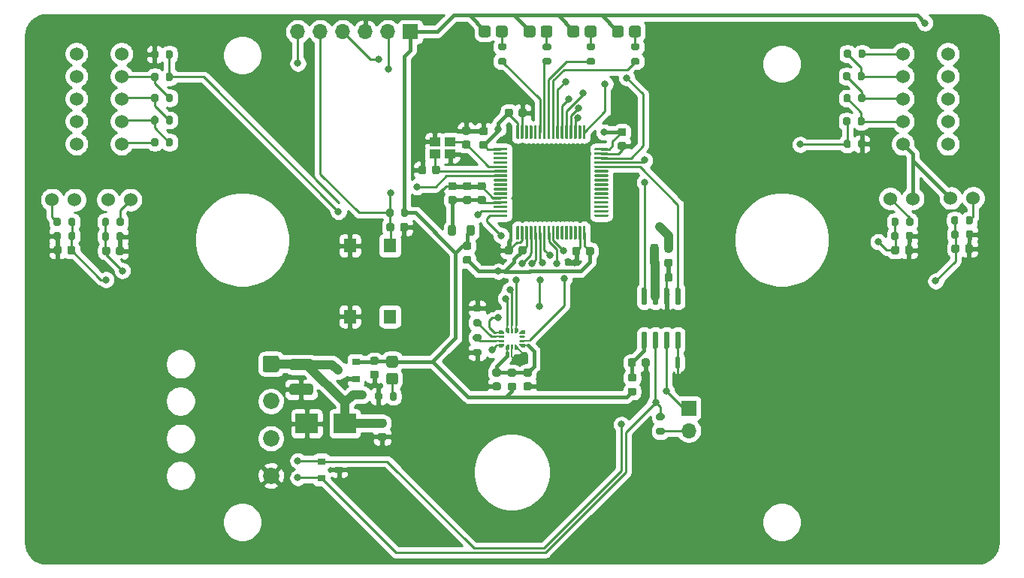
<source format=gtl>
%TF.GenerationSoftware,KiCad,Pcbnew,(5.1.12)-1*%
%TF.CreationDate,2022-01-24T11:12:20+01:00*%
%TF.ProjectId,KieraV2,4b696572-6156-4322-9e6b-696361645f70,rev?*%
%TF.SameCoordinates,Original*%
%TF.FileFunction,Copper,L1,Top*%
%TF.FilePolarity,Positive*%
%FSLAX46Y46*%
G04 Gerber Fmt 4.6, Leading zero omitted, Abs format (unit mm)*
G04 Created by KiCad (PCBNEW (5.1.12)-1) date 2022-01-24 11:12:20*
%MOMM*%
%LPD*%
G01*
G04 APERTURE LIST*
%TA.AperFunction,EtchedComponent*%
%ADD10C,0.100000*%
%TD*%
%TA.AperFunction,ComponentPad*%
%ADD11O,1.700000X1.700000*%
%TD*%
%TA.AperFunction,ComponentPad*%
%ADD12R,1.700000X1.700000*%
%TD*%
%TA.AperFunction,SMDPad,CuDef*%
%ADD13C,0.100000*%
%TD*%
%TA.AperFunction,ComponentPad*%
%ADD14C,1.524000*%
%TD*%
%TA.AperFunction,ComponentPad*%
%ADD15C,1.850000*%
%TD*%
%TA.AperFunction,SMDPad,CuDef*%
%ADD16R,1.400000X1.600000*%
%TD*%
%TA.AperFunction,SMDPad,CuDef*%
%ADD17R,1.150000X1.000000*%
%TD*%
%TA.AperFunction,SMDPad,CuDef*%
%ADD18R,0.900000X0.800000*%
%TD*%
%TA.AperFunction,SMDPad,CuDef*%
%ADD19C,0.500000*%
%TD*%
%TA.AperFunction,SMDPad,CuDef*%
%ADD20R,2.500000X2.300000*%
%TD*%
%TA.AperFunction,ViaPad*%
%ADD21C,0.800000*%
%TD*%
%TA.AperFunction,Conductor*%
%ADD22C,0.250000*%
%TD*%
%TA.AperFunction,Conductor*%
%ADD23C,0.200000*%
%TD*%
%TA.AperFunction,Conductor*%
%ADD24C,0.400000*%
%TD*%
%TA.AperFunction,Conductor*%
%ADD25C,1.000000*%
%TD*%
%TA.AperFunction,Conductor*%
%ADD26C,0.254000*%
%TD*%
%TA.AperFunction,Conductor*%
%ADD27C,0.100000*%
%TD*%
G04 APERTURE END LIST*
D10*
G36*
X176950000Y-129200000D02*
G01*
X176950000Y-130200000D01*
X176450000Y-130200000D01*
X176450000Y-129200000D01*
X176950000Y-129200000D01*
G37*
D11*
X133860000Y-92375000D03*
X136400000Y-92375000D03*
X138940000Y-92375000D03*
X141480000Y-92375000D03*
X144020000Y-92375000D03*
D12*
X146560000Y-92375000D03*
%TA.AperFunction,SMDPad,CuDef*%
D13*
G36*
X156883566Y-126076441D02*
G01*
X156897635Y-126080709D01*
X156910602Y-126087640D01*
X156921967Y-126096967D01*
X157128033Y-126303033D01*
X157137360Y-126314398D01*
X157144291Y-126327365D01*
X157148559Y-126341434D01*
X157150000Y-126356066D01*
X157150000Y-126400000D01*
X157148559Y-126414632D01*
X157144291Y-126428701D01*
X157137360Y-126441668D01*
X157128033Y-126453033D01*
X157116668Y-126462360D01*
X157103701Y-126469291D01*
X157089632Y-126473559D01*
X157075000Y-126475000D01*
X156600000Y-126475000D01*
X156585368Y-126473559D01*
X156571299Y-126469291D01*
X156558332Y-126462360D01*
X156546967Y-126453033D01*
X156537640Y-126441668D01*
X156530709Y-126428701D01*
X156526441Y-126414632D01*
X156525000Y-126400000D01*
X156525000Y-126150000D01*
X156526441Y-126135368D01*
X156530709Y-126121299D01*
X156537640Y-126108332D01*
X156546967Y-126096967D01*
X156558332Y-126087640D01*
X156571299Y-126080709D01*
X156585368Y-126076441D01*
X156600000Y-126075000D01*
X156868934Y-126075000D01*
X156883566Y-126076441D01*
G37*
%TD.AperFunction*%
%TA.AperFunction,SMDPad,CuDef*%
G36*
G01*
X156525000Y-126825000D02*
X156525000Y-126725000D01*
G75*
G02*
X156575000Y-126675000I50000J0D01*
G01*
X157100000Y-126675000D01*
G75*
G02*
X157150000Y-126725000I0J-50000D01*
G01*
X157150000Y-126825000D01*
G75*
G02*
X157100000Y-126875000I-50000J0D01*
G01*
X156575000Y-126875000D01*
G75*
G02*
X156525000Y-126825000I0J50000D01*
G01*
G37*
%TD.AperFunction*%
%TA.AperFunction,SMDPad,CuDef*%
G36*
G01*
X156525000Y-127325000D02*
X156525000Y-127225000D01*
G75*
G02*
X156575000Y-127175000I50000J0D01*
G01*
X157100000Y-127175000D01*
G75*
G02*
X157150000Y-127225000I0J-50000D01*
G01*
X157150000Y-127325000D01*
G75*
G02*
X157100000Y-127375000I-50000J0D01*
G01*
X156575000Y-127375000D01*
G75*
G02*
X156525000Y-127325000I0J50000D01*
G01*
G37*
%TD.AperFunction*%
%TA.AperFunction,SMDPad,CuDef*%
G36*
X157089632Y-127576441D02*
G01*
X157103701Y-127580709D01*
X157116668Y-127587640D01*
X157128033Y-127596967D01*
X157137360Y-127608332D01*
X157144291Y-127621299D01*
X157148559Y-127635368D01*
X157150000Y-127650000D01*
X157150000Y-127693934D01*
X157148559Y-127708566D01*
X157144291Y-127722635D01*
X157137360Y-127735602D01*
X157128033Y-127746967D01*
X156921967Y-127953033D01*
X156910602Y-127962360D01*
X156897635Y-127969291D01*
X156883566Y-127973559D01*
X156868934Y-127975000D01*
X156600000Y-127975000D01*
X156585368Y-127973559D01*
X156571299Y-127969291D01*
X156558332Y-127962360D01*
X156546967Y-127953033D01*
X156537640Y-127941668D01*
X156530709Y-127928701D01*
X156526441Y-127914632D01*
X156525000Y-127900000D01*
X156525000Y-127650000D01*
X156526441Y-127635368D01*
X156530709Y-127621299D01*
X156537640Y-127608332D01*
X156546967Y-127596967D01*
X156558332Y-127587640D01*
X156571299Y-127580709D01*
X156585368Y-127576441D01*
X156600000Y-127575000D01*
X157075000Y-127575000D01*
X157089632Y-127576441D01*
G37*
%TD.AperFunction*%
%TA.AperFunction,SMDPad,CuDef*%
G36*
X157639632Y-127626441D02*
G01*
X157653701Y-127630709D01*
X157666668Y-127637640D01*
X157678033Y-127646967D01*
X157687360Y-127658332D01*
X157694291Y-127671299D01*
X157698559Y-127685368D01*
X157700000Y-127700000D01*
X157700000Y-128175000D01*
X157698559Y-128189632D01*
X157694291Y-128203701D01*
X157687360Y-128216668D01*
X157678033Y-128228033D01*
X157666668Y-128237360D01*
X157653701Y-128244291D01*
X157639632Y-128248559D01*
X157625000Y-128250000D01*
X157375000Y-128250000D01*
X157360368Y-128248559D01*
X157346299Y-128244291D01*
X157333332Y-128237360D01*
X157321967Y-128228033D01*
X157312640Y-128216668D01*
X157305709Y-128203701D01*
X157301441Y-128189632D01*
X157300000Y-128175000D01*
X157300000Y-127906066D01*
X157301441Y-127891434D01*
X157305709Y-127877365D01*
X157312640Y-127864398D01*
X157321967Y-127853033D01*
X157528033Y-127646967D01*
X157539398Y-127637640D01*
X157552365Y-127630709D01*
X157566434Y-127626441D01*
X157581066Y-127625000D01*
X157625000Y-127625000D01*
X157639632Y-127626441D01*
G37*
%TD.AperFunction*%
%TA.AperFunction,SMDPad,CuDef*%
G36*
G01*
X157900000Y-128200000D02*
X157900000Y-127675000D01*
G75*
G02*
X157950000Y-127625000I50000J0D01*
G01*
X158050000Y-127625000D01*
G75*
G02*
X158100000Y-127675000I0J-50000D01*
G01*
X158100000Y-128200000D01*
G75*
G02*
X158050000Y-128250000I-50000J0D01*
G01*
X157950000Y-128250000D01*
G75*
G02*
X157900000Y-128200000I0J50000D01*
G01*
G37*
%TD.AperFunction*%
%TA.AperFunction,SMDPad,CuDef*%
G36*
X158433566Y-127626441D02*
G01*
X158447635Y-127630709D01*
X158460602Y-127637640D01*
X158471967Y-127646967D01*
X158678033Y-127853033D01*
X158687360Y-127864398D01*
X158694291Y-127877365D01*
X158698559Y-127891434D01*
X158700000Y-127906066D01*
X158700000Y-128175000D01*
X158698559Y-128189632D01*
X158694291Y-128203701D01*
X158687360Y-128216668D01*
X158678033Y-128228033D01*
X158666668Y-128237360D01*
X158653701Y-128244291D01*
X158639632Y-128248559D01*
X158625000Y-128250000D01*
X158375000Y-128250000D01*
X158360368Y-128248559D01*
X158346299Y-128244291D01*
X158333332Y-128237360D01*
X158321967Y-128228033D01*
X158312640Y-128216668D01*
X158305709Y-128203701D01*
X158301441Y-128189632D01*
X158300000Y-128175000D01*
X158300000Y-127700000D01*
X158301441Y-127685368D01*
X158305709Y-127671299D01*
X158312640Y-127658332D01*
X158321967Y-127646967D01*
X158333332Y-127637640D01*
X158346299Y-127630709D01*
X158360368Y-127626441D01*
X158375000Y-127625000D01*
X158418934Y-127625000D01*
X158433566Y-127626441D01*
G37*
%TD.AperFunction*%
%TA.AperFunction,SMDPad,CuDef*%
G36*
X159414632Y-127576441D02*
G01*
X159428701Y-127580709D01*
X159441668Y-127587640D01*
X159453033Y-127596967D01*
X159462360Y-127608332D01*
X159469291Y-127621299D01*
X159473559Y-127635368D01*
X159475000Y-127650000D01*
X159475000Y-127900000D01*
X159473559Y-127914632D01*
X159469291Y-127928701D01*
X159462360Y-127941668D01*
X159453033Y-127953033D01*
X159441668Y-127962360D01*
X159428701Y-127969291D01*
X159414632Y-127973559D01*
X159400000Y-127975000D01*
X159131066Y-127975000D01*
X159116434Y-127973559D01*
X159102365Y-127969291D01*
X159089398Y-127962360D01*
X159078033Y-127953033D01*
X158871967Y-127746967D01*
X158862640Y-127735602D01*
X158855709Y-127722635D01*
X158851441Y-127708566D01*
X158850000Y-127693934D01*
X158850000Y-127650000D01*
X158851441Y-127635368D01*
X158855709Y-127621299D01*
X158862640Y-127608332D01*
X158871967Y-127596967D01*
X158883332Y-127587640D01*
X158896299Y-127580709D01*
X158910368Y-127576441D01*
X158925000Y-127575000D01*
X159400000Y-127575000D01*
X159414632Y-127576441D01*
G37*
%TD.AperFunction*%
%TA.AperFunction,SMDPad,CuDef*%
G36*
G01*
X158850000Y-127325000D02*
X158850000Y-127225000D01*
G75*
G02*
X158900000Y-127175000I50000J0D01*
G01*
X159425000Y-127175000D01*
G75*
G02*
X159475000Y-127225000I0J-50000D01*
G01*
X159475000Y-127325000D01*
G75*
G02*
X159425000Y-127375000I-50000J0D01*
G01*
X158900000Y-127375000D01*
G75*
G02*
X158850000Y-127325000I0J50000D01*
G01*
G37*
%TD.AperFunction*%
%TA.AperFunction,SMDPad,CuDef*%
G36*
G01*
X158850000Y-126825000D02*
X158850000Y-126725000D01*
G75*
G02*
X158900000Y-126675000I50000J0D01*
G01*
X159425000Y-126675000D01*
G75*
G02*
X159475000Y-126725000I0J-50000D01*
G01*
X159475000Y-126825000D01*
G75*
G02*
X159425000Y-126875000I-50000J0D01*
G01*
X158900000Y-126875000D01*
G75*
G02*
X158850000Y-126825000I0J50000D01*
G01*
G37*
%TD.AperFunction*%
%TA.AperFunction,SMDPad,CuDef*%
G36*
X159414632Y-126076441D02*
G01*
X159428701Y-126080709D01*
X159441668Y-126087640D01*
X159453033Y-126096967D01*
X159462360Y-126108332D01*
X159469291Y-126121299D01*
X159473559Y-126135368D01*
X159475000Y-126150000D01*
X159475000Y-126400000D01*
X159473559Y-126414632D01*
X159469291Y-126428701D01*
X159462360Y-126441668D01*
X159453033Y-126453033D01*
X159441668Y-126462360D01*
X159428701Y-126469291D01*
X159414632Y-126473559D01*
X159400000Y-126475000D01*
X158925000Y-126475000D01*
X158910368Y-126473559D01*
X158896299Y-126469291D01*
X158883332Y-126462360D01*
X158871967Y-126453033D01*
X158862640Y-126441668D01*
X158855709Y-126428701D01*
X158851441Y-126414632D01*
X158850000Y-126400000D01*
X158850000Y-126356066D01*
X158851441Y-126341434D01*
X158855709Y-126327365D01*
X158862640Y-126314398D01*
X158871967Y-126303033D01*
X159078033Y-126096967D01*
X159089398Y-126087640D01*
X159102365Y-126080709D01*
X159116434Y-126076441D01*
X159131066Y-126075000D01*
X159400000Y-126075000D01*
X159414632Y-126076441D01*
G37*
%TD.AperFunction*%
%TA.AperFunction,SMDPad,CuDef*%
G36*
X158639632Y-125801441D02*
G01*
X158653701Y-125805709D01*
X158666668Y-125812640D01*
X158678033Y-125821967D01*
X158687360Y-125833332D01*
X158694291Y-125846299D01*
X158698559Y-125860368D01*
X158700000Y-125875000D01*
X158700000Y-126143934D01*
X158698559Y-126158566D01*
X158694291Y-126172635D01*
X158687360Y-126185602D01*
X158678033Y-126196967D01*
X158471967Y-126403033D01*
X158460602Y-126412360D01*
X158447635Y-126419291D01*
X158433566Y-126423559D01*
X158418934Y-126425000D01*
X158375000Y-126425000D01*
X158360368Y-126423559D01*
X158346299Y-126419291D01*
X158333332Y-126412360D01*
X158321967Y-126403033D01*
X158312640Y-126391668D01*
X158305709Y-126378701D01*
X158301441Y-126364632D01*
X158300000Y-126350000D01*
X158300000Y-125875000D01*
X158301441Y-125860368D01*
X158305709Y-125846299D01*
X158312640Y-125833332D01*
X158321967Y-125821967D01*
X158333332Y-125812640D01*
X158346299Y-125805709D01*
X158360368Y-125801441D01*
X158375000Y-125800000D01*
X158625000Y-125800000D01*
X158639632Y-125801441D01*
G37*
%TD.AperFunction*%
%TA.AperFunction,SMDPad,CuDef*%
G36*
G01*
X157900000Y-126375000D02*
X157900000Y-125850000D01*
G75*
G02*
X157950000Y-125800000I50000J0D01*
G01*
X158050000Y-125800000D01*
G75*
G02*
X158100000Y-125850000I0J-50000D01*
G01*
X158100000Y-126375000D01*
G75*
G02*
X158050000Y-126425000I-50000J0D01*
G01*
X157950000Y-126425000D01*
G75*
G02*
X157900000Y-126375000I0J50000D01*
G01*
G37*
%TD.AperFunction*%
%TA.AperFunction,SMDPad,CuDef*%
G36*
X157639632Y-125801441D02*
G01*
X157653701Y-125805709D01*
X157666668Y-125812640D01*
X157678033Y-125821967D01*
X157687360Y-125833332D01*
X157694291Y-125846299D01*
X157698559Y-125860368D01*
X157700000Y-125875000D01*
X157700000Y-126350000D01*
X157698559Y-126364632D01*
X157694291Y-126378701D01*
X157687360Y-126391668D01*
X157678033Y-126403033D01*
X157666668Y-126412360D01*
X157653701Y-126419291D01*
X157639632Y-126423559D01*
X157625000Y-126425000D01*
X157581066Y-126425000D01*
X157566434Y-126423559D01*
X157552365Y-126419291D01*
X157539398Y-126412360D01*
X157528033Y-126403033D01*
X157321967Y-126196967D01*
X157312640Y-126185602D01*
X157305709Y-126172635D01*
X157301441Y-126158566D01*
X157300000Y-126143934D01*
X157300000Y-125875000D01*
X157301441Y-125860368D01*
X157305709Y-125846299D01*
X157312640Y-125833332D01*
X157321967Y-125821967D01*
X157333332Y-125812640D01*
X157346299Y-125805709D01*
X157360368Y-125801441D01*
X157375000Y-125800000D01*
X157625000Y-125800000D01*
X157639632Y-125801441D01*
G37*
%TD.AperFunction*%
%TA.AperFunction,SMDPad,CuDef*%
G36*
G01*
X143125000Y-137625000D02*
X143625000Y-137625000D01*
G75*
G02*
X143850000Y-137850000I0J-225000D01*
G01*
X143850000Y-138300000D01*
G75*
G02*
X143625000Y-138525000I-225000J0D01*
G01*
X143125000Y-138525000D01*
G75*
G02*
X142900000Y-138300000I0J225000D01*
G01*
X142900000Y-137850000D01*
G75*
G02*
X143125000Y-137625000I225000J0D01*
G01*
G37*
%TD.AperFunction*%
%TA.AperFunction,SMDPad,CuDef*%
G36*
G01*
X143125000Y-136075000D02*
X143625000Y-136075000D01*
G75*
G02*
X143850000Y-136300000I0J-225000D01*
G01*
X143850000Y-136750000D01*
G75*
G02*
X143625000Y-136975000I-225000J0D01*
G01*
X143125000Y-136975000D01*
G75*
G02*
X142900000Y-136750000I0J225000D01*
G01*
X142900000Y-136300000D01*
G75*
G02*
X143125000Y-136075000I225000J0D01*
G01*
G37*
%TD.AperFunction*%
D14*
X114015000Y-105030000D03*
X114015000Y-102490000D03*
X114015000Y-99950000D03*
X114015000Y-97410000D03*
X114015000Y-94870000D03*
X108935000Y-94870000D03*
X108935000Y-97410000D03*
X108935000Y-99950000D03*
X108935000Y-102490000D03*
X108935000Y-105030000D03*
D15*
X130850000Y-142450000D03*
X130850000Y-138250000D03*
X130850000Y-134050000D03*
%TA.AperFunction,ComponentPad*%
G36*
G01*
X130174999Y-128925000D02*
X131525001Y-128925000D01*
G75*
G02*
X131775000Y-129174999I0J-249999D01*
G01*
X131775000Y-130525001D01*
G75*
G02*
X131525001Y-130775000I-249999J0D01*
G01*
X130174999Y-130775000D01*
G75*
G02*
X129925000Y-130525001I0J249999D01*
G01*
X129925000Y-129174999D01*
G75*
G02*
X130174999Y-128925000I249999J0D01*
G01*
G37*
%TD.AperFunction*%
%TA.AperFunction,SMDPad,CuDef*%
G36*
G01*
X158100000Y-116775000D02*
X158100000Y-117275000D01*
G75*
G02*
X157875000Y-117500000I-225000J0D01*
G01*
X157425000Y-117500000D01*
G75*
G02*
X157200000Y-117275000I0J225000D01*
G01*
X157200000Y-116775000D01*
G75*
G02*
X157425000Y-116550000I225000J0D01*
G01*
X157875000Y-116550000D01*
G75*
G02*
X158100000Y-116775000I0J-225000D01*
G01*
G37*
%TD.AperFunction*%
%TA.AperFunction,SMDPad,CuDef*%
G36*
G01*
X159650000Y-116775000D02*
X159650000Y-117275000D01*
G75*
G02*
X159425000Y-117500000I-225000J0D01*
G01*
X158975000Y-117500000D01*
G75*
G02*
X158750000Y-117275000I0J225000D01*
G01*
X158750000Y-116775000D01*
G75*
G02*
X158975000Y-116550000I225000J0D01*
G01*
X159425000Y-116550000D01*
G75*
G02*
X159650000Y-116775000I0J-225000D01*
G01*
G37*
%TD.AperFunction*%
D14*
X202060000Y-94895000D03*
X202060000Y-97435000D03*
X202060000Y-99975000D03*
X202060000Y-102515000D03*
X202060000Y-105055000D03*
X207140000Y-105055000D03*
X207140000Y-102515000D03*
X207140000Y-99975000D03*
X207140000Y-97435000D03*
X207140000Y-94895000D03*
%TA.AperFunction,SMDPad,CuDef*%
G36*
G01*
X158500000Y-104400000D02*
X158500000Y-103000000D01*
G75*
G02*
X158575000Y-102925000I75000J0D01*
G01*
X158725000Y-102925000D01*
G75*
G02*
X158800000Y-103000000I0J-75000D01*
G01*
X158800000Y-104400000D01*
G75*
G02*
X158725000Y-104475000I-75000J0D01*
G01*
X158575000Y-104475000D01*
G75*
G02*
X158500000Y-104400000I0J75000D01*
G01*
G37*
%TD.AperFunction*%
%TA.AperFunction,SMDPad,CuDef*%
G36*
G01*
X159000000Y-104400000D02*
X159000000Y-103000000D01*
G75*
G02*
X159075000Y-102925000I75000J0D01*
G01*
X159225000Y-102925000D01*
G75*
G02*
X159300000Y-103000000I0J-75000D01*
G01*
X159300000Y-104400000D01*
G75*
G02*
X159225000Y-104475000I-75000J0D01*
G01*
X159075000Y-104475000D01*
G75*
G02*
X159000000Y-104400000I0J75000D01*
G01*
G37*
%TD.AperFunction*%
%TA.AperFunction,SMDPad,CuDef*%
G36*
G01*
X159500000Y-104400000D02*
X159500000Y-103000000D01*
G75*
G02*
X159575000Y-102925000I75000J0D01*
G01*
X159725000Y-102925000D01*
G75*
G02*
X159800000Y-103000000I0J-75000D01*
G01*
X159800000Y-104400000D01*
G75*
G02*
X159725000Y-104475000I-75000J0D01*
G01*
X159575000Y-104475000D01*
G75*
G02*
X159500000Y-104400000I0J75000D01*
G01*
G37*
%TD.AperFunction*%
%TA.AperFunction,SMDPad,CuDef*%
G36*
G01*
X160000000Y-104400000D02*
X160000000Y-103000000D01*
G75*
G02*
X160075000Y-102925000I75000J0D01*
G01*
X160225000Y-102925000D01*
G75*
G02*
X160300000Y-103000000I0J-75000D01*
G01*
X160300000Y-104400000D01*
G75*
G02*
X160225000Y-104475000I-75000J0D01*
G01*
X160075000Y-104475000D01*
G75*
G02*
X160000000Y-104400000I0J75000D01*
G01*
G37*
%TD.AperFunction*%
%TA.AperFunction,SMDPad,CuDef*%
G36*
G01*
X160500000Y-104400000D02*
X160500000Y-103000000D01*
G75*
G02*
X160575000Y-102925000I75000J0D01*
G01*
X160725000Y-102925000D01*
G75*
G02*
X160800000Y-103000000I0J-75000D01*
G01*
X160800000Y-104400000D01*
G75*
G02*
X160725000Y-104475000I-75000J0D01*
G01*
X160575000Y-104475000D01*
G75*
G02*
X160500000Y-104400000I0J75000D01*
G01*
G37*
%TD.AperFunction*%
%TA.AperFunction,SMDPad,CuDef*%
G36*
G01*
X161000000Y-104400000D02*
X161000000Y-103000000D01*
G75*
G02*
X161075000Y-102925000I75000J0D01*
G01*
X161225000Y-102925000D01*
G75*
G02*
X161300000Y-103000000I0J-75000D01*
G01*
X161300000Y-104400000D01*
G75*
G02*
X161225000Y-104475000I-75000J0D01*
G01*
X161075000Y-104475000D01*
G75*
G02*
X161000000Y-104400000I0J75000D01*
G01*
G37*
%TD.AperFunction*%
%TA.AperFunction,SMDPad,CuDef*%
G36*
G01*
X161500000Y-104400000D02*
X161500000Y-103000000D01*
G75*
G02*
X161575000Y-102925000I75000J0D01*
G01*
X161725000Y-102925000D01*
G75*
G02*
X161800000Y-103000000I0J-75000D01*
G01*
X161800000Y-104400000D01*
G75*
G02*
X161725000Y-104475000I-75000J0D01*
G01*
X161575000Y-104475000D01*
G75*
G02*
X161500000Y-104400000I0J75000D01*
G01*
G37*
%TD.AperFunction*%
%TA.AperFunction,SMDPad,CuDef*%
G36*
G01*
X162000000Y-104400000D02*
X162000000Y-103000000D01*
G75*
G02*
X162075000Y-102925000I75000J0D01*
G01*
X162225000Y-102925000D01*
G75*
G02*
X162300000Y-103000000I0J-75000D01*
G01*
X162300000Y-104400000D01*
G75*
G02*
X162225000Y-104475000I-75000J0D01*
G01*
X162075000Y-104475000D01*
G75*
G02*
X162000000Y-104400000I0J75000D01*
G01*
G37*
%TD.AperFunction*%
%TA.AperFunction,SMDPad,CuDef*%
G36*
G01*
X162500000Y-104400000D02*
X162500000Y-103000000D01*
G75*
G02*
X162575000Y-102925000I75000J0D01*
G01*
X162725000Y-102925000D01*
G75*
G02*
X162800000Y-103000000I0J-75000D01*
G01*
X162800000Y-104400000D01*
G75*
G02*
X162725000Y-104475000I-75000J0D01*
G01*
X162575000Y-104475000D01*
G75*
G02*
X162500000Y-104400000I0J75000D01*
G01*
G37*
%TD.AperFunction*%
%TA.AperFunction,SMDPad,CuDef*%
G36*
G01*
X163000000Y-104400000D02*
X163000000Y-103000000D01*
G75*
G02*
X163075000Y-102925000I75000J0D01*
G01*
X163225000Y-102925000D01*
G75*
G02*
X163300000Y-103000000I0J-75000D01*
G01*
X163300000Y-104400000D01*
G75*
G02*
X163225000Y-104475000I-75000J0D01*
G01*
X163075000Y-104475000D01*
G75*
G02*
X163000000Y-104400000I0J75000D01*
G01*
G37*
%TD.AperFunction*%
%TA.AperFunction,SMDPad,CuDef*%
G36*
G01*
X163500000Y-104400000D02*
X163500000Y-103000000D01*
G75*
G02*
X163575000Y-102925000I75000J0D01*
G01*
X163725000Y-102925000D01*
G75*
G02*
X163800000Y-103000000I0J-75000D01*
G01*
X163800000Y-104400000D01*
G75*
G02*
X163725000Y-104475000I-75000J0D01*
G01*
X163575000Y-104475000D01*
G75*
G02*
X163500000Y-104400000I0J75000D01*
G01*
G37*
%TD.AperFunction*%
%TA.AperFunction,SMDPad,CuDef*%
G36*
G01*
X164000000Y-104400000D02*
X164000000Y-103000000D01*
G75*
G02*
X164075000Y-102925000I75000J0D01*
G01*
X164225000Y-102925000D01*
G75*
G02*
X164300000Y-103000000I0J-75000D01*
G01*
X164300000Y-104400000D01*
G75*
G02*
X164225000Y-104475000I-75000J0D01*
G01*
X164075000Y-104475000D01*
G75*
G02*
X164000000Y-104400000I0J75000D01*
G01*
G37*
%TD.AperFunction*%
%TA.AperFunction,SMDPad,CuDef*%
G36*
G01*
X164500000Y-104400000D02*
X164500000Y-103000000D01*
G75*
G02*
X164575000Y-102925000I75000J0D01*
G01*
X164725000Y-102925000D01*
G75*
G02*
X164800000Y-103000000I0J-75000D01*
G01*
X164800000Y-104400000D01*
G75*
G02*
X164725000Y-104475000I-75000J0D01*
G01*
X164575000Y-104475000D01*
G75*
G02*
X164500000Y-104400000I0J75000D01*
G01*
G37*
%TD.AperFunction*%
%TA.AperFunction,SMDPad,CuDef*%
G36*
G01*
X165000000Y-104400000D02*
X165000000Y-103000000D01*
G75*
G02*
X165075000Y-102925000I75000J0D01*
G01*
X165225000Y-102925000D01*
G75*
G02*
X165300000Y-103000000I0J-75000D01*
G01*
X165300000Y-104400000D01*
G75*
G02*
X165225000Y-104475000I-75000J0D01*
G01*
X165075000Y-104475000D01*
G75*
G02*
X165000000Y-104400000I0J75000D01*
G01*
G37*
%TD.AperFunction*%
%TA.AperFunction,SMDPad,CuDef*%
G36*
G01*
X165500000Y-104400000D02*
X165500000Y-103000000D01*
G75*
G02*
X165575000Y-102925000I75000J0D01*
G01*
X165725000Y-102925000D01*
G75*
G02*
X165800000Y-103000000I0J-75000D01*
G01*
X165800000Y-104400000D01*
G75*
G02*
X165725000Y-104475000I-75000J0D01*
G01*
X165575000Y-104475000D01*
G75*
G02*
X165500000Y-104400000I0J75000D01*
G01*
G37*
%TD.AperFunction*%
%TA.AperFunction,SMDPad,CuDef*%
G36*
G01*
X166000000Y-104400000D02*
X166000000Y-103000000D01*
G75*
G02*
X166075000Y-102925000I75000J0D01*
G01*
X166225000Y-102925000D01*
G75*
G02*
X166300000Y-103000000I0J-75000D01*
G01*
X166300000Y-104400000D01*
G75*
G02*
X166225000Y-104475000I-75000J0D01*
G01*
X166075000Y-104475000D01*
G75*
G02*
X166000000Y-104400000I0J75000D01*
G01*
G37*
%TD.AperFunction*%
%TA.AperFunction,SMDPad,CuDef*%
G36*
G01*
X167300000Y-105700000D02*
X167300000Y-105550000D01*
G75*
G02*
X167375000Y-105475000I75000J0D01*
G01*
X168775000Y-105475000D01*
G75*
G02*
X168850000Y-105550000I0J-75000D01*
G01*
X168850000Y-105700000D01*
G75*
G02*
X168775000Y-105775000I-75000J0D01*
G01*
X167375000Y-105775000D01*
G75*
G02*
X167300000Y-105700000I0J75000D01*
G01*
G37*
%TD.AperFunction*%
%TA.AperFunction,SMDPad,CuDef*%
G36*
G01*
X167300000Y-106200000D02*
X167300000Y-106050000D01*
G75*
G02*
X167375000Y-105975000I75000J0D01*
G01*
X168775000Y-105975000D01*
G75*
G02*
X168850000Y-106050000I0J-75000D01*
G01*
X168850000Y-106200000D01*
G75*
G02*
X168775000Y-106275000I-75000J0D01*
G01*
X167375000Y-106275000D01*
G75*
G02*
X167300000Y-106200000I0J75000D01*
G01*
G37*
%TD.AperFunction*%
%TA.AperFunction,SMDPad,CuDef*%
G36*
G01*
X167300000Y-106700000D02*
X167300000Y-106550000D01*
G75*
G02*
X167375000Y-106475000I75000J0D01*
G01*
X168775000Y-106475000D01*
G75*
G02*
X168850000Y-106550000I0J-75000D01*
G01*
X168850000Y-106700000D01*
G75*
G02*
X168775000Y-106775000I-75000J0D01*
G01*
X167375000Y-106775000D01*
G75*
G02*
X167300000Y-106700000I0J75000D01*
G01*
G37*
%TD.AperFunction*%
%TA.AperFunction,SMDPad,CuDef*%
G36*
G01*
X167300000Y-107200000D02*
X167300000Y-107050000D01*
G75*
G02*
X167375000Y-106975000I75000J0D01*
G01*
X168775000Y-106975000D01*
G75*
G02*
X168850000Y-107050000I0J-75000D01*
G01*
X168850000Y-107200000D01*
G75*
G02*
X168775000Y-107275000I-75000J0D01*
G01*
X167375000Y-107275000D01*
G75*
G02*
X167300000Y-107200000I0J75000D01*
G01*
G37*
%TD.AperFunction*%
%TA.AperFunction,SMDPad,CuDef*%
G36*
G01*
X167300000Y-107700000D02*
X167300000Y-107550000D01*
G75*
G02*
X167375000Y-107475000I75000J0D01*
G01*
X168775000Y-107475000D01*
G75*
G02*
X168850000Y-107550000I0J-75000D01*
G01*
X168850000Y-107700000D01*
G75*
G02*
X168775000Y-107775000I-75000J0D01*
G01*
X167375000Y-107775000D01*
G75*
G02*
X167300000Y-107700000I0J75000D01*
G01*
G37*
%TD.AperFunction*%
%TA.AperFunction,SMDPad,CuDef*%
G36*
G01*
X167300000Y-108200000D02*
X167300000Y-108050000D01*
G75*
G02*
X167375000Y-107975000I75000J0D01*
G01*
X168775000Y-107975000D01*
G75*
G02*
X168850000Y-108050000I0J-75000D01*
G01*
X168850000Y-108200000D01*
G75*
G02*
X168775000Y-108275000I-75000J0D01*
G01*
X167375000Y-108275000D01*
G75*
G02*
X167300000Y-108200000I0J75000D01*
G01*
G37*
%TD.AperFunction*%
%TA.AperFunction,SMDPad,CuDef*%
G36*
G01*
X167300000Y-108700000D02*
X167300000Y-108550000D01*
G75*
G02*
X167375000Y-108475000I75000J0D01*
G01*
X168775000Y-108475000D01*
G75*
G02*
X168850000Y-108550000I0J-75000D01*
G01*
X168850000Y-108700000D01*
G75*
G02*
X168775000Y-108775000I-75000J0D01*
G01*
X167375000Y-108775000D01*
G75*
G02*
X167300000Y-108700000I0J75000D01*
G01*
G37*
%TD.AperFunction*%
%TA.AperFunction,SMDPad,CuDef*%
G36*
G01*
X167300000Y-109200000D02*
X167300000Y-109050000D01*
G75*
G02*
X167375000Y-108975000I75000J0D01*
G01*
X168775000Y-108975000D01*
G75*
G02*
X168850000Y-109050000I0J-75000D01*
G01*
X168850000Y-109200000D01*
G75*
G02*
X168775000Y-109275000I-75000J0D01*
G01*
X167375000Y-109275000D01*
G75*
G02*
X167300000Y-109200000I0J75000D01*
G01*
G37*
%TD.AperFunction*%
%TA.AperFunction,SMDPad,CuDef*%
G36*
G01*
X167300000Y-109700000D02*
X167300000Y-109550000D01*
G75*
G02*
X167375000Y-109475000I75000J0D01*
G01*
X168775000Y-109475000D01*
G75*
G02*
X168850000Y-109550000I0J-75000D01*
G01*
X168850000Y-109700000D01*
G75*
G02*
X168775000Y-109775000I-75000J0D01*
G01*
X167375000Y-109775000D01*
G75*
G02*
X167300000Y-109700000I0J75000D01*
G01*
G37*
%TD.AperFunction*%
%TA.AperFunction,SMDPad,CuDef*%
G36*
G01*
X167300000Y-110200000D02*
X167300000Y-110050000D01*
G75*
G02*
X167375000Y-109975000I75000J0D01*
G01*
X168775000Y-109975000D01*
G75*
G02*
X168850000Y-110050000I0J-75000D01*
G01*
X168850000Y-110200000D01*
G75*
G02*
X168775000Y-110275000I-75000J0D01*
G01*
X167375000Y-110275000D01*
G75*
G02*
X167300000Y-110200000I0J75000D01*
G01*
G37*
%TD.AperFunction*%
%TA.AperFunction,SMDPad,CuDef*%
G36*
G01*
X167300000Y-110700000D02*
X167300000Y-110550000D01*
G75*
G02*
X167375000Y-110475000I75000J0D01*
G01*
X168775000Y-110475000D01*
G75*
G02*
X168850000Y-110550000I0J-75000D01*
G01*
X168850000Y-110700000D01*
G75*
G02*
X168775000Y-110775000I-75000J0D01*
G01*
X167375000Y-110775000D01*
G75*
G02*
X167300000Y-110700000I0J75000D01*
G01*
G37*
%TD.AperFunction*%
%TA.AperFunction,SMDPad,CuDef*%
G36*
G01*
X167300000Y-111200000D02*
X167300000Y-111050000D01*
G75*
G02*
X167375000Y-110975000I75000J0D01*
G01*
X168775000Y-110975000D01*
G75*
G02*
X168850000Y-111050000I0J-75000D01*
G01*
X168850000Y-111200000D01*
G75*
G02*
X168775000Y-111275000I-75000J0D01*
G01*
X167375000Y-111275000D01*
G75*
G02*
X167300000Y-111200000I0J75000D01*
G01*
G37*
%TD.AperFunction*%
%TA.AperFunction,SMDPad,CuDef*%
G36*
G01*
X167300000Y-111700000D02*
X167300000Y-111550000D01*
G75*
G02*
X167375000Y-111475000I75000J0D01*
G01*
X168775000Y-111475000D01*
G75*
G02*
X168850000Y-111550000I0J-75000D01*
G01*
X168850000Y-111700000D01*
G75*
G02*
X168775000Y-111775000I-75000J0D01*
G01*
X167375000Y-111775000D01*
G75*
G02*
X167300000Y-111700000I0J75000D01*
G01*
G37*
%TD.AperFunction*%
%TA.AperFunction,SMDPad,CuDef*%
G36*
G01*
X167300000Y-112200000D02*
X167300000Y-112050000D01*
G75*
G02*
X167375000Y-111975000I75000J0D01*
G01*
X168775000Y-111975000D01*
G75*
G02*
X168850000Y-112050000I0J-75000D01*
G01*
X168850000Y-112200000D01*
G75*
G02*
X168775000Y-112275000I-75000J0D01*
G01*
X167375000Y-112275000D01*
G75*
G02*
X167300000Y-112200000I0J75000D01*
G01*
G37*
%TD.AperFunction*%
%TA.AperFunction,SMDPad,CuDef*%
G36*
G01*
X167300000Y-112700000D02*
X167300000Y-112550000D01*
G75*
G02*
X167375000Y-112475000I75000J0D01*
G01*
X168775000Y-112475000D01*
G75*
G02*
X168850000Y-112550000I0J-75000D01*
G01*
X168850000Y-112700000D01*
G75*
G02*
X168775000Y-112775000I-75000J0D01*
G01*
X167375000Y-112775000D01*
G75*
G02*
X167300000Y-112700000I0J75000D01*
G01*
G37*
%TD.AperFunction*%
%TA.AperFunction,SMDPad,CuDef*%
G36*
G01*
X167300000Y-113200000D02*
X167300000Y-113050000D01*
G75*
G02*
X167375000Y-112975000I75000J0D01*
G01*
X168775000Y-112975000D01*
G75*
G02*
X168850000Y-113050000I0J-75000D01*
G01*
X168850000Y-113200000D01*
G75*
G02*
X168775000Y-113275000I-75000J0D01*
G01*
X167375000Y-113275000D01*
G75*
G02*
X167300000Y-113200000I0J75000D01*
G01*
G37*
%TD.AperFunction*%
%TA.AperFunction,SMDPad,CuDef*%
G36*
G01*
X166000000Y-115750000D02*
X166000000Y-114350000D01*
G75*
G02*
X166075000Y-114275000I75000J0D01*
G01*
X166225000Y-114275000D01*
G75*
G02*
X166300000Y-114350000I0J-75000D01*
G01*
X166300000Y-115750000D01*
G75*
G02*
X166225000Y-115825000I-75000J0D01*
G01*
X166075000Y-115825000D01*
G75*
G02*
X166000000Y-115750000I0J75000D01*
G01*
G37*
%TD.AperFunction*%
%TA.AperFunction,SMDPad,CuDef*%
G36*
G01*
X165500000Y-115750000D02*
X165500000Y-114350000D01*
G75*
G02*
X165575000Y-114275000I75000J0D01*
G01*
X165725000Y-114275000D01*
G75*
G02*
X165800000Y-114350000I0J-75000D01*
G01*
X165800000Y-115750000D01*
G75*
G02*
X165725000Y-115825000I-75000J0D01*
G01*
X165575000Y-115825000D01*
G75*
G02*
X165500000Y-115750000I0J75000D01*
G01*
G37*
%TD.AperFunction*%
%TA.AperFunction,SMDPad,CuDef*%
G36*
G01*
X165000000Y-115750000D02*
X165000000Y-114350000D01*
G75*
G02*
X165075000Y-114275000I75000J0D01*
G01*
X165225000Y-114275000D01*
G75*
G02*
X165300000Y-114350000I0J-75000D01*
G01*
X165300000Y-115750000D01*
G75*
G02*
X165225000Y-115825000I-75000J0D01*
G01*
X165075000Y-115825000D01*
G75*
G02*
X165000000Y-115750000I0J75000D01*
G01*
G37*
%TD.AperFunction*%
%TA.AperFunction,SMDPad,CuDef*%
G36*
G01*
X164500000Y-115750000D02*
X164500000Y-114350000D01*
G75*
G02*
X164575000Y-114275000I75000J0D01*
G01*
X164725000Y-114275000D01*
G75*
G02*
X164800000Y-114350000I0J-75000D01*
G01*
X164800000Y-115750000D01*
G75*
G02*
X164725000Y-115825000I-75000J0D01*
G01*
X164575000Y-115825000D01*
G75*
G02*
X164500000Y-115750000I0J75000D01*
G01*
G37*
%TD.AperFunction*%
%TA.AperFunction,SMDPad,CuDef*%
G36*
G01*
X164000000Y-115750000D02*
X164000000Y-114350000D01*
G75*
G02*
X164075000Y-114275000I75000J0D01*
G01*
X164225000Y-114275000D01*
G75*
G02*
X164300000Y-114350000I0J-75000D01*
G01*
X164300000Y-115750000D01*
G75*
G02*
X164225000Y-115825000I-75000J0D01*
G01*
X164075000Y-115825000D01*
G75*
G02*
X164000000Y-115750000I0J75000D01*
G01*
G37*
%TD.AperFunction*%
%TA.AperFunction,SMDPad,CuDef*%
G36*
G01*
X163500000Y-115750000D02*
X163500000Y-114350000D01*
G75*
G02*
X163575000Y-114275000I75000J0D01*
G01*
X163725000Y-114275000D01*
G75*
G02*
X163800000Y-114350000I0J-75000D01*
G01*
X163800000Y-115750000D01*
G75*
G02*
X163725000Y-115825000I-75000J0D01*
G01*
X163575000Y-115825000D01*
G75*
G02*
X163500000Y-115750000I0J75000D01*
G01*
G37*
%TD.AperFunction*%
%TA.AperFunction,SMDPad,CuDef*%
G36*
G01*
X163000000Y-115750000D02*
X163000000Y-114350000D01*
G75*
G02*
X163075000Y-114275000I75000J0D01*
G01*
X163225000Y-114275000D01*
G75*
G02*
X163300000Y-114350000I0J-75000D01*
G01*
X163300000Y-115750000D01*
G75*
G02*
X163225000Y-115825000I-75000J0D01*
G01*
X163075000Y-115825000D01*
G75*
G02*
X163000000Y-115750000I0J75000D01*
G01*
G37*
%TD.AperFunction*%
%TA.AperFunction,SMDPad,CuDef*%
G36*
G01*
X162500000Y-115750000D02*
X162500000Y-114350000D01*
G75*
G02*
X162575000Y-114275000I75000J0D01*
G01*
X162725000Y-114275000D01*
G75*
G02*
X162800000Y-114350000I0J-75000D01*
G01*
X162800000Y-115750000D01*
G75*
G02*
X162725000Y-115825000I-75000J0D01*
G01*
X162575000Y-115825000D01*
G75*
G02*
X162500000Y-115750000I0J75000D01*
G01*
G37*
%TD.AperFunction*%
%TA.AperFunction,SMDPad,CuDef*%
G36*
G01*
X162000000Y-115750000D02*
X162000000Y-114350000D01*
G75*
G02*
X162075000Y-114275000I75000J0D01*
G01*
X162225000Y-114275000D01*
G75*
G02*
X162300000Y-114350000I0J-75000D01*
G01*
X162300000Y-115750000D01*
G75*
G02*
X162225000Y-115825000I-75000J0D01*
G01*
X162075000Y-115825000D01*
G75*
G02*
X162000000Y-115750000I0J75000D01*
G01*
G37*
%TD.AperFunction*%
%TA.AperFunction,SMDPad,CuDef*%
G36*
G01*
X161500000Y-115750000D02*
X161500000Y-114350000D01*
G75*
G02*
X161575000Y-114275000I75000J0D01*
G01*
X161725000Y-114275000D01*
G75*
G02*
X161800000Y-114350000I0J-75000D01*
G01*
X161800000Y-115750000D01*
G75*
G02*
X161725000Y-115825000I-75000J0D01*
G01*
X161575000Y-115825000D01*
G75*
G02*
X161500000Y-115750000I0J75000D01*
G01*
G37*
%TD.AperFunction*%
%TA.AperFunction,SMDPad,CuDef*%
G36*
G01*
X161000000Y-115750000D02*
X161000000Y-114350000D01*
G75*
G02*
X161075000Y-114275000I75000J0D01*
G01*
X161225000Y-114275000D01*
G75*
G02*
X161300000Y-114350000I0J-75000D01*
G01*
X161300000Y-115750000D01*
G75*
G02*
X161225000Y-115825000I-75000J0D01*
G01*
X161075000Y-115825000D01*
G75*
G02*
X161000000Y-115750000I0J75000D01*
G01*
G37*
%TD.AperFunction*%
%TA.AperFunction,SMDPad,CuDef*%
G36*
G01*
X160500000Y-115750000D02*
X160500000Y-114350000D01*
G75*
G02*
X160575000Y-114275000I75000J0D01*
G01*
X160725000Y-114275000D01*
G75*
G02*
X160800000Y-114350000I0J-75000D01*
G01*
X160800000Y-115750000D01*
G75*
G02*
X160725000Y-115825000I-75000J0D01*
G01*
X160575000Y-115825000D01*
G75*
G02*
X160500000Y-115750000I0J75000D01*
G01*
G37*
%TD.AperFunction*%
%TA.AperFunction,SMDPad,CuDef*%
G36*
G01*
X160000000Y-115750000D02*
X160000000Y-114350000D01*
G75*
G02*
X160075000Y-114275000I75000J0D01*
G01*
X160225000Y-114275000D01*
G75*
G02*
X160300000Y-114350000I0J-75000D01*
G01*
X160300000Y-115750000D01*
G75*
G02*
X160225000Y-115825000I-75000J0D01*
G01*
X160075000Y-115825000D01*
G75*
G02*
X160000000Y-115750000I0J75000D01*
G01*
G37*
%TD.AperFunction*%
%TA.AperFunction,SMDPad,CuDef*%
G36*
G01*
X159500000Y-115750000D02*
X159500000Y-114350000D01*
G75*
G02*
X159575000Y-114275000I75000J0D01*
G01*
X159725000Y-114275000D01*
G75*
G02*
X159800000Y-114350000I0J-75000D01*
G01*
X159800000Y-115750000D01*
G75*
G02*
X159725000Y-115825000I-75000J0D01*
G01*
X159575000Y-115825000D01*
G75*
G02*
X159500000Y-115750000I0J75000D01*
G01*
G37*
%TD.AperFunction*%
%TA.AperFunction,SMDPad,CuDef*%
G36*
G01*
X159000000Y-115750000D02*
X159000000Y-114350000D01*
G75*
G02*
X159075000Y-114275000I75000J0D01*
G01*
X159225000Y-114275000D01*
G75*
G02*
X159300000Y-114350000I0J-75000D01*
G01*
X159300000Y-115750000D01*
G75*
G02*
X159225000Y-115825000I-75000J0D01*
G01*
X159075000Y-115825000D01*
G75*
G02*
X159000000Y-115750000I0J75000D01*
G01*
G37*
%TD.AperFunction*%
%TA.AperFunction,SMDPad,CuDef*%
G36*
G01*
X158500000Y-115750000D02*
X158500000Y-114350000D01*
G75*
G02*
X158575000Y-114275000I75000J0D01*
G01*
X158725000Y-114275000D01*
G75*
G02*
X158800000Y-114350000I0J-75000D01*
G01*
X158800000Y-115750000D01*
G75*
G02*
X158725000Y-115825000I-75000J0D01*
G01*
X158575000Y-115825000D01*
G75*
G02*
X158500000Y-115750000I0J75000D01*
G01*
G37*
%TD.AperFunction*%
%TA.AperFunction,SMDPad,CuDef*%
G36*
G01*
X155950000Y-113200000D02*
X155950000Y-113050000D01*
G75*
G02*
X156025000Y-112975000I75000J0D01*
G01*
X157425000Y-112975000D01*
G75*
G02*
X157500000Y-113050000I0J-75000D01*
G01*
X157500000Y-113200000D01*
G75*
G02*
X157425000Y-113275000I-75000J0D01*
G01*
X156025000Y-113275000D01*
G75*
G02*
X155950000Y-113200000I0J75000D01*
G01*
G37*
%TD.AperFunction*%
%TA.AperFunction,SMDPad,CuDef*%
G36*
G01*
X155950000Y-112700000D02*
X155950000Y-112550000D01*
G75*
G02*
X156025000Y-112475000I75000J0D01*
G01*
X157425000Y-112475000D01*
G75*
G02*
X157500000Y-112550000I0J-75000D01*
G01*
X157500000Y-112700000D01*
G75*
G02*
X157425000Y-112775000I-75000J0D01*
G01*
X156025000Y-112775000D01*
G75*
G02*
X155950000Y-112700000I0J75000D01*
G01*
G37*
%TD.AperFunction*%
%TA.AperFunction,SMDPad,CuDef*%
G36*
G01*
X155950000Y-112200000D02*
X155950000Y-112050000D01*
G75*
G02*
X156025000Y-111975000I75000J0D01*
G01*
X157425000Y-111975000D01*
G75*
G02*
X157500000Y-112050000I0J-75000D01*
G01*
X157500000Y-112200000D01*
G75*
G02*
X157425000Y-112275000I-75000J0D01*
G01*
X156025000Y-112275000D01*
G75*
G02*
X155950000Y-112200000I0J75000D01*
G01*
G37*
%TD.AperFunction*%
%TA.AperFunction,SMDPad,CuDef*%
G36*
G01*
X155950000Y-111700000D02*
X155950000Y-111550000D01*
G75*
G02*
X156025000Y-111475000I75000J0D01*
G01*
X157425000Y-111475000D01*
G75*
G02*
X157500000Y-111550000I0J-75000D01*
G01*
X157500000Y-111700000D01*
G75*
G02*
X157425000Y-111775000I-75000J0D01*
G01*
X156025000Y-111775000D01*
G75*
G02*
X155950000Y-111700000I0J75000D01*
G01*
G37*
%TD.AperFunction*%
%TA.AperFunction,SMDPad,CuDef*%
G36*
G01*
X155950000Y-111200000D02*
X155950000Y-111050000D01*
G75*
G02*
X156025000Y-110975000I75000J0D01*
G01*
X157425000Y-110975000D01*
G75*
G02*
X157500000Y-111050000I0J-75000D01*
G01*
X157500000Y-111200000D01*
G75*
G02*
X157425000Y-111275000I-75000J0D01*
G01*
X156025000Y-111275000D01*
G75*
G02*
X155950000Y-111200000I0J75000D01*
G01*
G37*
%TD.AperFunction*%
%TA.AperFunction,SMDPad,CuDef*%
G36*
G01*
X155950000Y-110700000D02*
X155950000Y-110550000D01*
G75*
G02*
X156025000Y-110475000I75000J0D01*
G01*
X157425000Y-110475000D01*
G75*
G02*
X157500000Y-110550000I0J-75000D01*
G01*
X157500000Y-110700000D01*
G75*
G02*
X157425000Y-110775000I-75000J0D01*
G01*
X156025000Y-110775000D01*
G75*
G02*
X155950000Y-110700000I0J75000D01*
G01*
G37*
%TD.AperFunction*%
%TA.AperFunction,SMDPad,CuDef*%
G36*
G01*
X155950000Y-110200000D02*
X155950000Y-110050000D01*
G75*
G02*
X156025000Y-109975000I75000J0D01*
G01*
X157425000Y-109975000D01*
G75*
G02*
X157500000Y-110050000I0J-75000D01*
G01*
X157500000Y-110200000D01*
G75*
G02*
X157425000Y-110275000I-75000J0D01*
G01*
X156025000Y-110275000D01*
G75*
G02*
X155950000Y-110200000I0J75000D01*
G01*
G37*
%TD.AperFunction*%
%TA.AperFunction,SMDPad,CuDef*%
G36*
G01*
X155950000Y-109700000D02*
X155950000Y-109550000D01*
G75*
G02*
X156025000Y-109475000I75000J0D01*
G01*
X157425000Y-109475000D01*
G75*
G02*
X157500000Y-109550000I0J-75000D01*
G01*
X157500000Y-109700000D01*
G75*
G02*
X157425000Y-109775000I-75000J0D01*
G01*
X156025000Y-109775000D01*
G75*
G02*
X155950000Y-109700000I0J75000D01*
G01*
G37*
%TD.AperFunction*%
%TA.AperFunction,SMDPad,CuDef*%
G36*
G01*
X155950000Y-109200000D02*
X155950000Y-109050000D01*
G75*
G02*
X156025000Y-108975000I75000J0D01*
G01*
X157425000Y-108975000D01*
G75*
G02*
X157500000Y-109050000I0J-75000D01*
G01*
X157500000Y-109200000D01*
G75*
G02*
X157425000Y-109275000I-75000J0D01*
G01*
X156025000Y-109275000D01*
G75*
G02*
X155950000Y-109200000I0J75000D01*
G01*
G37*
%TD.AperFunction*%
%TA.AperFunction,SMDPad,CuDef*%
G36*
G01*
X155950000Y-108700000D02*
X155950000Y-108550000D01*
G75*
G02*
X156025000Y-108475000I75000J0D01*
G01*
X157425000Y-108475000D01*
G75*
G02*
X157500000Y-108550000I0J-75000D01*
G01*
X157500000Y-108700000D01*
G75*
G02*
X157425000Y-108775000I-75000J0D01*
G01*
X156025000Y-108775000D01*
G75*
G02*
X155950000Y-108700000I0J75000D01*
G01*
G37*
%TD.AperFunction*%
%TA.AperFunction,SMDPad,CuDef*%
G36*
G01*
X155950000Y-108200000D02*
X155950000Y-108050000D01*
G75*
G02*
X156025000Y-107975000I75000J0D01*
G01*
X157425000Y-107975000D01*
G75*
G02*
X157500000Y-108050000I0J-75000D01*
G01*
X157500000Y-108200000D01*
G75*
G02*
X157425000Y-108275000I-75000J0D01*
G01*
X156025000Y-108275000D01*
G75*
G02*
X155950000Y-108200000I0J75000D01*
G01*
G37*
%TD.AperFunction*%
%TA.AperFunction,SMDPad,CuDef*%
G36*
G01*
X155950000Y-107700000D02*
X155950000Y-107550000D01*
G75*
G02*
X156025000Y-107475000I75000J0D01*
G01*
X157425000Y-107475000D01*
G75*
G02*
X157500000Y-107550000I0J-75000D01*
G01*
X157500000Y-107700000D01*
G75*
G02*
X157425000Y-107775000I-75000J0D01*
G01*
X156025000Y-107775000D01*
G75*
G02*
X155950000Y-107700000I0J75000D01*
G01*
G37*
%TD.AperFunction*%
%TA.AperFunction,SMDPad,CuDef*%
G36*
G01*
X155950000Y-107200000D02*
X155950000Y-107050000D01*
G75*
G02*
X156025000Y-106975000I75000J0D01*
G01*
X157425000Y-106975000D01*
G75*
G02*
X157500000Y-107050000I0J-75000D01*
G01*
X157500000Y-107200000D01*
G75*
G02*
X157425000Y-107275000I-75000J0D01*
G01*
X156025000Y-107275000D01*
G75*
G02*
X155950000Y-107200000I0J75000D01*
G01*
G37*
%TD.AperFunction*%
%TA.AperFunction,SMDPad,CuDef*%
G36*
G01*
X155950000Y-106700000D02*
X155950000Y-106550000D01*
G75*
G02*
X156025000Y-106475000I75000J0D01*
G01*
X157425000Y-106475000D01*
G75*
G02*
X157500000Y-106550000I0J-75000D01*
G01*
X157500000Y-106700000D01*
G75*
G02*
X157425000Y-106775000I-75000J0D01*
G01*
X156025000Y-106775000D01*
G75*
G02*
X155950000Y-106700000I0J75000D01*
G01*
G37*
%TD.AperFunction*%
%TA.AperFunction,SMDPad,CuDef*%
G36*
G01*
X155950000Y-106200000D02*
X155950000Y-106050000D01*
G75*
G02*
X156025000Y-105975000I75000J0D01*
G01*
X157425000Y-105975000D01*
G75*
G02*
X157500000Y-106050000I0J-75000D01*
G01*
X157500000Y-106200000D01*
G75*
G02*
X157425000Y-106275000I-75000J0D01*
G01*
X156025000Y-106275000D01*
G75*
G02*
X155950000Y-106200000I0J75000D01*
G01*
G37*
%TD.AperFunction*%
%TA.AperFunction,SMDPad,CuDef*%
G36*
G01*
X155950000Y-105700000D02*
X155950000Y-105550000D01*
G75*
G02*
X156025000Y-105475000I75000J0D01*
G01*
X157425000Y-105475000D01*
G75*
G02*
X157500000Y-105550000I0J-75000D01*
G01*
X157500000Y-105700000D01*
G75*
G02*
X157425000Y-105775000I-75000J0D01*
G01*
X156025000Y-105775000D01*
G75*
G02*
X155950000Y-105700000I0J75000D01*
G01*
G37*
%TD.AperFunction*%
%TA.AperFunction,SMDPad,CuDef*%
G36*
G01*
X171625000Y-95325000D02*
X172175000Y-95325000D01*
G75*
G02*
X172375000Y-95525000I0J-200000D01*
G01*
X172375000Y-95925000D01*
G75*
G02*
X172175000Y-96125000I-200000J0D01*
G01*
X171625000Y-96125000D01*
G75*
G02*
X171425000Y-95925000I0J200000D01*
G01*
X171425000Y-95525000D01*
G75*
G02*
X171625000Y-95325000I200000J0D01*
G01*
G37*
%TD.AperFunction*%
%TA.AperFunction,SMDPad,CuDef*%
G36*
G01*
X171625000Y-93675000D02*
X172175000Y-93675000D01*
G75*
G02*
X172375000Y-93875000I0J-200000D01*
G01*
X172375000Y-94275000D01*
G75*
G02*
X172175000Y-94475000I-200000J0D01*
G01*
X171625000Y-94475000D01*
G75*
G02*
X171425000Y-94275000I0J200000D01*
G01*
X171425000Y-93875000D01*
G75*
G02*
X171625000Y-93675000I200000J0D01*
G01*
G37*
%TD.AperFunction*%
%TA.AperFunction,SMDPad,CuDef*%
G36*
G01*
X156625000Y-95325000D02*
X157175000Y-95325000D01*
G75*
G02*
X157375000Y-95525000I0J-200000D01*
G01*
X157375000Y-95925000D01*
G75*
G02*
X157175000Y-96125000I-200000J0D01*
G01*
X156625000Y-96125000D01*
G75*
G02*
X156425000Y-95925000I0J200000D01*
G01*
X156425000Y-95525000D01*
G75*
G02*
X156625000Y-95325000I200000J0D01*
G01*
G37*
%TD.AperFunction*%
%TA.AperFunction,SMDPad,CuDef*%
G36*
G01*
X156625000Y-93675000D02*
X157175000Y-93675000D01*
G75*
G02*
X157375000Y-93875000I0J-200000D01*
G01*
X157375000Y-94275000D01*
G75*
G02*
X157175000Y-94475000I-200000J0D01*
G01*
X156625000Y-94475000D01*
G75*
G02*
X156425000Y-94275000I0J200000D01*
G01*
X156425000Y-93875000D01*
G75*
G02*
X156625000Y-93675000I200000J0D01*
G01*
G37*
%TD.AperFunction*%
%TA.AperFunction,SMDPad,CuDef*%
G36*
G01*
X161675000Y-95325000D02*
X162225000Y-95325000D01*
G75*
G02*
X162425000Y-95525000I0J-200000D01*
G01*
X162425000Y-95925000D01*
G75*
G02*
X162225000Y-96125000I-200000J0D01*
G01*
X161675000Y-96125000D01*
G75*
G02*
X161475000Y-95925000I0J200000D01*
G01*
X161475000Y-95525000D01*
G75*
G02*
X161675000Y-95325000I200000J0D01*
G01*
G37*
%TD.AperFunction*%
%TA.AperFunction,SMDPad,CuDef*%
G36*
G01*
X161675000Y-93675000D02*
X162225000Y-93675000D01*
G75*
G02*
X162425000Y-93875000I0J-200000D01*
G01*
X162425000Y-94275000D01*
G75*
G02*
X162225000Y-94475000I-200000J0D01*
G01*
X161675000Y-94475000D01*
G75*
G02*
X161475000Y-94275000I0J200000D01*
G01*
X161475000Y-93875000D01*
G75*
G02*
X161675000Y-93675000I200000J0D01*
G01*
G37*
%TD.AperFunction*%
%TA.AperFunction,SMDPad,CuDef*%
G36*
G01*
X166625000Y-95325000D02*
X167175000Y-95325000D01*
G75*
G02*
X167375000Y-95525000I0J-200000D01*
G01*
X167375000Y-95925000D01*
G75*
G02*
X167175000Y-96125000I-200000J0D01*
G01*
X166625000Y-96125000D01*
G75*
G02*
X166425000Y-95925000I0J200000D01*
G01*
X166425000Y-95525000D01*
G75*
G02*
X166625000Y-95325000I200000J0D01*
G01*
G37*
%TD.AperFunction*%
%TA.AperFunction,SMDPad,CuDef*%
G36*
G01*
X166625000Y-93675000D02*
X167175000Y-93675000D01*
G75*
G02*
X167375000Y-93875000I0J-200000D01*
G01*
X167375000Y-94275000D01*
G75*
G02*
X167175000Y-94475000I-200000J0D01*
G01*
X166625000Y-94475000D01*
G75*
G02*
X166425000Y-94275000I0J200000D01*
G01*
X166425000Y-93875000D01*
G75*
G02*
X166625000Y-93675000I200000J0D01*
G01*
G37*
%TD.AperFunction*%
%TA.AperFunction,SMDPad,CuDef*%
G36*
G01*
X161237500Y-92750001D02*
X161237500Y-91949999D01*
G75*
G02*
X161487499Y-91700000I249999J0D01*
G01*
X162312501Y-91700000D01*
G75*
G02*
X162562500Y-91949999I0J-249999D01*
G01*
X162562500Y-92750001D01*
G75*
G02*
X162312501Y-93000000I-249999J0D01*
G01*
X161487499Y-93000000D01*
G75*
G02*
X161237500Y-92750001I0J249999D01*
G01*
G37*
%TD.AperFunction*%
%TA.AperFunction,SMDPad,CuDef*%
G36*
G01*
X159312500Y-92750001D02*
X159312500Y-91949999D01*
G75*
G02*
X159562499Y-91700000I249999J0D01*
G01*
X160387501Y-91700000D01*
G75*
G02*
X160637500Y-91949999I0J-249999D01*
G01*
X160637500Y-92750001D01*
G75*
G02*
X160387501Y-93000000I-249999J0D01*
G01*
X159562499Y-93000000D01*
G75*
G02*
X159312500Y-92750001I0J249999D01*
G01*
G37*
%TD.AperFunction*%
%TA.AperFunction,SMDPad,CuDef*%
G36*
G01*
X166200000Y-92750001D02*
X166200000Y-91949999D01*
G75*
G02*
X166449999Y-91700000I249999J0D01*
G01*
X167275001Y-91700000D01*
G75*
G02*
X167525000Y-91949999I0J-249999D01*
G01*
X167525000Y-92750001D01*
G75*
G02*
X167275001Y-93000000I-249999J0D01*
G01*
X166449999Y-93000000D01*
G75*
G02*
X166200000Y-92750001I0J249999D01*
G01*
G37*
%TD.AperFunction*%
%TA.AperFunction,SMDPad,CuDef*%
G36*
G01*
X164275000Y-92750001D02*
X164275000Y-91949999D01*
G75*
G02*
X164524999Y-91700000I249999J0D01*
G01*
X165350001Y-91700000D01*
G75*
G02*
X165600000Y-91949999I0J-249999D01*
G01*
X165600000Y-92750001D01*
G75*
G02*
X165350001Y-93000000I-249999J0D01*
G01*
X164524999Y-93000000D01*
G75*
G02*
X164275000Y-92750001I0J249999D01*
G01*
G37*
%TD.AperFunction*%
%TA.AperFunction,SMDPad,CuDef*%
G36*
G01*
X156200000Y-92750001D02*
X156200000Y-91949999D01*
G75*
G02*
X156449999Y-91700000I249999J0D01*
G01*
X157275001Y-91700000D01*
G75*
G02*
X157525000Y-91949999I0J-249999D01*
G01*
X157525000Y-92750001D01*
G75*
G02*
X157275001Y-93000000I-249999J0D01*
G01*
X156449999Y-93000000D01*
G75*
G02*
X156200000Y-92750001I0J249999D01*
G01*
G37*
%TD.AperFunction*%
%TA.AperFunction,SMDPad,CuDef*%
G36*
G01*
X154275000Y-92750001D02*
X154275000Y-91949999D01*
G75*
G02*
X154524999Y-91700000I249999J0D01*
G01*
X155350001Y-91700000D01*
G75*
G02*
X155600000Y-91949999I0J-249999D01*
G01*
X155600000Y-92750001D01*
G75*
G02*
X155350001Y-93000000I-249999J0D01*
G01*
X154524999Y-93000000D01*
G75*
G02*
X154275000Y-92750001I0J249999D01*
G01*
G37*
%TD.AperFunction*%
%TA.AperFunction,SMDPad,CuDef*%
G36*
G01*
X171200000Y-92750001D02*
X171200000Y-91949999D01*
G75*
G02*
X171449999Y-91700000I249999J0D01*
G01*
X172275001Y-91700000D01*
G75*
G02*
X172525000Y-91949999I0J-249999D01*
G01*
X172525000Y-92750001D01*
G75*
G02*
X172275001Y-93000000I-249999J0D01*
G01*
X171449999Y-93000000D01*
G75*
G02*
X171200000Y-92750001I0J249999D01*
G01*
G37*
%TD.AperFunction*%
%TA.AperFunction,SMDPad,CuDef*%
G36*
G01*
X169275000Y-92750001D02*
X169275000Y-91949999D01*
G75*
G02*
X169524999Y-91700000I249999J0D01*
G01*
X170350001Y-91700000D01*
G75*
G02*
X170600000Y-91949999I0J-249999D01*
G01*
X170600000Y-92750001D01*
G75*
G02*
X170350001Y-93000000I-249999J0D01*
G01*
X169524999Y-93000000D01*
G75*
G02*
X169275000Y-92750001I0J249999D01*
G01*
G37*
%TD.AperFunction*%
D16*
X139750000Y-116500000D03*
X139750000Y-124500000D03*
X144250000Y-116500000D03*
X144250000Y-124500000D03*
D14*
X106175000Y-111325000D03*
X108715000Y-111325000D03*
X115015000Y-111325000D03*
X112475000Y-111325000D03*
X200630000Y-111200000D03*
X203170000Y-111200000D03*
X209970000Y-111150000D03*
X207430000Y-111150000D03*
%TA.AperFunction,SMDPad,CuDef*%
G36*
G01*
X108000000Y-115700000D02*
X108000000Y-115150000D01*
G75*
G02*
X108200000Y-114950000I200000J0D01*
G01*
X108600000Y-114950000D01*
G75*
G02*
X108800000Y-115150000I0J-200000D01*
G01*
X108800000Y-115700000D01*
G75*
G02*
X108600000Y-115900000I-200000J0D01*
G01*
X108200000Y-115900000D01*
G75*
G02*
X108000000Y-115700000I0J200000D01*
G01*
G37*
%TD.AperFunction*%
%TA.AperFunction,SMDPad,CuDef*%
G36*
G01*
X106350000Y-115700000D02*
X106350000Y-115150000D01*
G75*
G02*
X106550000Y-114950000I200000J0D01*
G01*
X106950000Y-114950000D01*
G75*
G02*
X107150000Y-115150000I0J-200000D01*
G01*
X107150000Y-115700000D01*
G75*
G02*
X106950000Y-115900000I-200000J0D01*
G01*
X106550000Y-115900000D01*
G75*
G02*
X106350000Y-115700000I0J200000D01*
G01*
G37*
%TD.AperFunction*%
%TA.AperFunction,SMDPad,CuDef*%
G36*
G01*
X112600000Y-115200000D02*
X112600000Y-115750000D01*
G75*
G02*
X112400000Y-115950000I-200000J0D01*
G01*
X112000000Y-115950000D01*
G75*
G02*
X111800000Y-115750000I0J200000D01*
G01*
X111800000Y-115200000D01*
G75*
G02*
X112000000Y-115000000I200000J0D01*
G01*
X112400000Y-115000000D01*
G75*
G02*
X112600000Y-115200000I0J-200000D01*
G01*
G37*
%TD.AperFunction*%
%TA.AperFunction,SMDPad,CuDef*%
G36*
G01*
X114250000Y-115200000D02*
X114250000Y-115750000D01*
G75*
G02*
X114050000Y-115950000I-200000J0D01*
G01*
X113650000Y-115950000D01*
G75*
G02*
X113450000Y-115750000I0J200000D01*
G01*
X113450000Y-115200000D01*
G75*
G02*
X113650000Y-115000000I200000J0D01*
G01*
X114050000Y-115000000D01*
G75*
G02*
X114250000Y-115200000I0J-200000D01*
G01*
G37*
%TD.AperFunction*%
%TA.AperFunction,SMDPad,CuDef*%
G36*
G01*
X201550000Y-115150000D02*
X201550000Y-115700000D01*
G75*
G02*
X201350000Y-115900000I-200000J0D01*
G01*
X200950000Y-115900000D01*
G75*
G02*
X200750000Y-115700000I0J200000D01*
G01*
X200750000Y-115150000D01*
G75*
G02*
X200950000Y-114950000I200000J0D01*
G01*
X201350000Y-114950000D01*
G75*
G02*
X201550000Y-115150000I0J-200000D01*
G01*
G37*
%TD.AperFunction*%
%TA.AperFunction,SMDPad,CuDef*%
G36*
G01*
X203200000Y-115150000D02*
X203200000Y-115700000D01*
G75*
G02*
X203000000Y-115900000I-200000J0D01*
G01*
X202600000Y-115900000D01*
G75*
G02*
X202400000Y-115700000I0J200000D01*
G01*
X202400000Y-115150000D01*
G75*
G02*
X202600000Y-114950000I200000J0D01*
G01*
X203000000Y-114950000D01*
G75*
G02*
X203200000Y-115150000I0J-200000D01*
G01*
G37*
%TD.AperFunction*%
%TA.AperFunction,SMDPad,CuDef*%
G36*
G01*
X208325000Y-114975000D02*
X208325000Y-115525000D01*
G75*
G02*
X208125000Y-115725000I-200000J0D01*
G01*
X207725000Y-115725000D01*
G75*
G02*
X207525000Y-115525000I0J200000D01*
G01*
X207525000Y-114975000D01*
G75*
G02*
X207725000Y-114775000I200000J0D01*
G01*
X208125000Y-114775000D01*
G75*
G02*
X208325000Y-114975000I0J-200000D01*
G01*
G37*
%TD.AperFunction*%
%TA.AperFunction,SMDPad,CuDef*%
G36*
G01*
X209975000Y-114975000D02*
X209975000Y-115525000D01*
G75*
G02*
X209775000Y-115725000I-200000J0D01*
G01*
X209375000Y-115725000D01*
G75*
G02*
X209175000Y-115525000I0J200000D01*
G01*
X209175000Y-114975000D01*
G75*
G02*
X209375000Y-114775000I200000J0D01*
G01*
X209775000Y-114775000D01*
G75*
G02*
X209975000Y-114975000I0J-200000D01*
G01*
G37*
%TD.AperFunction*%
%TA.AperFunction,SMDPad,CuDef*%
G36*
G01*
X107150000Y-113550000D02*
X107150000Y-114100000D01*
G75*
G02*
X106950000Y-114300000I-200000J0D01*
G01*
X106550000Y-114300000D01*
G75*
G02*
X106350000Y-114100000I0J200000D01*
G01*
X106350000Y-113550000D01*
G75*
G02*
X106550000Y-113350000I200000J0D01*
G01*
X106950000Y-113350000D01*
G75*
G02*
X107150000Y-113550000I0J-200000D01*
G01*
G37*
%TD.AperFunction*%
%TA.AperFunction,SMDPad,CuDef*%
G36*
G01*
X108800000Y-113550000D02*
X108800000Y-114100000D01*
G75*
G02*
X108600000Y-114300000I-200000J0D01*
G01*
X108200000Y-114300000D01*
G75*
G02*
X108000000Y-114100000I0J200000D01*
G01*
X108000000Y-113550000D01*
G75*
G02*
X108200000Y-113350000I200000J0D01*
G01*
X108600000Y-113350000D01*
G75*
G02*
X108800000Y-113550000I0J-200000D01*
G01*
G37*
%TD.AperFunction*%
%TA.AperFunction,SMDPad,CuDef*%
G36*
G01*
X113450000Y-114100000D02*
X113450000Y-113550000D01*
G75*
G02*
X113650000Y-113350000I200000J0D01*
G01*
X114050000Y-113350000D01*
G75*
G02*
X114250000Y-113550000I0J-200000D01*
G01*
X114250000Y-114100000D01*
G75*
G02*
X114050000Y-114300000I-200000J0D01*
G01*
X113650000Y-114300000D01*
G75*
G02*
X113450000Y-114100000I0J200000D01*
G01*
G37*
%TD.AperFunction*%
%TA.AperFunction,SMDPad,CuDef*%
G36*
G01*
X111800000Y-114100000D02*
X111800000Y-113550000D01*
G75*
G02*
X112000000Y-113350000I200000J0D01*
G01*
X112400000Y-113350000D01*
G75*
G02*
X112600000Y-113550000I0J-200000D01*
G01*
X112600000Y-114100000D01*
G75*
G02*
X112400000Y-114300000I-200000J0D01*
G01*
X112000000Y-114300000D01*
G75*
G02*
X111800000Y-114100000I0J200000D01*
G01*
G37*
%TD.AperFunction*%
%TA.AperFunction,SMDPad,CuDef*%
G36*
G01*
X202425000Y-114100000D02*
X202425000Y-113550000D01*
G75*
G02*
X202625000Y-113350000I200000J0D01*
G01*
X203025000Y-113350000D01*
G75*
G02*
X203225000Y-113550000I0J-200000D01*
G01*
X203225000Y-114100000D01*
G75*
G02*
X203025000Y-114300000I-200000J0D01*
G01*
X202625000Y-114300000D01*
G75*
G02*
X202425000Y-114100000I0J200000D01*
G01*
G37*
%TD.AperFunction*%
%TA.AperFunction,SMDPad,CuDef*%
G36*
G01*
X200775000Y-114100000D02*
X200775000Y-113550000D01*
G75*
G02*
X200975000Y-113350000I200000J0D01*
G01*
X201375000Y-113350000D01*
G75*
G02*
X201575000Y-113550000I0J-200000D01*
G01*
X201575000Y-114100000D01*
G75*
G02*
X201375000Y-114300000I-200000J0D01*
G01*
X200975000Y-114300000D01*
G75*
G02*
X200775000Y-114100000I0J200000D01*
G01*
G37*
%TD.AperFunction*%
%TA.AperFunction,SMDPad,CuDef*%
G36*
G01*
X209150000Y-113925000D02*
X209150000Y-113375000D01*
G75*
G02*
X209350000Y-113175000I200000J0D01*
G01*
X209750000Y-113175000D01*
G75*
G02*
X209950000Y-113375000I0J-200000D01*
G01*
X209950000Y-113925000D01*
G75*
G02*
X209750000Y-114125000I-200000J0D01*
G01*
X209350000Y-114125000D01*
G75*
G02*
X209150000Y-113925000I0J200000D01*
G01*
G37*
%TD.AperFunction*%
%TA.AperFunction,SMDPad,CuDef*%
G36*
G01*
X207500000Y-113925000D02*
X207500000Y-113375000D01*
G75*
G02*
X207700000Y-113175000I200000J0D01*
G01*
X208100000Y-113175000D01*
G75*
G02*
X208300000Y-113375000I0J-200000D01*
G01*
X208300000Y-113925000D01*
G75*
G02*
X208100000Y-114125000I-200000J0D01*
G01*
X207700000Y-114125000D01*
G75*
G02*
X207500000Y-113925000I0J200000D01*
G01*
G37*
%TD.AperFunction*%
%TA.AperFunction,SMDPad,CuDef*%
G36*
G01*
X107250000Y-116775000D02*
X107250000Y-117275000D01*
G75*
G02*
X107025000Y-117500000I-225000J0D01*
G01*
X106575000Y-117500000D01*
G75*
G02*
X106350000Y-117275000I0J225000D01*
G01*
X106350000Y-116775000D01*
G75*
G02*
X106575000Y-116550000I225000J0D01*
G01*
X107025000Y-116550000D01*
G75*
G02*
X107250000Y-116775000I0J-225000D01*
G01*
G37*
%TD.AperFunction*%
%TA.AperFunction,SMDPad,CuDef*%
G36*
G01*
X108800000Y-116775000D02*
X108800000Y-117275000D01*
G75*
G02*
X108575000Y-117500000I-225000J0D01*
G01*
X108125000Y-117500000D01*
G75*
G02*
X107900000Y-117275000I0J225000D01*
G01*
X107900000Y-116775000D01*
G75*
G02*
X108125000Y-116550000I225000J0D01*
G01*
X108575000Y-116550000D01*
G75*
G02*
X108800000Y-116775000I0J-225000D01*
G01*
G37*
%TD.AperFunction*%
%TA.AperFunction,SMDPad,CuDef*%
G36*
G01*
X113375000Y-117350000D02*
X113375000Y-116850000D01*
G75*
G02*
X113600000Y-116625000I225000J0D01*
G01*
X114050000Y-116625000D01*
G75*
G02*
X114275000Y-116850000I0J-225000D01*
G01*
X114275000Y-117350000D01*
G75*
G02*
X114050000Y-117575000I-225000J0D01*
G01*
X113600000Y-117575000D01*
G75*
G02*
X113375000Y-117350000I0J225000D01*
G01*
G37*
%TD.AperFunction*%
%TA.AperFunction,SMDPad,CuDef*%
G36*
G01*
X111825000Y-117350000D02*
X111825000Y-116850000D01*
G75*
G02*
X112050000Y-116625000I225000J0D01*
G01*
X112500000Y-116625000D01*
G75*
G02*
X112725000Y-116850000I0J-225000D01*
G01*
X112725000Y-117350000D01*
G75*
G02*
X112500000Y-117575000I-225000J0D01*
G01*
X112050000Y-117575000D01*
G75*
G02*
X111825000Y-117350000I0J225000D01*
G01*
G37*
%TD.AperFunction*%
%TA.AperFunction,SMDPad,CuDef*%
G36*
G01*
X202300000Y-117275000D02*
X202300000Y-116775000D01*
G75*
G02*
X202525000Y-116550000I225000J0D01*
G01*
X202975000Y-116550000D01*
G75*
G02*
X203200000Y-116775000I0J-225000D01*
G01*
X203200000Y-117275000D01*
G75*
G02*
X202975000Y-117500000I-225000J0D01*
G01*
X202525000Y-117500000D01*
G75*
G02*
X202300000Y-117275000I0J225000D01*
G01*
G37*
%TD.AperFunction*%
%TA.AperFunction,SMDPad,CuDef*%
G36*
G01*
X200750000Y-117275000D02*
X200750000Y-116775000D01*
G75*
G02*
X200975000Y-116550000I225000J0D01*
G01*
X201425000Y-116550000D01*
G75*
G02*
X201650000Y-116775000I0J-225000D01*
G01*
X201650000Y-117275000D01*
G75*
G02*
X201425000Y-117500000I-225000J0D01*
G01*
X200975000Y-117500000D01*
G75*
G02*
X200750000Y-117275000I0J225000D01*
G01*
G37*
%TD.AperFunction*%
%TA.AperFunction,SMDPad,CuDef*%
G36*
G01*
X209075000Y-117100000D02*
X209075000Y-116600000D01*
G75*
G02*
X209300000Y-116375000I225000J0D01*
G01*
X209750000Y-116375000D01*
G75*
G02*
X209975000Y-116600000I0J-225000D01*
G01*
X209975000Y-117100000D01*
G75*
G02*
X209750000Y-117325000I-225000J0D01*
G01*
X209300000Y-117325000D01*
G75*
G02*
X209075000Y-117100000I0J225000D01*
G01*
G37*
%TD.AperFunction*%
%TA.AperFunction,SMDPad,CuDef*%
G36*
G01*
X207525000Y-117100000D02*
X207525000Y-116600000D01*
G75*
G02*
X207750000Y-116375000I225000J0D01*
G01*
X208200000Y-116375000D01*
G75*
G02*
X208425000Y-116600000I0J-225000D01*
G01*
X208425000Y-117100000D01*
G75*
G02*
X208200000Y-117325000I-225000J0D01*
G01*
X207750000Y-117325000D01*
G75*
G02*
X207525000Y-117100000I0J225000D01*
G01*
G37*
%TD.AperFunction*%
%TA.AperFunction,SMDPad,CuDef*%
G36*
G01*
X151550000Y-110250000D02*
X151050000Y-110250000D01*
G75*
G02*
X150825000Y-110025000I0J225000D01*
G01*
X150825000Y-109575000D01*
G75*
G02*
X151050000Y-109350000I225000J0D01*
G01*
X151550000Y-109350000D01*
G75*
G02*
X151775000Y-109575000I0J-225000D01*
G01*
X151775000Y-110025000D01*
G75*
G02*
X151550000Y-110250000I-225000J0D01*
G01*
G37*
%TD.AperFunction*%
%TA.AperFunction,SMDPad,CuDef*%
G36*
G01*
X151550000Y-111800000D02*
X151050000Y-111800000D01*
G75*
G02*
X150825000Y-111575000I0J225000D01*
G01*
X150825000Y-111125000D01*
G75*
G02*
X151050000Y-110900000I225000J0D01*
G01*
X151550000Y-110900000D01*
G75*
G02*
X151775000Y-111125000I0J-225000D01*
G01*
X151775000Y-111575000D01*
G75*
G02*
X151550000Y-111800000I-225000J0D01*
G01*
G37*
%TD.AperFunction*%
%TA.AperFunction,SMDPad,CuDef*%
G36*
G01*
X153200000Y-110250000D02*
X152700000Y-110250000D01*
G75*
G02*
X152475000Y-110025000I0J225000D01*
G01*
X152475000Y-109575000D01*
G75*
G02*
X152700000Y-109350000I225000J0D01*
G01*
X153200000Y-109350000D01*
G75*
G02*
X153425000Y-109575000I0J-225000D01*
G01*
X153425000Y-110025000D01*
G75*
G02*
X153200000Y-110250000I-225000J0D01*
G01*
G37*
%TD.AperFunction*%
%TA.AperFunction,SMDPad,CuDef*%
G36*
G01*
X153200000Y-111800000D02*
X152700000Y-111800000D01*
G75*
G02*
X152475000Y-111575000I0J225000D01*
G01*
X152475000Y-111125000D01*
G75*
G02*
X152700000Y-110900000I225000J0D01*
G01*
X153200000Y-110900000D01*
G75*
G02*
X153425000Y-111125000I0J-225000D01*
G01*
X153425000Y-111575000D01*
G75*
G02*
X153200000Y-111800000I-225000J0D01*
G01*
G37*
%TD.AperFunction*%
%TA.AperFunction,SMDPad,CuDef*%
G36*
G01*
X154850000Y-110250000D02*
X154350000Y-110250000D01*
G75*
G02*
X154125000Y-110025000I0J225000D01*
G01*
X154125000Y-109575000D01*
G75*
G02*
X154350000Y-109350000I225000J0D01*
G01*
X154850000Y-109350000D01*
G75*
G02*
X155075000Y-109575000I0J-225000D01*
G01*
X155075000Y-110025000D01*
G75*
G02*
X154850000Y-110250000I-225000J0D01*
G01*
G37*
%TD.AperFunction*%
%TA.AperFunction,SMDPad,CuDef*%
G36*
G01*
X154850000Y-111800000D02*
X154350000Y-111800000D01*
G75*
G02*
X154125000Y-111575000I0J225000D01*
G01*
X154125000Y-111125000D01*
G75*
G02*
X154350000Y-110900000I225000J0D01*
G01*
X154850000Y-110900000D01*
G75*
G02*
X155075000Y-111125000I0J-225000D01*
G01*
X155075000Y-111575000D01*
G75*
G02*
X154850000Y-111800000I-225000J0D01*
G01*
G37*
%TD.AperFunction*%
%TA.AperFunction,SMDPad,CuDef*%
G36*
G01*
X151675000Y-114393750D02*
X151675000Y-115156250D01*
G75*
G02*
X151456250Y-115375000I-218750J0D01*
G01*
X151018750Y-115375000D01*
G75*
G02*
X150800000Y-115156250I0J218750D01*
G01*
X150800000Y-114393750D01*
G75*
G02*
X151018750Y-114175000I218750J0D01*
G01*
X151456250Y-114175000D01*
G75*
G02*
X151675000Y-114393750I0J-218750D01*
G01*
G37*
%TD.AperFunction*%
%TA.AperFunction,SMDPad,CuDef*%
G36*
G01*
X153800000Y-114393750D02*
X153800000Y-115156250D01*
G75*
G02*
X153581250Y-115375000I-218750J0D01*
G01*
X153143750Y-115375000D01*
G75*
G02*
X152925000Y-115156250I0J218750D01*
G01*
X152925000Y-114393750D01*
G75*
G02*
X153143750Y-114175000I218750J0D01*
G01*
X153581250Y-114175000D01*
G75*
G02*
X153800000Y-114393750I0J-218750D01*
G01*
G37*
%TD.AperFunction*%
%TA.AperFunction,SMDPad,CuDef*%
G36*
G01*
X152693750Y-117675000D02*
X153206250Y-117675000D01*
G75*
G02*
X153425000Y-117893750I0J-218750D01*
G01*
X153425000Y-118331250D01*
G75*
G02*
X153206250Y-118550000I-218750J0D01*
G01*
X152693750Y-118550000D01*
G75*
G02*
X152475000Y-118331250I0J218750D01*
G01*
X152475000Y-117893750D01*
G75*
G02*
X152693750Y-117675000I218750J0D01*
G01*
G37*
%TD.AperFunction*%
%TA.AperFunction,SMDPad,CuDef*%
G36*
G01*
X152693750Y-116100000D02*
X153206250Y-116100000D01*
G75*
G02*
X153425000Y-116318750I0J-218750D01*
G01*
X153425000Y-116756250D01*
G75*
G02*
X153206250Y-116975000I-218750J0D01*
G01*
X152693750Y-116975000D01*
G75*
G02*
X152475000Y-116756250I0J218750D01*
G01*
X152475000Y-116318750D01*
G75*
G02*
X152693750Y-116100000I218750J0D01*
G01*
G37*
%TD.AperFunction*%
%TA.AperFunction,SMDPad,CuDef*%
G36*
G01*
X135325000Y-130550000D02*
X133175000Y-130550000D01*
G75*
G02*
X132925000Y-130300000I0J250000D01*
G01*
X132925000Y-129550000D01*
G75*
G02*
X133175000Y-129300000I250000J0D01*
G01*
X135325000Y-129300000D01*
G75*
G02*
X135575000Y-129550000I0J-250000D01*
G01*
X135575000Y-130300000D01*
G75*
G02*
X135325000Y-130550000I-250000J0D01*
G01*
G37*
%TD.AperFunction*%
%TA.AperFunction,SMDPad,CuDef*%
G36*
G01*
X135325000Y-133350000D02*
X133175000Y-133350000D01*
G75*
G02*
X132925000Y-133100000I0J250000D01*
G01*
X132925000Y-132350000D01*
G75*
G02*
X133175000Y-132100000I250000J0D01*
G01*
X135325000Y-132100000D01*
G75*
G02*
X135575000Y-132350000I0J-250000D01*
G01*
X135575000Y-133100000D01*
G75*
G02*
X135325000Y-133350000I-250000J0D01*
G01*
G37*
%TD.AperFunction*%
D17*
X151050000Y-106175000D03*
X149300000Y-106175000D03*
X149300000Y-104775000D03*
X151050000Y-104775000D03*
%TA.AperFunction,SMDPad,CuDef*%
G36*
G01*
X165700000Y-116875000D02*
X165700000Y-117375000D01*
G75*
G02*
X165475000Y-117600000I-225000J0D01*
G01*
X165025000Y-117600000D01*
G75*
G02*
X164800000Y-117375000I0J225000D01*
G01*
X164800000Y-116875000D01*
G75*
G02*
X165025000Y-116650000I225000J0D01*
G01*
X165475000Y-116650000D01*
G75*
G02*
X165700000Y-116875000I0J-225000D01*
G01*
G37*
%TD.AperFunction*%
%TA.AperFunction,SMDPad,CuDef*%
G36*
G01*
X167250000Y-116875000D02*
X167250000Y-117375000D01*
G75*
G02*
X167025000Y-117600000I-225000J0D01*
G01*
X166575000Y-117600000D01*
G75*
G02*
X166350000Y-117375000I0J225000D01*
G01*
X166350000Y-116875000D01*
G75*
G02*
X166575000Y-116650000I225000J0D01*
G01*
X167025000Y-116650000D01*
G75*
G02*
X167250000Y-116875000I0J-225000D01*
G01*
G37*
%TD.AperFunction*%
%TA.AperFunction,SMDPad,CuDef*%
G36*
G01*
X176555000Y-126200000D02*
X176855000Y-126200000D01*
G75*
G02*
X177005000Y-126350000I0J-150000D01*
G01*
X177005000Y-128000000D01*
G75*
G02*
X176855000Y-128150000I-150000J0D01*
G01*
X176555000Y-128150000D01*
G75*
G02*
X176405000Y-128000000I0J150000D01*
G01*
X176405000Y-126350000D01*
G75*
G02*
X176555000Y-126200000I150000J0D01*
G01*
G37*
%TD.AperFunction*%
%TA.AperFunction,SMDPad,CuDef*%
G36*
G01*
X175285000Y-126200000D02*
X175585000Y-126200000D01*
G75*
G02*
X175735000Y-126350000I0J-150000D01*
G01*
X175735000Y-128000000D01*
G75*
G02*
X175585000Y-128150000I-150000J0D01*
G01*
X175285000Y-128150000D01*
G75*
G02*
X175135000Y-128000000I0J150000D01*
G01*
X175135000Y-126350000D01*
G75*
G02*
X175285000Y-126200000I150000J0D01*
G01*
G37*
%TD.AperFunction*%
%TA.AperFunction,SMDPad,CuDef*%
G36*
G01*
X174015000Y-126200000D02*
X174315000Y-126200000D01*
G75*
G02*
X174465000Y-126350000I0J-150000D01*
G01*
X174465000Y-128000000D01*
G75*
G02*
X174315000Y-128150000I-150000J0D01*
G01*
X174015000Y-128150000D01*
G75*
G02*
X173865000Y-128000000I0J150000D01*
G01*
X173865000Y-126350000D01*
G75*
G02*
X174015000Y-126200000I150000J0D01*
G01*
G37*
%TD.AperFunction*%
%TA.AperFunction,SMDPad,CuDef*%
G36*
G01*
X172745000Y-126200000D02*
X173045000Y-126200000D01*
G75*
G02*
X173195000Y-126350000I0J-150000D01*
G01*
X173195000Y-128000000D01*
G75*
G02*
X173045000Y-128150000I-150000J0D01*
G01*
X172745000Y-128150000D01*
G75*
G02*
X172595000Y-128000000I0J150000D01*
G01*
X172595000Y-126350000D01*
G75*
G02*
X172745000Y-126200000I150000J0D01*
G01*
G37*
%TD.AperFunction*%
%TA.AperFunction,SMDPad,CuDef*%
G36*
G01*
X172745000Y-121250000D02*
X173045000Y-121250000D01*
G75*
G02*
X173195000Y-121400000I0J-150000D01*
G01*
X173195000Y-123050000D01*
G75*
G02*
X173045000Y-123200000I-150000J0D01*
G01*
X172745000Y-123200000D01*
G75*
G02*
X172595000Y-123050000I0J150000D01*
G01*
X172595000Y-121400000D01*
G75*
G02*
X172745000Y-121250000I150000J0D01*
G01*
G37*
%TD.AperFunction*%
%TA.AperFunction,SMDPad,CuDef*%
G36*
G01*
X174015000Y-121250000D02*
X174315000Y-121250000D01*
G75*
G02*
X174465000Y-121400000I0J-150000D01*
G01*
X174465000Y-123050000D01*
G75*
G02*
X174315000Y-123200000I-150000J0D01*
G01*
X174015000Y-123200000D01*
G75*
G02*
X173865000Y-123050000I0J150000D01*
G01*
X173865000Y-121400000D01*
G75*
G02*
X174015000Y-121250000I150000J0D01*
G01*
G37*
%TD.AperFunction*%
%TA.AperFunction,SMDPad,CuDef*%
G36*
G01*
X175285000Y-121250000D02*
X175585000Y-121250000D01*
G75*
G02*
X175735000Y-121400000I0J-150000D01*
G01*
X175735000Y-123050000D01*
G75*
G02*
X175585000Y-123200000I-150000J0D01*
G01*
X175285000Y-123200000D01*
G75*
G02*
X175135000Y-123050000I0J150000D01*
G01*
X175135000Y-121400000D01*
G75*
G02*
X175285000Y-121250000I150000J0D01*
G01*
G37*
%TD.AperFunction*%
%TA.AperFunction,SMDPad,CuDef*%
G36*
G01*
X176555000Y-121250000D02*
X176855000Y-121250000D01*
G75*
G02*
X177005000Y-121400000I0J-150000D01*
G01*
X177005000Y-123050000D01*
G75*
G02*
X176855000Y-123200000I-150000J0D01*
G01*
X176555000Y-123200000D01*
G75*
G02*
X176405000Y-123050000I0J150000D01*
G01*
X176405000Y-121400000D01*
G75*
G02*
X176555000Y-121250000I150000J0D01*
G01*
G37*
%TD.AperFunction*%
D18*
X138400000Y-130575000D03*
X140400000Y-129625000D03*
X140400000Y-131525000D03*
%TA.AperFunction,SMDPad,CuDef*%
G36*
G01*
X175000000Y-136200000D02*
X174450000Y-136200000D01*
G75*
G02*
X174250000Y-136000000I0J200000D01*
G01*
X174250000Y-135600000D01*
G75*
G02*
X174450000Y-135400000I200000J0D01*
G01*
X175000000Y-135400000D01*
G75*
G02*
X175200000Y-135600000I0J-200000D01*
G01*
X175200000Y-136000000D01*
G75*
G02*
X175000000Y-136200000I-200000J0D01*
G01*
G37*
%TD.AperFunction*%
%TA.AperFunction,SMDPad,CuDef*%
G36*
G01*
X175000000Y-137850000D02*
X174450000Y-137850000D01*
G75*
G02*
X174250000Y-137650000I0J200000D01*
G01*
X174250000Y-137250000D01*
G75*
G02*
X174450000Y-137050000I200000J0D01*
G01*
X175000000Y-137050000D01*
G75*
G02*
X175200000Y-137250000I0J-200000D01*
G01*
X175200000Y-137650000D01*
G75*
G02*
X175000000Y-137850000I-200000J0D01*
G01*
G37*
%TD.AperFunction*%
%TA.AperFunction,SMDPad,CuDef*%
G36*
G01*
X154350000Y-127300000D02*
X153800000Y-127300000D01*
G75*
G02*
X153600000Y-127100000I0J200000D01*
G01*
X153600000Y-126700000D01*
G75*
G02*
X153800000Y-126500000I200000J0D01*
G01*
X154350000Y-126500000D01*
G75*
G02*
X154550000Y-126700000I0J-200000D01*
G01*
X154550000Y-127100000D01*
G75*
G02*
X154350000Y-127300000I-200000J0D01*
G01*
G37*
%TD.AperFunction*%
%TA.AperFunction,SMDPad,CuDef*%
G36*
G01*
X154350000Y-128950000D02*
X153800000Y-128950000D01*
G75*
G02*
X153600000Y-128750000I0J200000D01*
G01*
X153600000Y-128350000D01*
G75*
G02*
X153800000Y-128150000I200000J0D01*
G01*
X154350000Y-128150000D01*
G75*
G02*
X154550000Y-128350000I0J-200000D01*
G01*
X154550000Y-128750000D01*
G75*
G02*
X154350000Y-128950000I-200000J0D01*
G01*
G37*
%TD.AperFunction*%
%TA.AperFunction,SMDPad,CuDef*%
G36*
G01*
X153815000Y-124825000D02*
X154365000Y-124825000D01*
G75*
G02*
X154565000Y-125025000I0J-200000D01*
G01*
X154565000Y-125425000D01*
G75*
G02*
X154365000Y-125625000I-200000J0D01*
G01*
X153815000Y-125625000D01*
G75*
G02*
X153615000Y-125425000I0J200000D01*
G01*
X153615000Y-125025000D01*
G75*
G02*
X153815000Y-124825000I200000J0D01*
G01*
G37*
%TD.AperFunction*%
%TA.AperFunction,SMDPad,CuDef*%
G36*
G01*
X153815000Y-123175000D02*
X154365000Y-123175000D01*
G75*
G02*
X154565000Y-123375000I0J-200000D01*
G01*
X154565000Y-123775000D01*
G75*
G02*
X154365000Y-123975000I-200000J0D01*
G01*
X153815000Y-123975000D01*
G75*
G02*
X153615000Y-123775000I0J200000D01*
G01*
X153615000Y-123375000D01*
G75*
G02*
X153815000Y-123175000I200000J0D01*
G01*
G37*
%TD.AperFunction*%
%TA.AperFunction,SMDPad,CuDef*%
G36*
G01*
X143375000Y-133225000D02*
X143375000Y-133775000D01*
G75*
G02*
X143175000Y-133975000I-200000J0D01*
G01*
X142775000Y-133975000D01*
G75*
G02*
X142575000Y-133775000I0J200000D01*
G01*
X142575000Y-133225000D01*
G75*
G02*
X142775000Y-133025000I200000J0D01*
G01*
X143175000Y-133025000D01*
G75*
G02*
X143375000Y-133225000I0J-200000D01*
G01*
G37*
%TD.AperFunction*%
%TA.AperFunction,SMDPad,CuDef*%
G36*
G01*
X145025000Y-133225000D02*
X145025000Y-133775000D01*
G75*
G02*
X144825000Y-133975000I-200000J0D01*
G01*
X144425000Y-133975000D01*
G75*
G02*
X144225000Y-133775000I0J200000D01*
G01*
X144225000Y-133225000D01*
G75*
G02*
X144425000Y-133025000I200000J0D01*
G01*
X144825000Y-133025000D01*
G75*
G02*
X145025000Y-133225000I0J-200000D01*
G01*
G37*
%TD.AperFunction*%
%TA.AperFunction,SMDPad,CuDef*%
G36*
G01*
X144650000Y-112525000D02*
X144650000Y-113075000D01*
G75*
G02*
X144450000Y-113275000I-200000J0D01*
G01*
X144050000Y-113275000D01*
G75*
G02*
X143850000Y-113075000I0J200000D01*
G01*
X143850000Y-112525000D01*
G75*
G02*
X144050000Y-112325000I200000J0D01*
G01*
X144450000Y-112325000D01*
G75*
G02*
X144650000Y-112525000I0J-200000D01*
G01*
G37*
%TD.AperFunction*%
%TA.AperFunction,SMDPad,CuDef*%
G36*
G01*
X146300000Y-112525000D02*
X146300000Y-113075000D01*
G75*
G02*
X146100000Y-113275000I-200000J0D01*
G01*
X145700000Y-113275000D01*
G75*
G02*
X145500000Y-113075000I0J200000D01*
G01*
X145500000Y-112525000D01*
G75*
G02*
X145700000Y-112325000I200000J0D01*
G01*
X146100000Y-112325000D01*
G75*
G02*
X146300000Y-112525000I0J-200000D01*
G01*
G37*
%TD.AperFunction*%
%TA.AperFunction,SMDPad,CuDef*%
G36*
G01*
X196180000Y-104750000D02*
X196180000Y-105300000D01*
G75*
G02*
X195980000Y-105500000I-200000J0D01*
G01*
X195580000Y-105500000D01*
G75*
G02*
X195380000Y-105300000I0J200000D01*
G01*
X195380000Y-104750000D01*
G75*
G02*
X195580000Y-104550000I200000J0D01*
G01*
X195980000Y-104550000D01*
G75*
G02*
X196180000Y-104750000I0J-200000D01*
G01*
G37*
%TD.AperFunction*%
%TA.AperFunction,SMDPad,CuDef*%
G36*
G01*
X197830000Y-104750000D02*
X197830000Y-105300000D01*
G75*
G02*
X197630000Y-105500000I-200000J0D01*
G01*
X197230000Y-105500000D01*
G75*
G02*
X197030000Y-105300000I0J200000D01*
G01*
X197030000Y-104750000D01*
G75*
G02*
X197230000Y-104550000I200000J0D01*
G01*
X197630000Y-104550000D01*
G75*
G02*
X197830000Y-104750000I0J-200000D01*
G01*
G37*
%TD.AperFunction*%
%TA.AperFunction,SMDPad,CuDef*%
G36*
G01*
X196117000Y-102210000D02*
X196117000Y-102760000D01*
G75*
G02*
X195917000Y-102960000I-200000J0D01*
G01*
X195517000Y-102960000D01*
G75*
G02*
X195317000Y-102760000I0J200000D01*
G01*
X195317000Y-102210000D01*
G75*
G02*
X195517000Y-102010000I200000J0D01*
G01*
X195917000Y-102010000D01*
G75*
G02*
X196117000Y-102210000I0J-200000D01*
G01*
G37*
%TD.AperFunction*%
%TA.AperFunction,SMDPad,CuDef*%
G36*
G01*
X197767000Y-102210000D02*
X197767000Y-102760000D01*
G75*
G02*
X197567000Y-102960000I-200000J0D01*
G01*
X197167000Y-102960000D01*
G75*
G02*
X196967000Y-102760000I0J200000D01*
G01*
X196967000Y-102210000D01*
G75*
G02*
X197167000Y-102010000I200000J0D01*
G01*
X197567000Y-102010000D01*
G75*
G02*
X197767000Y-102210000I0J-200000D01*
G01*
G37*
%TD.AperFunction*%
%TA.AperFunction,SMDPad,CuDef*%
G36*
G01*
X196175000Y-99600000D02*
X196175000Y-100150000D01*
G75*
G02*
X195975000Y-100350000I-200000J0D01*
G01*
X195575000Y-100350000D01*
G75*
G02*
X195375000Y-100150000I0J200000D01*
G01*
X195375000Y-99600000D01*
G75*
G02*
X195575000Y-99400000I200000J0D01*
G01*
X195975000Y-99400000D01*
G75*
G02*
X196175000Y-99600000I0J-200000D01*
G01*
G37*
%TD.AperFunction*%
%TA.AperFunction,SMDPad,CuDef*%
G36*
G01*
X197825000Y-99600000D02*
X197825000Y-100150000D01*
G75*
G02*
X197625000Y-100350000I-200000J0D01*
G01*
X197225000Y-100350000D01*
G75*
G02*
X197025000Y-100150000I0J200000D01*
G01*
X197025000Y-99600000D01*
G75*
G02*
X197225000Y-99400000I200000J0D01*
G01*
X197625000Y-99400000D01*
G75*
G02*
X197825000Y-99600000I0J-200000D01*
G01*
G37*
%TD.AperFunction*%
%TA.AperFunction,SMDPad,CuDef*%
G36*
G01*
X196117000Y-97130000D02*
X196117000Y-97680000D01*
G75*
G02*
X195917000Y-97880000I-200000J0D01*
G01*
X195517000Y-97880000D01*
G75*
G02*
X195317000Y-97680000I0J200000D01*
G01*
X195317000Y-97130000D01*
G75*
G02*
X195517000Y-96930000I200000J0D01*
G01*
X195917000Y-96930000D01*
G75*
G02*
X196117000Y-97130000I0J-200000D01*
G01*
G37*
%TD.AperFunction*%
%TA.AperFunction,SMDPad,CuDef*%
G36*
G01*
X197767000Y-97130000D02*
X197767000Y-97680000D01*
G75*
G02*
X197567000Y-97880000I-200000J0D01*
G01*
X197167000Y-97880000D01*
G75*
G02*
X196967000Y-97680000I0J200000D01*
G01*
X196967000Y-97130000D01*
G75*
G02*
X197167000Y-96930000I200000J0D01*
G01*
X197567000Y-96930000D01*
G75*
G02*
X197767000Y-97130000I0J-200000D01*
G01*
G37*
%TD.AperFunction*%
%TA.AperFunction,SMDPad,CuDef*%
G36*
G01*
X196200000Y-94590000D02*
X196200000Y-95140000D01*
G75*
G02*
X196000000Y-95340000I-200000J0D01*
G01*
X195600000Y-95340000D01*
G75*
G02*
X195400000Y-95140000I0J200000D01*
G01*
X195400000Y-94590000D01*
G75*
G02*
X195600000Y-94390000I200000J0D01*
G01*
X196000000Y-94390000D01*
G75*
G02*
X196200000Y-94590000I0J-200000D01*
G01*
G37*
%TD.AperFunction*%
%TA.AperFunction,SMDPad,CuDef*%
G36*
G01*
X197850000Y-94590000D02*
X197850000Y-95140000D01*
G75*
G02*
X197650000Y-95340000I-200000J0D01*
G01*
X197250000Y-95340000D01*
G75*
G02*
X197050000Y-95140000I0J200000D01*
G01*
X197050000Y-94590000D01*
G75*
G02*
X197250000Y-94390000I200000J0D01*
G01*
X197650000Y-94390000D01*
G75*
G02*
X197850000Y-94590000I0J-200000D01*
G01*
G37*
%TD.AperFunction*%
%TA.AperFunction,SMDPad,CuDef*%
G36*
G01*
X118990000Y-95215000D02*
X118990000Y-94665000D01*
G75*
G02*
X119190000Y-94465000I200000J0D01*
G01*
X119590000Y-94465000D01*
G75*
G02*
X119790000Y-94665000I0J-200000D01*
G01*
X119790000Y-95215000D01*
G75*
G02*
X119590000Y-95415000I-200000J0D01*
G01*
X119190000Y-95415000D01*
G75*
G02*
X118990000Y-95215000I0J200000D01*
G01*
G37*
%TD.AperFunction*%
%TA.AperFunction,SMDPad,CuDef*%
G36*
G01*
X117340000Y-95215000D02*
X117340000Y-94665000D01*
G75*
G02*
X117540000Y-94465000I200000J0D01*
G01*
X117940000Y-94465000D01*
G75*
G02*
X118140000Y-94665000I0J-200000D01*
G01*
X118140000Y-95215000D01*
G75*
G02*
X117940000Y-95415000I-200000J0D01*
G01*
X117540000Y-95415000D01*
G75*
G02*
X117340000Y-95215000I0J200000D01*
G01*
G37*
%TD.AperFunction*%
%TA.AperFunction,SMDPad,CuDef*%
G36*
G01*
X118990000Y-97755000D02*
X118990000Y-97205000D01*
G75*
G02*
X119190000Y-97005000I200000J0D01*
G01*
X119590000Y-97005000D01*
G75*
G02*
X119790000Y-97205000I0J-200000D01*
G01*
X119790000Y-97755000D01*
G75*
G02*
X119590000Y-97955000I-200000J0D01*
G01*
X119190000Y-97955000D01*
G75*
G02*
X118990000Y-97755000I0J200000D01*
G01*
G37*
%TD.AperFunction*%
%TA.AperFunction,SMDPad,CuDef*%
G36*
G01*
X117340000Y-97755000D02*
X117340000Y-97205000D01*
G75*
G02*
X117540000Y-97005000I200000J0D01*
G01*
X117940000Y-97005000D01*
G75*
G02*
X118140000Y-97205000I0J-200000D01*
G01*
X118140000Y-97755000D01*
G75*
G02*
X117940000Y-97955000I-200000J0D01*
G01*
X117540000Y-97955000D01*
G75*
G02*
X117340000Y-97755000I0J200000D01*
G01*
G37*
%TD.AperFunction*%
%TA.AperFunction,SMDPad,CuDef*%
G36*
G01*
X119000000Y-100125000D02*
X119000000Y-99575000D01*
G75*
G02*
X119200000Y-99375000I200000J0D01*
G01*
X119600000Y-99375000D01*
G75*
G02*
X119800000Y-99575000I0J-200000D01*
G01*
X119800000Y-100125000D01*
G75*
G02*
X119600000Y-100325000I-200000J0D01*
G01*
X119200000Y-100325000D01*
G75*
G02*
X119000000Y-100125000I0J200000D01*
G01*
G37*
%TD.AperFunction*%
%TA.AperFunction,SMDPad,CuDef*%
G36*
G01*
X117350000Y-100125000D02*
X117350000Y-99575000D01*
G75*
G02*
X117550000Y-99375000I200000J0D01*
G01*
X117950000Y-99375000D01*
G75*
G02*
X118150000Y-99575000I0J-200000D01*
G01*
X118150000Y-100125000D01*
G75*
G02*
X117950000Y-100325000I-200000J0D01*
G01*
X117550000Y-100325000D01*
G75*
G02*
X117350000Y-100125000I0J200000D01*
G01*
G37*
%TD.AperFunction*%
%TA.AperFunction,SMDPad,CuDef*%
G36*
G01*
X119000000Y-102625000D02*
X119000000Y-102075000D01*
G75*
G02*
X119200000Y-101875000I200000J0D01*
G01*
X119600000Y-101875000D01*
G75*
G02*
X119800000Y-102075000I0J-200000D01*
G01*
X119800000Y-102625000D01*
G75*
G02*
X119600000Y-102825000I-200000J0D01*
G01*
X119200000Y-102825000D01*
G75*
G02*
X119000000Y-102625000I0J200000D01*
G01*
G37*
%TD.AperFunction*%
%TA.AperFunction,SMDPad,CuDef*%
G36*
G01*
X117350000Y-102625000D02*
X117350000Y-102075000D01*
G75*
G02*
X117550000Y-101875000I200000J0D01*
G01*
X117950000Y-101875000D01*
G75*
G02*
X118150000Y-102075000I0J-200000D01*
G01*
X118150000Y-102625000D01*
G75*
G02*
X117950000Y-102825000I-200000J0D01*
G01*
X117550000Y-102825000D01*
G75*
G02*
X117350000Y-102625000I0J200000D01*
G01*
G37*
%TD.AperFunction*%
%TA.AperFunction,SMDPad,CuDef*%
G36*
G01*
X119000000Y-105125000D02*
X119000000Y-104575000D01*
G75*
G02*
X119200000Y-104375000I200000J0D01*
G01*
X119600000Y-104375000D01*
G75*
G02*
X119800000Y-104575000I0J-200000D01*
G01*
X119800000Y-105125000D01*
G75*
G02*
X119600000Y-105325000I-200000J0D01*
G01*
X119200000Y-105325000D01*
G75*
G02*
X119000000Y-105125000I0J200000D01*
G01*
G37*
%TD.AperFunction*%
%TA.AperFunction,SMDPad,CuDef*%
G36*
G01*
X117350000Y-105125000D02*
X117350000Y-104575000D01*
G75*
G02*
X117550000Y-104375000I200000J0D01*
G01*
X117950000Y-104375000D01*
G75*
G02*
X118150000Y-104575000I0J-200000D01*
G01*
X118150000Y-105125000D01*
G75*
G02*
X117950000Y-105325000I-200000J0D01*
G01*
X117550000Y-105325000D01*
G75*
G02*
X117350000Y-105125000I0J200000D01*
G01*
G37*
%TD.AperFunction*%
D19*
X176700000Y-130200000D03*
X176700000Y-129200000D03*
D11*
X177925000Y-137365000D03*
D12*
X177925000Y-134825000D03*
%TA.AperFunction,SMDPad,CuDef*%
G36*
G01*
X171806250Y-131837500D02*
X171293750Y-131837500D01*
G75*
G02*
X171075000Y-131618750I0J218750D01*
G01*
X171075000Y-131181250D01*
G75*
G02*
X171293750Y-130962500I218750J0D01*
G01*
X171806250Y-130962500D01*
G75*
G02*
X172025000Y-131181250I0J-218750D01*
G01*
X172025000Y-131618750D01*
G75*
G02*
X171806250Y-131837500I-218750J0D01*
G01*
G37*
%TD.AperFunction*%
%TA.AperFunction,SMDPad,CuDef*%
G36*
G01*
X171806250Y-133412500D02*
X171293750Y-133412500D01*
G75*
G02*
X171075000Y-133193750I0J218750D01*
G01*
X171075000Y-132756250D01*
G75*
G02*
X171293750Y-132537500I218750J0D01*
G01*
X171806250Y-132537500D01*
G75*
G02*
X172025000Y-132756250I0J-218750D01*
G01*
X172025000Y-133193750D01*
G75*
G02*
X171806250Y-133412500I-218750J0D01*
G01*
G37*
%TD.AperFunction*%
%TA.AperFunction,SMDPad,CuDef*%
G36*
G01*
X174500000Y-116543750D02*
X174500000Y-117056250D01*
G75*
G02*
X174281250Y-117275000I-218750J0D01*
G01*
X173843750Y-117275000D01*
G75*
G02*
X173625000Y-117056250I0J218750D01*
G01*
X173625000Y-116543750D01*
G75*
G02*
X173843750Y-116325000I218750J0D01*
G01*
X174281250Y-116325000D01*
G75*
G02*
X174500000Y-116543750I0J-218750D01*
G01*
G37*
%TD.AperFunction*%
%TA.AperFunction,SMDPad,CuDef*%
G36*
G01*
X176075000Y-116543750D02*
X176075000Y-117056250D01*
G75*
G02*
X175856250Y-117275000I-218750J0D01*
G01*
X175418750Y-117275000D01*
G75*
G02*
X175200000Y-117056250I0J218750D01*
G01*
X175200000Y-116543750D01*
G75*
G02*
X175418750Y-116325000I218750J0D01*
G01*
X175856250Y-116325000D01*
G75*
G02*
X176075000Y-116543750I0J-218750D01*
G01*
G37*
%TD.AperFunction*%
%TA.AperFunction,SMDPad,CuDef*%
G36*
G01*
X158256250Y-131275000D02*
X157743750Y-131275000D01*
G75*
G02*
X157525000Y-131056250I0J218750D01*
G01*
X157525000Y-130618750D01*
G75*
G02*
X157743750Y-130400000I218750J0D01*
G01*
X158256250Y-130400000D01*
G75*
G02*
X158475000Y-130618750I0J-218750D01*
G01*
X158475000Y-131056250D01*
G75*
G02*
X158256250Y-131275000I-218750J0D01*
G01*
G37*
%TD.AperFunction*%
%TA.AperFunction,SMDPad,CuDef*%
G36*
G01*
X158256250Y-132850000D02*
X157743750Y-132850000D01*
G75*
G02*
X157525000Y-132631250I0J218750D01*
G01*
X157525000Y-132193750D01*
G75*
G02*
X157743750Y-131975000I218750J0D01*
G01*
X158256250Y-131975000D01*
G75*
G02*
X158475000Y-132193750I0J-218750D01*
G01*
X158475000Y-132631250D01*
G75*
G02*
X158256250Y-132850000I-218750J0D01*
G01*
G37*
%TD.AperFunction*%
D18*
X138525000Y-141780000D03*
X136525000Y-142730000D03*
X136525000Y-140830000D03*
D20*
X134875000Y-136575000D03*
X139175000Y-136575000D03*
%TA.AperFunction,SMDPad,CuDef*%
G36*
G01*
X144900001Y-130250000D02*
X144099999Y-130250000D01*
G75*
G02*
X143850000Y-130000001I0J249999D01*
G01*
X143850000Y-129174999D01*
G75*
G02*
X144099999Y-128925000I249999J0D01*
G01*
X144900001Y-128925000D01*
G75*
G02*
X145150000Y-129174999I0J-249999D01*
G01*
X145150000Y-130000001D01*
G75*
G02*
X144900001Y-130250000I-249999J0D01*
G01*
G37*
%TD.AperFunction*%
%TA.AperFunction,SMDPad,CuDef*%
G36*
G01*
X144900001Y-132175000D02*
X144099999Y-132175000D01*
G75*
G02*
X143850000Y-131925001I0J249999D01*
G01*
X143850000Y-131099999D01*
G75*
G02*
X144099999Y-130850000I249999J0D01*
G01*
X144900001Y-130850000D01*
G75*
G02*
X145150000Y-131099999I0J-249999D01*
G01*
X145150000Y-131925001D01*
G75*
G02*
X144900001Y-132175000I-249999J0D01*
G01*
G37*
%TD.AperFunction*%
%TA.AperFunction,SMDPad,CuDef*%
G36*
G01*
X172625000Y-129950000D02*
X172625000Y-129450000D01*
G75*
G02*
X172850000Y-129225000I225000J0D01*
G01*
X173300000Y-129225000D01*
G75*
G02*
X173525000Y-129450000I0J-225000D01*
G01*
X173525000Y-129950000D01*
G75*
G02*
X173300000Y-130175000I-225000J0D01*
G01*
X172850000Y-130175000D01*
G75*
G02*
X172625000Y-129950000I0J225000D01*
G01*
G37*
%TD.AperFunction*%
%TA.AperFunction,SMDPad,CuDef*%
G36*
G01*
X171075000Y-129950000D02*
X171075000Y-129450000D01*
G75*
G02*
X171300000Y-129225000I225000J0D01*
G01*
X171750000Y-129225000D01*
G75*
G02*
X171975000Y-129450000I0J-225000D01*
G01*
X171975000Y-129950000D01*
G75*
G02*
X171750000Y-130175000I-225000J0D01*
G01*
X171300000Y-130175000D01*
G75*
G02*
X171075000Y-129950000I0J225000D01*
G01*
G37*
%TD.AperFunction*%
%TA.AperFunction,SMDPad,CuDef*%
G36*
G01*
X175175000Y-118700000D02*
X175175000Y-118200000D01*
G75*
G02*
X175400000Y-117975000I225000J0D01*
G01*
X175850000Y-117975000D01*
G75*
G02*
X176075000Y-118200000I0J-225000D01*
G01*
X176075000Y-118700000D01*
G75*
G02*
X175850000Y-118925000I-225000J0D01*
G01*
X175400000Y-118925000D01*
G75*
G02*
X175175000Y-118700000I0J225000D01*
G01*
G37*
%TD.AperFunction*%
%TA.AperFunction,SMDPad,CuDef*%
G36*
G01*
X173625000Y-118700000D02*
X173625000Y-118200000D01*
G75*
G02*
X173850000Y-117975000I225000J0D01*
G01*
X174300000Y-117975000D01*
G75*
G02*
X174525000Y-118200000I0J-225000D01*
G01*
X174525000Y-118700000D01*
G75*
G02*
X174300000Y-118925000I-225000J0D01*
G01*
X173850000Y-118925000D01*
G75*
G02*
X173625000Y-118700000I0J225000D01*
G01*
G37*
%TD.AperFunction*%
%TA.AperFunction,SMDPad,CuDef*%
G36*
G01*
X175200000Y-120350000D02*
X175200000Y-119850000D01*
G75*
G02*
X175425000Y-119625000I225000J0D01*
G01*
X175875000Y-119625000D01*
G75*
G02*
X176100000Y-119850000I0J-225000D01*
G01*
X176100000Y-120350000D01*
G75*
G02*
X175875000Y-120575000I-225000J0D01*
G01*
X175425000Y-120575000D01*
G75*
G02*
X175200000Y-120350000I0J225000D01*
G01*
G37*
%TD.AperFunction*%
%TA.AperFunction,SMDPad,CuDef*%
G36*
G01*
X173650000Y-120350000D02*
X173650000Y-119850000D01*
G75*
G02*
X173875000Y-119625000I225000J0D01*
G01*
X174325000Y-119625000D01*
G75*
G02*
X174550000Y-119850000I0J-225000D01*
G01*
X174550000Y-120350000D01*
G75*
G02*
X174325000Y-120575000I-225000J0D01*
G01*
X173875000Y-120575000D01*
G75*
G02*
X173650000Y-120350000I0J225000D01*
G01*
G37*
%TD.AperFunction*%
%TA.AperFunction,SMDPad,CuDef*%
G36*
G01*
X156025000Y-131925000D02*
X156525000Y-131925000D01*
G75*
G02*
X156750000Y-132150000I0J-225000D01*
G01*
X156750000Y-132600000D01*
G75*
G02*
X156525000Y-132825000I-225000J0D01*
G01*
X156025000Y-132825000D01*
G75*
G02*
X155800000Y-132600000I0J225000D01*
G01*
X155800000Y-132150000D01*
G75*
G02*
X156025000Y-131925000I225000J0D01*
G01*
G37*
%TD.AperFunction*%
%TA.AperFunction,SMDPad,CuDef*%
G36*
G01*
X156025000Y-130375000D02*
X156525000Y-130375000D01*
G75*
G02*
X156750000Y-130600000I0J-225000D01*
G01*
X156750000Y-131050000D01*
G75*
G02*
X156525000Y-131275000I-225000J0D01*
G01*
X156025000Y-131275000D01*
G75*
G02*
X155800000Y-131050000I0J225000D01*
G01*
X155800000Y-130600000D01*
G75*
G02*
X156025000Y-130375000I225000J0D01*
G01*
G37*
%TD.AperFunction*%
%TA.AperFunction,SMDPad,CuDef*%
G36*
G01*
X159525000Y-131925000D02*
X160025000Y-131925000D01*
G75*
G02*
X160250000Y-132150000I0J-225000D01*
G01*
X160250000Y-132600000D01*
G75*
G02*
X160025000Y-132825000I-225000J0D01*
G01*
X159525000Y-132825000D01*
G75*
G02*
X159300000Y-132600000I0J225000D01*
G01*
X159300000Y-132150000D01*
G75*
G02*
X159525000Y-131925000I225000J0D01*
G01*
G37*
%TD.AperFunction*%
%TA.AperFunction,SMDPad,CuDef*%
G36*
G01*
X159525000Y-130375000D02*
X160025000Y-130375000D01*
G75*
G02*
X160250000Y-130600000I0J-225000D01*
G01*
X160250000Y-131050000D01*
G75*
G02*
X160025000Y-131275000I-225000J0D01*
G01*
X159525000Y-131275000D01*
G75*
G02*
X159300000Y-131050000I0J225000D01*
G01*
X159300000Y-130600000D01*
G75*
G02*
X159525000Y-130375000I225000J0D01*
G01*
G37*
%TD.AperFunction*%
%TA.AperFunction,SMDPad,CuDef*%
G36*
G01*
X142250000Y-130600000D02*
X142750000Y-130600000D01*
G75*
G02*
X142975000Y-130825000I0J-225000D01*
G01*
X142975000Y-131275000D01*
G75*
G02*
X142750000Y-131500000I-225000J0D01*
G01*
X142250000Y-131500000D01*
G75*
G02*
X142025000Y-131275000I0J225000D01*
G01*
X142025000Y-130825000D01*
G75*
G02*
X142250000Y-130600000I225000J0D01*
G01*
G37*
%TD.AperFunction*%
%TA.AperFunction,SMDPad,CuDef*%
G36*
G01*
X142250000Y-129050000D02*
X142750000Y-129050000D01*
G75*
G02*
X142975000Y-129275000I0J-225000D01*
G01*
X142975000Y-129725000D01*
G75*
G02*
X142750000Y-129950000I-225000J0D01*
G01*
X142250000Y-129950000D01*
G75*
G02*
X142025000Y-129725000I0J225000D01*
G01*
X142025000Y-129275000D01*
G75*
G02*
X142250000Y-129050000I225000J0D01*
G01*
G37*
%TD.AperFunction*%
%TA.AperFunction,SMDPad,CuDef*%
G36*
G01*
X170150000Y-104800000D02*
X170650000Y-104800000D01*
G75*
G02*
X170875000Y-105025000I0J-225000D01*
G01*
X170875000Y-105475000D01*
G75*
G02*
X170650000Y-105700000I-225000J0D01*
G01*
X170150000Y-105700000D01*
G75*
G02*
X169925000Y-105475000I0J225000D01*
G01*
X169925000Y-105025000D01*
G75*
G02*
X170150000Y-104800000I225000J0D01*
G01*
G37*
%TD.AperFunction*%
%TA.AperFunction,SMDPad,CuDef*%
G36*
G01*
X170150000Y-103250000D02*
X170650000Y-103250000D01*
G75*
G02*
X170875000Y-103475000I0J-225000D01*
G01*
X170875000Y-103925000D01*
G75*
G02*
X170650000Y-104150000I-225000J0D01*
G01*
X170150000Y-104150000D01*
G75*
G02*
X169925000Y-103925000I0J225000D01*
G01*
X169925000Y-103475000D01*
G75*
G02*
X170150000Y-103250000I225000J0D01*
G01*
G37*
%TD.AperFunction*%
%TA.AperFunction,SMDPad,CuDef*%
G36*
G01*
X158750000Y-101775000D02*
X158750000Y-101275000D01*
G75*
G02*
X158975000Y-101050000I225000J0D01*
G01*
X159425000Y-101050000D01*
G75*
G02*
X159650000Y-101275000I0J-225000D01*
G01*
X159650000Y-101775000D01*
G75*
G02*
X159425000Y-102000000I-225000J0D01*
G01*
X158975000Y-102000000D01*
G75*
G02*
X158750000Y-101775000I0J225000D01*
G01*
G37*
%TD.AperFunction*%
%TA.AperFunction,SMDPad,CuDef*%
G36*
G01*
X157200000Y-101775000D02*
X157200000Y-101275000D01*
G75*
G02*
X157425000Y-101050000I225000J0D01*
G01*
X157875000Y-101050000D01*
G75*
G02*
X158100000Y-101275000I0J-225000D01*
G01*
X158100000Y-101775000D01*
G75*
G02*
X157875000Y-102000000I-225000J0D01*
G01*
X157425000Y-102000000D01*
G75*
G02*
X157200000Y-101775000I0J225000D01*
G01*
G37*
%TD.AperFunction*%
%TA.AperFunction,SMDPad,CuDef*%
G36*
G01*
X155050000Y-104050000D02*
X154550000Y-104050000D01*
G75*
G02*
X154325000Y-103825000I0J225000D01*
G01*
X154325000Y-103375000D01*
G75*
G02*
X154550000Y-103150000I225000J0D01*
G01*
X155050000Y-103150000D01*
G75*
G02*
X155275000Y-103375000I0J-225000D01*
G01*
X155275000Y-103825000D01*
G75*
G02*
X155050000Y-104050000I-225000J0D01*
G01*
G37*
%TD.AperFunction*%
%TA.AperFunction,SMDPad,CuDef*%
G36*
G01*
X155050000Y-105600000D02*
X154550000Y-105600000D01*
G75*
G02*
X154325000Y-105375000I0J225000D01*
G01*
X154325000Y-104925000D01*
G75*
G02*
X154550000Y-104700000I225000J0D01*
G01*
X155050000Y-104700000D01*
G75*
G02*
X155275000Y-104925000I0J-225000D01*
G01*
X155275000Y-105375000D01*
G75*
G02*
X155050000Y-105600000I-225000J0D01*
G01*
G37*
%TD.AperFunction*%
%TA.AperFunction,SMDPad,CuDef*%
G36*
G01*
X145400000Y-114675000D02*
X145400000Y-114175000D01*
G75*
G02*
X145625000Y-113950000I225000J0D01*
G01*
X146075000Y-113950000D01*
G75*
G02*
X146300000Y-114175000I0J-225000D01*
G01*
X146300000Y-114675000D01*
G75*
G02*
X146075000Y-114900000I-225000J0D01*
G01*
X145625000Y-114900000D01*
G75*
G02*
X145400000Y-114675000I0J225000D01*
G01*
G37*
%TD.AperFunction*%
%TA.AperFunction,SMDPad,CuDef*%
G36*
G01*
X143850000Y-114675000D02*
X143850000Y-114175000D01*
G75*
G02*
X144075000Y-113950000I225000J0D01*
G01*
X144525000Y-113950000D01*
G75*
G02*
X144750000Y-114175000I0J-225000D01*
G01*
X144750000Y-114675000D01*
G75*
G02*
X144525000Y-114900000I-225000J0D01*
G01*
X144075000Y-114900000D01*
G75*
G02*
X143850000Y-114675000I0J225000D01*
G01*
G37*
%TD.AperFunction*%
%TA.AperFunction,SMDPad,CuDef*%
G36*
G01*
X148350000Y-107725000D02*
X148350000Y-108225000D01*
G75*
G02*
X148125000Y-108450000I-225000J0D01*
G01*
X147675000Y-108450000D01*
G75*
G02*
X147450000Y-108225000I0J225000D01*
G01*
X147450000Y-107725000D01*
G75*
G02*
X147675000Y-107500000I225000J0D01*
G01*
X148125000Y-107500000D01*
G75*
G02*
X148350000Y-107725000I0J-225000D01*
G01*
G37*
%TD.AperFunction*%
%TA.AperFunction,SMDPad,CuDef*%
G36*
G01*
X149900000Y-107725000D02*
X149900000Y-108225000D01*
G75*
G02*
X149675000Y-108450000I-225000J0D01*
G01*
X149225000Y-108450000D01*
G75*
G02*
X149000000Y-108225000I0J225000D01*
G01*
X149000000Y-107725000D01*
G75*
G02*
X149225000Y-107500000I225000J0D01*
G01*
X149675000Y-107500000D01*
G75*
G02*
X149900000Y-107725000I0J-225000D01*
G01*
G37*
%TD.AperFunction*%
%TA.AperFunction,SMDPad,CuDef*%
G36*
G01*
X153100000Y-104000000D02*
X152600000Y-104000000D01*
G75*
G02*
X152375000Y-103775000I0J225000D01*
G01*
X152375000Y-103325000D01*
G75*
G02*
X152600000Y-103100000I225000J0D01*
G01*
X153100000Y-103100000D01*
G75*
G02*
X153325000Y-103325000I0J-225000D01*
G01*
X153325000Y-103775000D01*
G75*
G02*
X153100000Y-104000000I-225000J0D01*
G01*
G37*
%TD.AperFunction*%
%TA.AperFunction,SMDPad,CuDef*%
G36*
G01*
X153100000Y-105550000D02*
X152600000Y-105550000D01*
G75*
G02*
X152375000Y-105325000I0J225000D01*
G01*
X152375000Y-104875000D01*
G75*
G02*
X152600000Y-104650000I225000J0D01*
G01*
X153100000Y-104650000D01*
G75*
G02*
X153325000Y-104875000I0J-225000D01*
G01*
X153325000Y-105325000D01*
G75*
G02*
X153100000Y-105550000I-225000J0D01*
G01*
G37*
%TD.AperFunction*%
D21*
X158350000Y-129375000D03*
X159350000Y-129225001D03*
X165075000Y-118450000D03*
X169750000Y-99975000D03*
X171400000Y-99875000D03*
X138800000Y-132000000D03*
X143425000Y-143475000D03*
X144300000Y-147175000D03*
X148750000Y-149100000D03*
X152575000Y-106900000D03*
X149150000Y-111275000D03*
X148950000Y-98325000D03*
X153475000Y-98300000D03*
X151925000Y-93400000D03*
X150075000Y-102775000D03*
X147450000Y-105025000D03*
X167700000Y-128575000D03*
X171375000Y-124900000D03*
X168650000Y-115550000D03*
X170900000Y-111800000D03*
X162875000Y-112025000D03*
X176925000Y-98400000D03*
X182025000Y-93525000D03*
X193225000Y-100900000D03*
X205950000Y-107225000D03*
X205350000Y-115375000D03*
X111575000Y-93600000D03*
X108075000Y-108525000D03*
X121350000Y-147800000D03*
X113425000Y-133450000D03*
X124625000Y-124475000D03*
X133650000Y-123575000D03*
X119250000Y-109300000D03*
X130675000Y-98875000D03*
X187750000Y-127750000D03*
X187325000Y-140475000D03*
X205900000Y-128100000D03*
X205650000Y-144400000D03*
X197500000Y-134300000D03*
X175600000Y-148700000D03*
X150325000Y-138700000D03*
X164725000Y-137450000D03*
X106100000Y-148625000D03*
X106775000Y-125900000D03*
X154225000Y-131050000D03*
X151900000Y-129125000D03*
X154325000Y-121325000D03*
X155500000Y-122150000D03*
X163350000Y-131925000D03*
X205750000Y-120500000D03*
X165449322Y-102074322D03*
X147300000Y-109875000D03*
X144350000Y-110525000D03*
X199275000Y-116075000D03*
X165468724Y-101029600D03*
X114100000Y-119325000D03*
X165975000Y-99275000D03*
X204550000Y-91400000D03*
X174625000Y-114400000D03*
X141150000Y-133325000D03*
X142975000Y-95450000D03*
X170925000Y-97575000D03*
X168500000Y-98275000D03*
X144100000Y-96575000D03*
X138450000Y-112675000D03*
X154200000Y-112975000D03*
X156775000Y-115350000D03*
X190500000Y-105100000D03*
X164025000Y-98025000D03*
X133875000Y-95950000D03*
X172975000Y-109375000D03*
X172974998Y-106875000D03*
X163875000Y-120200000D03*
X163775010Y-117077890D03*
X163050000Y-118525000D03*
X155725000Y-128275000D03*
X157275000Y-122463519D03*
X162275000Y-117625000D03*
X156475000Y-124625000D03*
X161125000Y-123350000D03*
X161200000Y-120400000D03*
X161400000Y-118400000D03*
X157775000Y-121500000D03*
X160250000Y-118525000D03*
X158475000Y-120350000D03*
X159150000Y-118550000D03*
X168400000Y-103725000D03*
X156450000Y-103350000D03*
X156450000Y-119400000D03*
X133875000Y-142675000D03*
X174200000Y-134150000D03*
X133875000Y-140775000D03*
X175403768Y-132878768D03*
X170349989Y-136677007D03*
X112250000Y-120350000D03*
X164375000Y-100000000D03*
D22*
X154600000Y-109840702D02*
X154600000Y-109800000D01*
X155884298Y-111125000D02*
X154600000Y-109840702D01*
X156725000Y-111125000D02*
X155884298Y-111125000D01*
X154600000Y-109800000D02*
X152950000Y-109800000D01*
X151300000Y-109800000D02*
X152950000Y-109800000D01*
X159150000Y-101575000D02*
X159150000Y-103700000D01*
X159200000Y-101525000D02*
X159150000Y-101575000D01*
X169975000Y-106125000D02*
X168075000Y-106125000D01*
X170400000Y-105700000D02*
X169975000Y-106125000D01*
X170400000Y-105250000D02*
X170400000Y-105700000D01*
X165650000Y-116725000D02*
X165250000Y-117125000D01*
X165650000Y-115050000D02*
X165650000Y-116725000D01*
X158524990Y-116150010D02*
X157650000Y-117025000D01*
X158890692Y-116150010D02*
X158524990Y-116150010D01*
X159150000Y-115890702D02*
X158890692Y-116150010D01*
X159150000Y-115050000D02*
X159150000Y-115890702D01*
D23*
X158000000Y-127937500D02*
X158000000Y-129025000D01*
X158000000Y-129025000D02*
X158350000Y-129375000D01*
X158350000Y-129375000D02*
X158350000Y-129375000D01*
X158500000Y-127937500D02*
X159350000Y-128787500D01*
X159350000Y-128787500D02*
X159350000Y-129225001D01*
D22*
X176700000Y-130200000D02*
X176700000Y-131350000D01*
X175650000Y-122010000D02*
X175435000Y-122225000D01*
X175435000Y-120315000D02*
X175650000Y-120100000D01*
X175435000Y-122225000D02*
X175435000Y-120315000D01*
X151300000Y-109800000D02*
X150625000Y-109800000D01*
X150625000Y-109800000D02*
X149150000Y-111275000D01*
X149150000Y-111275000D02*
X149150000Y-111275000D01*
X152525000Y-104775000D02*
X152850000Y-105100000D01*
X151050000Y-104775000D02*
X152525000Y-104775000D01*
X155375000Y-107625000D02*
X152850000Y-105100000D01*
X156725000Y-107625000D02*
X155375000Y-107625000D01*
X149600000Y-108125000D02*
X149450000Y-107975000D01*
X156725000Y-108125000D02*
X149600000Y-108125000D01*
X149300000Y-107825000D02*
X149450000Y-107975000D01*
X149300000Y-106175000D02*
X149300000Y-107825000D01*
X207900000Y-115225000D02*
X207925000Y-115250000D01*
X207900000Y-113650000D02*
X207900000Y-115225000D01*
X207975000Y-115300000D02*
X207925000Y-115250000D01*
X207975000Y-116850000D02*
X207975000Y-115300000D01*
X207975000Y-118275000D02*
X205750000Y-120500000D01*
X207975000Y-116850000D02*
X207975000Y-118275000D01*
X165150000Y-102373644D02*
X165449322Y-102074322D01*
X165150000Y-103700000D02*
X165150000Y-102373644D01*
X144250000Y-114375000D02*
X144300000Y-114425000D01*
X144250000Y-112800000D02*
X144250000Y-114375000D01*
X144300000Y-116450000D02*
X144250000Y-116500000D01*
X144300000Y-114425000D02*
X144300000Y-116450000D01*
X144250000Y-112800000D02*
X140750000Y-112800000D01*
X136400000Y-108450000D02*
X136400000Y-92375000D01*
X140750000Y-112800000D02*
X136400000Y-108450000D01*
X156725000Y-108625000D02*
X150625000Y-108625000D01*
X149375000Y-109875000D02*
X147300000Y-109875000D01*
X150625000Y-108625000D02*
X149375000Y-109875000D01*
X144250000Y-110625000D02*
X144350000Y-110525000D01*
X144250000Y-112800000D02*
X144250000Y-110625000D01*
X201175000Y-115400000D02*
X201150000Y-115425000D01*
X201175000Y-113825000D02*
X201175000Y-115400000D01*
X201200000Y-115475000D02*
X201150000Y-115425000D01*
X201200000Y-117025000D02*
X201200000Y-115475000D01*
X200225000Y-117025000D02*
X199275000Y-116075000D01*
X201200000Y-117025000D02*
X200225000Y-117025000D01*
X164650000Y-103700000D02*
X164650000Y-101848324D01*
X164650000Y-101848324D02*
X165468724Y-101029600D01*
X112200000Y-113825000D02*
X112200000Y-115475000D01*
X112200000Y-117025000D02*
X112275000Y-117100000D01*
X112200000Y-115475000D02*
X112200000Y-117025000D01*
X112275000Y-117500000D02*
X114100000Y-119325000D01*
X112275000Y-117100000D02*
X112275000Y-117500000D01*
X164150000Y-101323004D02*
X165975000Y-99498004D01*
X164150000Y-103700000D02*
X164150000Y-101323004D01*
X165975000Y-99498004D02*
X165975000Y-99275000D01*
D24*
X142375000Y-129625000D02*
X142500000Y-129500000D01*
X140400000Y-129625000D02*
X142375000Y-129625000D01*
X144412500Y-129500000D02*
X144500000Y-129587500D01*
X142500000Y-129500000D02*
X144412500Y-129500000D01*
X152950000Y-115187500D02*
X153362500Y-114775000D01*
X152950000Y-116537500D02*
X152950000Y-115187500D01*
X152950000Y-116537500D02*
X152412500Y-116537500D01*
X152412500Y-116537500D02*
X151650000Y-117300000D01*
X151650000Y-126925000D02*
X148987500Y-129587500D01*
X151650000Y-117300000D02*
X151650000Y-126925000D01*
X148987500Y-129587500D02*
X144500000Y-129587500D01*
X147150000Y-112800000D02*
X151650000Y-117300000D01*
X145900000Y-112800000D02*
X147150000Y-112800000D01*
X158000000Y-132412500D02*
X158000000Y-132600000D01*
X170925000Y-133600000D02*
X171550000Y-132975000D01*
X158000000Y-132900000D02*
X157300000Y-133600000D01*
X158000000Y-132412500D02*
X158000000Y-132900000D01*
X157300000Y-133600000D02*
X170925000Y-133600000D01*
X146560000Y-92375000D02*
X146560000Y-94465000D01*
X145900000Y-95125000D02*
X145900000Y-112800000D01*
X146560000Y-94465000D02*
X145900000Y-95125000D01*
X146560000Y-92375000D02*
X149600000Y-92375000D01*
X149600000Y-92375000D02*
X151450000Y-90525000D01*
X168112500Y-90525000D02*
X169937500Y-92350000D01*
X154937500Y-92262500D02*
X153200000Y-90525000D01*
X154937500Y-92350000D02*
X154937500Y-92262500D01*
X151450000Y-90525000D02*
X153200000Y-90525000D01*
X159975000Y-92275000D02*
X158225000Y-90525000D01*
X159975000Y-92350000D02*
X159975000Y-92275000D01*
X153200000Y-90525000D02*
X158225000Y-90525000D01*
X164937500Y-92237500D02*
X163225000Y-90525000D01*
X164937500Y-92350000D02*
X164937500Y-92237500D01*
X163225000Y-90525000D02*
X168112500Y-90525000D01*
X158225000Y-90525000D02*
X163225000Y-90525000D01*
X203170000Y-106165000D02*
X202060000Y-105055000D01*
X203170000Y-111200000D02*
X203170000Y-106165000D01*
X203170000Y-106890000D02*
X207430000Y-111150000D01*
X203170000Y-106165000D02*
X203170000Y-106890000D01*
X168112500Y-90525000D02*
X203675000Y-90525000D01*
X203675000Y-90525000D02*
X204550000Y-91400000D01*
X149062500Y-129587500D02*
X153075000Y-133600000D01*
X153075000Y-133600000D02*
X157300000Y-133600000D01*
X148987500Y-129587500D02*
X149062500Y-129587500D01*
D25*
X134175000Y-129850000D02*
X134250000Y-129925000D01*
X130850000Y-129850000D02*
X134175000Y-129850000D01*
X137750000Y-129925000D02*
X138400000Y-130575000D01*
X134250000Y-129925000D02*
X137750000Y-129925000D01*
X139175000Y-136575000D02*
X139175000Y-134225000D01*
X134875000Y-129925000D02*
X134250000Y-129925000D01*
X139175000Y-134225000D02*
X134875000Y-129925000D01*
X139225000Y-136525000D02*
X139175000Y-136575000D01*
X143375000Y-136525000D02*
X139225000Y-136525000D01*
X175637500Y-115412500D02*
X174625000Y-114400000D01*
X175637500Y-116800000D02*
X175637500Y-115412500D01*
X140075000Y-133325000D02*
X139175000Y-134225000D01*
X141150000Y-133325000D02*
X140075000Y-133325000D01*
D23*
X159162500Y-127775000D02*
X159825000Y-127775000D01*
X157500000Y-127937500D02*
X157500000Y-128600000D01*
D24*
X157500000Y-128600000D02*
X157500000Y-128900000D01*
X156287500Y-130837500D02*
X156275000Y-130825000D01*
X158000000Y-130837500D02*
X156287500Y-130837500D01*
X159762500Y-130837500D02*
X159775000Y-130825000D01*
X158000000Y-130837500D02*
X159762500Y-130837500D01*
X156275000Y-130125000D02*
X157500000Y-128900000D01*
X156275000Y-130825000D02*
X156275000Y-130125000D01*
X159825000Y-127775000D02*
X160475002Y-128425002D01*
X160475002Y-128425002D02*
X160475002Y-130124998D01*
X160475002Y-130124998D02*
X159775000Y-130825000D01*
D25*
X174100000Y-122160000D02*
X174165000Y-122225000D01*
X174100000Y-120100000D02*
X174100000Y-122160000D01*
X174100000Y-118475000D02*
X174075000Y-118450000D01*
X174100000Y-120100000D02*
X174100000Y-118475000D01*
X174062500Y-118437500D02*
X174075000Y-118450000D01*
X174062500Y-116800000D02*
X174062500Y-118437500D01*
D24*
X171525000Y-131375000D02*
X171550000Y-131400000D01*
X171525000Y-129700000D02*
X171525000Y-131375000D01*
X172895000Y-128330000D02*
X171525000Y-129700000D01*
X172895000Y-127175000D02*
X172895000Y-128330000D01*
D22*
X144500000Y-133375000D02*
X144625000Y-133500000D01*
X144500000Y-131512500D02*
X144500000Y-133375000D01*
X142015000Y-95450000D02*
X142975000Y-95450000D01*
X138940000Y-92375000D02*
X142015000Y-95450000D01*
X172775000Y-99425000D02*
X170925000Y-97575000D01*
X172775000Y-105250000D02*
X172775000Y-99425000D01*
X171400000Y-106625000D02*
X172775000Y-105250000D01*
X168075000Y-106625000D02*
X171400000Y-106625000D01*
X144100000Y-92455000D02*
X144020000Y-92375000D01*
X144100000Y-96575000D02*
X144100000Y-92455000D01*
X168500000Y-101350000D02*
X168500000Y-98275000D01*
X166150000Y-103700000D02*
X168500000Y-101350000D01*
X174810000Y-137365000D02*
X174725000Y-137450000D01*
X177925000Y-137365000D02*
X174810000Y-137365000D01*
X176705000Y-129195000D02*
X176700000Y-129200000D01*
X176705000Y-127175000D02*
X176705000Y-129195000D01*
X117750000Y-103200000D02*
X119400000Y-104850000D01*
X117750000Y-102350000D02*
X117750000Y-103200000D01*
X114155000Y-102350000D02*
X114015000Y-102490000D01*
X117750000Y-102350000D02*
X114155000Y-102350000D01*
X114195000Y-104850000D02*
X114015000Y-105030000D01*
X117750000Y-104850000D02*
X114195000Y-104850000D01*
X117750000Y-100700000D02*
X119400000Y-102350000D01*
X117750000Y-99850000D02*
X117750000Y-100700000D01*
X114115000Y-99850000D02*
X114015000Y-99950000D01*
X117750000Y-99850000D02*
X114115000Y-99850000D01*
X117740000Y-98190000D02*
X119400000Y-99850000D01*
X117740000Y-97480000D02*
X117740000Y-98190000D01*
X114085000Y-97480000D02*
X114015000Y-97410000D01*
X117740000Y-97480000D02*
X114085000Y-97480000D01*
X119390000Y-94940000D02*
X119390000Y-97480000D01*
X123255000Y-97480000D02*
X138450000Y-112675000D01*
X119390000Y-97480000D02*
X123255000Y-97480000D01*
X154550000Y-112625000D02*
X156725000Y-112625000D01*
X154200000Y-112975000D02*
X154550000Y-112625000D01*
X197367000Y-96432000D02*
X195800000Y-94865000D01*
X197367000Y-97405000D02*
X197367000Y-96432000D01*
X202030000Y-97405000D02*
X202060000Y-97435000D01*
X197367000Y-97405000D02*
X202030000Y-97405000D01*
X202030000Y-94865000D02*
X202060000Y-94895000D01*
X197450000Y-94865000D02*
X202030000Y-94865000D01*
X197425000Y-99113000D02*
X195717000Y-97405000D01*
X197425000Y-99875000D02*
X197425000Y-99113000D01*
X201960000Y-99875000D02*
X202060000Y-99975000D01*
X197425000Y-99875000D02*
X201960000Y-99875000D01*
X197367000Y-101467000D02*
X195775000Y-99875000D01*
X197367000Y-102485000D02*
X197367000Y-101467000D01*
X202030000Y-102485000D02*
X202060000Y-102515000D01*
X197367000Y-102485000D02*
X202030000Y-102485000D01*
X195780000Y-102548000D02*
X195717000Y-102485000D01*
X195780000Y-105025000D02*
X195780000Y-102548000D01*
X156725000Y-113125000D02*
X155550000Y-113125000D01*
X155550000Y-113125000D02*
X155200000Y-113475000D01*
X155200000Y-113775000D02*
X156775000Y-115350000D01*
X155200000Y-113475000D02*
X155200000Y-113775000D01*
X195705000Y-105100000D02*
X195780000Y-105025000D01*
X190500000Y-105100000D02*
X195705000Y-105100000D01*
X209970000Y-113230000D02*
X209550000Y-113650000D01*
X209970000Y-111150000D02*
X209970000Y-113230000D01*
X113850000Y-112490000D02*
X115015000Y-111325000D01*
X113850000Y-113825000D02*
X113850000Y-112490000D01*
D23*
X156837500Y-126775000D02*
X156200000Y-126775000D01*
D22*
X155640000Y-126775000D02*
X154090000Y-125225000D01*
X156200000Y-126775000D02*
X155640000Y-126775000D01*
D23*
X156837500Y-127275000D02*
X156200000Y-127275000D01*
D22*
X154450000Y-127275000D02*
X154075000Y-126900000D01*
X156200000Y-127275000D02*
X154450000Y-127275000D01*
X163150000Y-98900000D02*
X164025000Y-98025000D01*
X163150000Y-103700000D02*
X163150000Y-98900000D01*
X133875000Y-92390000D02*
X133860000Y-92375000D01*
X133875000Y-95950000D02*
X133875000Y-92390000D01*
X172975000Y-122145000D02*
X172895000Y-122225000D01*
X172975000Y-109375000D02*
X172975000Y-122145000D01*
X172724998Y-107125000D02*
X168075000Y-107125000D01*
X172974998Y-106875000D02*
X172724998Y-107125000D01*
X176705000Y-111880000D02*
X172450000Y-107625000D01*
X176705000Y-122225000D02*
X176705000Y-111880000D01*
X168875000Y-107625000D02*
X168075000Y-107625000D01*
X172450000Y-107625000D02*
X168875000Y-107625000D01*
D23*
X159162500Y-127275000D02*
X159825000Y-127275000D01*
X159825000Y-127275000D02*
X159875000Y-127275000D01*
X159875000Y-127275000D02*
X160025000Y-127125000D01*
D22*
X160025000Y-127125000D02*
X162200000Y-124950000D01*
X163875000Y-123275000D02*
X163875000Y-120200000D01*
X162200000Y-124950000D02*
X163875000Y-123275000D01*
X162650000Y-115913590D02*
X163775010Y-117038600D01*
X162650000Y-115050000D02*
X162650000Y-115913590D01*
X163775010Y-117038600D02*
X163775010Y-117077890D01*
D23*
X156837500Y-127775000D02*
X156200000Y-127775000D01*
D22*
X156200000Y-127800000D02*
X156200000Y-127775000D01*
X155725000Y-128275000D02*
X156200000Y-127800000D01*
X163050000Y-116950000D02*
X163050000Y-118525000D01*
X162199990Y-115940692D02*
X162199991Y-116099991D01*
X162174990Y-115074990D02*
X162174990Y-115915692D01*
X162150000Y-115050000D02*
X162174990Y-115074990D01*
X162174990Y-115915692D02*
X162199990Y-115940692D01*
X162199991Y-116099991D02*
X163050000Y-116950000D01*
D23*
X157500000Y-126112500D02*
X157500000Y-125475000D01*
D22*
X157500000Y-122688519D02*
X157275000Y-122463519D01*
X157500000Y-125475000D02*
X157500000Y-122688519D01*
X161650000Y-117000000D02*
X162275000Y-117625000D01*
X161650000Y-115050000D02*
X161650000Y-117000000D01*
D23*
X156837500Y-126275000D02*
X156175000Y-126275000D01*
D22*
X156175000Y-126275000D02*
X156000000Y-126275000D01*
X156000000Y-126275000D02*
X155400000Y-125675000D01*
X155400000Y-125675000D02*
X155400000Y-125150000D01*
X155400000Y-125150000D02*
X155400000Y-124975000D01*
X155750000Y-124625000D02*
X156475000Y-124625000D01*
X155400000Y-124975000D02*
X155750000Y-124625000D01*
X161125000Y-120475000D02*
X161200000Y-120400000D01*
X161125000Y-123350000D02*
X161125000Y-120475000D01*
X161150000Y-118150000D02*
X161150000Y-115050000D01*
X161400000Y-118400000D02*
X161150000Y-118150000D01*
D23*
X158000000Y-126112500D02*
X158000000Y-125450000D01*
D22*
X158000000Y-121725000D02*
X158000000Y-125450000D01*
X157775000Y-121500000D02*
X158000000Y-121725000D01*
X160649999Y-118125001D02*
X160250000Y-118525000D01*
X160650000Y-115050000D02*
X160649999Y-118125001D01*
D23*
X158500000Y-126112500D02*
X158500000Y-125450000D01*
D22*
X158500000Y-120375000D02*
X158475000Y-120350000D01*
X158500000Y-125450000D02*
X158500000Y-120375000D01*
X160150000Y-115050000D02*
X160150000Y-117304585D01*
X160117569Y-117337016D02*
X160117569Y-117582431D01*
X160117569Y-117582431D02*
X159150000Y-118550000D01*
X160150000Y-117304585D02*
X160117569Y-117337016D01*
X159650000Y-116575000D02*
X159200000Y-117025000D01*
X159650000Y-115050000D02*
X159650000Y-116575000D01*
X166150000Y-116475000D02*
X166800000Y-117125000D01*
X166150000Y-115050000D02*
X166150000Y-116475000D01*
X168075000Y-105625000D02*
X168950000Y-105625000D01*
X168950000Y-105625000D02*
X169350000Y-105225000D01*
X169350000Y-104750000D02*
X170400000Y-103700000D01*
X169350000Y-105225000D02*
X169350000Y-104750000D01*
X158650000Y-103700000D02*
X158650000Y-102650000D01*
X157650000Y-101650000D02*
X157650000Y-101525000D01*
X158650000Y-102650000D02*
X157650000Y-101650000D01*
X155275000Y-105625000D02*
X154800000Y-105150000D01*
X156725000Y-105625000D02*
X155275000Y-105625000D01*
D24*
X168425000Y-103700000D02*
X168400000Y-103725000D01*
X170400000Y-103700000D02*
X168425000Y-103700000D01*
X156450000Y-102725000D02*
X157650000Y-101525000D01*
X156450000Y-103350000D02*
X156450000Y-102725000D01*
X156450000Y-103500000D02*
X154800000Y-105150000D01*
X156450000Y-103350000D02*
X156450000Y-103500000D01*
X154237500Y-119400000D02*
X152950000Y-118112500D01*
X156450000Y-119400000D02*
X154237500Y-119400000D01*
X159200000Y-117025000D02*
X159200000Y-117050000D01*
X159200000Y-117050000D02*
X158250000Y-118000000D01*
X158250000Y-118000000D02*
X158250000Y-118350000D01*
X158250000Y-118350000D02*
X157200000Y-119400000D01*
X156450000Y-119400000D02*
X157200000Y-119400000D01*
X166800000Y-118350000D02*
X166800000Y-117125000D01*
X165750000Y-119400000D02*
X166800000Y-118350000D01*
X160009002Y-119400000D02*
X165750000Y-119400000D01*
X159984001Y-119425001D02*
X160009002Y-119400000D01*
X157225001Y-119425001D02*
X159984001Y-119425001D01*
X157200000Y-119400000D02*
X157225001Y-119425001D01*
X151300000Y-114712500D02*
X151237500Y-114775000D01*
X151300000Y-111350000D02*
X151300000Y-114712500D01*
X151300000Y-111350000D02*
X152950000Y-111350000D01*
X154600000Y-111350000D02*
X152950000Y-111350000D01*
D22*
X154875000Y-111625000D02*
X154600000Y-111350000D01*
X156725000Y-111625000D02*
X154875000Y-111625000D01*
X170975000Y-96650000D02*
X171900000Y-95725000D01*
X163900000Y-96650000D02*
X170975000Y-96650000D01*
X162650000Y-97900000D02*
X163900000Y-96650000D01*
X162650000Y-103700000D02*
X162650000Y-97900000D01*
X162150000Y-97763589D02*
X164188589Y-95725000D01*
X162150000Y-103700000D02*
X162150000Y-97763589D01*
X164188589Y-95725000D02*
X166900000Y-95725000D01*
X161650000Y-96025000D02*
X161950000Y-95725000D01*
X161650000Y-103700000D02*
X161650000Y-96025000D01*
X161150000Y-99975000D02*
X156900000Y-95725000D01*
X161150000Y-103700000D02*
X161150000Y-99975000D01*
X136470000Y-142675000D02*
X136525000Y-142730000D01*
X133875000Y-142675000D02*
X136470000Y-142675000D01*
X170800000Y-137550000D02*
X174200000Y-134150000D01*
X170800000Y-142075000D02*
X170800000Y-137550000D01*
X161750000Y-151125000D02*
X170800000Y-142075000D01*
X144920000Y-151125000D02*
X161750000Y-151125000D01*
X136525000Y-142730000D02*
X144920000Y-151125000D01*
X174165000Y-134115000D02*
X174200000Y-134150000D01*
X174165000Y-127175000D02*
X174165000Y-134115000D01*
X174725000Y-134675000D02*
X174200000Y-134150000D01*
X174725000Y-135800000D02*
X174725000Y-134675000D01*
X136470000Y-140775000D02*
X136525000Y-140830000D01*
X133875000Y-140775000D02*
X136470000Y-140775000D01*
X175435000Y-131835000D02*
X175437500Y-131837500D01*
X175435000Y-127175000D02*
X175435000Y-131835000D01*
X170349989Y-141888601D02*
X170349989Y-136677007D01*
X136525000Y-140830000D02*
X143908554Y-140830000D01*
X143908554Y-140830000D02*
X153703554Y-150625000D01*
X153703554Y-150625000D02*
X161613590Y-150625000D01*
X161613590Y-150625000D02*
X170349989Y-141888601D01*
X170349989Y-136677007D02*
X170349989Y-136677007D01*
X175435000Y-132847536D02*
X175403768Y-132878768D01*
X175435000Y-131835000D02*
X175435000Y-132847536D01*
X177350000Y-134825000D02*
X175403768Y-132878768D01*
X177925000Y-134825000D02*
X177350000Y-134825000D01*
X108350000Y-115475000D02*
X108400000Y-115425000D01*
X108350000Y-117025000D02*
X108350000Y-115475000D01*
X108400000Y-115425000D02*
X108400000Y-113825000D01*
X108350000Y-117100000D02*
X108350000Y-117025000D01*
X111675000Y-120350000D02*
X108350000Y-117025000D01*
X112250000Y-120350000D02*
X111675000Y-120350000D01*
X163650000Y-100725000D02*
X164375000Y-100000000D01*
X163650000Y-103700000D02*
X163650000Y-100725000D01*
X202825000Y-113395000D02*
X202825000Y-113825000D01*
X200630000Y-111200000D02*
X202825000Y-113395000D01*
X106175000Y-113250000D02*
X106750000Y-113825000D01*
X106175000Y-111325000D02*
X106175000Y-113250000D01*
X171862500Y-94037500D02*
X171900000Y-94075000D01*
X171862500Y-92350000D02*
X171862500Y-94037500D01*
X166862500Y-94037500D02*
X166900000Y-94075000D01*
X166862500Y-92350000D02*
X166862500Y-94037500D01*
X161900000Y-94025000D02*
X161950000Y-94075000D01*
X161900000Y-92350000D02*
X161900000Y-94025000D01*
X156862500Y-94037500D02*
X156900000Y-94075000D01*
X156862500Y-92350000D02*
X156862500Y-94037500D01*
D26*
X149254133Y-91540000D02*
X148048072Y-91540000D01*
X148048072Y-91525000D01*
X148035812Y-91400518D01*
X147999502Y-91280820D01*
X147940537Y-91170506D01*
X147861185Y-91073815D01*
X147764494Y-90994463D01*
X147654180Y-90935498D01*
X147534482Y-90899188D01*
X147410000Y-90886928D01*
X145710000Y-90886928D01*
X145585518Y-90899188D01*
X145465820Y-90935498D01*
X145355506Y-90994463D01*
X145258815Y-91073815D01*
X145179463Y-91170506D01*
X145120498Y-91280820D01*
X145098487Y-91353380D01*
X144966632Y-91221525D01*
X144723411Y-91059010D01*
X144453158Y-90947068D01*
X144166260Y-90890000D01*
X143873740Y-90890000D01*
X143586842Y-90947068D01*
X143316589Y-91059010D01*
X143073368Y-91221525D01*
X142866525Y-91428368D01*
X142744805Y-91610534D01*
X142675178Y-91493645D01*
X142480269Y-91277412D01*
X142246920Y-91103359D01*
X141984099Y-90978175D01*
X141836890Y-90933524D01*
X141607000Y-91054845D01*
X141607000Y-92248000D01*
X141627000Y-92248000D01*
X141627000Y-92502000D01*
X141607000Y-92502000D01*
X141607000Y-92522000D01*
X141353000Y-92522000D01*
X141353000Y-92502000D01*
X141333000Y-92502000D01*
X141333000Y-92248000D01*
X141353000Y-92248000D01*
X141353000Y-91054845D01*
X141123110Y-90933524D01*
X140975901Y-90978175D01*
X140713080Y-91103359D01*
X140479731Y-91277412D01*
X140284822Y-91493645D01*
X140215195Y-91610534D01*
X140093475Y-91428368D01*
X139886632Y-91221525D01*
X139643411Y-91059010D01*
X139373158Y-90947068D01*
X139086260Y-90890000D01*
X138793740Y-90890000D01*
X138506842Y-90947068D01*
X138236589Y-91059010D01*
X137993368Y-91221525D01*
X137786525Y-91428368D01*
X137670000Y-91602760D01*
X137553475Y-91428368D01*
X137346632Y-91221525D01*
X137103411Y-91059010D01*
X136833158Y-90947068D01*
X136546260Y-90890000D01*
X136253740Y-90890000D01*
X135966842Y-90947068D01*
X135696589Y-91059010D01*
X135453368Y-91221525D01*
X135246525Y-91428368D01*
X135130000Y-91602760D01*
X135013475Y-91428368D01*
X134806632Y-91221525D01*
X134563411Y-91059010D01*
X134293158Y-90947068D01*
X134006260Y-90890000D01*
X133713740Y-90890000D01*
X133426842Y-90947068D01*
X133156589Y-91059010D01*
X132913368Y-91221525D01*
X132706525Y-91428368D01*
X132544010Y-91671589D01*
X132432068Y-91941842D01*
X132375000Y-92228740D01*
X132375000Y-92521260D01*
X132432068Y-92808158D01*
X132544010Y-93078411D01*
X132706525Y-93321632D01*
X132913368Y-93528475D01*
X133115001Y-93663202D01*
X133115000Y-95246289D01*
X133071063Y-95290226D01*
X132957795Y-95459744D01*
X132879774Y-95648102D01*
X132840000Y-95848061D01*
X132840000Y-96051939D01*
X132879774Y-96251898D01*
X132957795Y-96440256D01*
X133071063Y-96609774D01*
X133215226Y-96753937D01*
X133384744Y-96867205D01*
X133573102Y-96945226D01*
X133773061Y-96985000D01*
X133976939Y-96985000D01*
X134176898Y-96945226D01*
X134365256Y-96867205D01*
X134534774Y-96753937D01*
X134678937Y-96609774D01*
X134792205Y-96440256D01*
X134870226Y-96251898D01*
X134910000Y-96051939D01*
X134910000Y-95848061D01*
X134870226Y-95648102D01*
X134792205Y-95459744D01*
X134678937Y-95290226D01*
X134635000Y-95246289D01*
X134635000Y-93643156D01*
X134806632Y-93528475D01*
X135013475Y-93321632D01*
X135130000Y-93147240D01*
X135246525Y-93321632D01*
X135453368Y-93528475D01*
X135640001Y-93653179D01*
X135640000Y-108412678D01*
X135636324Y-108450000D01*
X135640000Y-108487322D01*
X135640000Y-108487332D01*
X135650997Y-108598985D01*
X135686189Y-108715000D01*
X135694454Y-108742246D01*
X135765026Y-108874276D01*
X135800292Y-108917247D01*
X135859999Y-108990001D01*
X135889003Y-109013804D01*
X138515198Y-111640000D01*
X138489802Y-111640000D01*
X123818804Y-96969003D01*
X123795001Y-96939999D01*
X123679276Y-96845026D01*
X123547247Y-96774454D01*
X123403986Y-96730997D01*
X123292333Y-96720000D01*
X123292322Y-96720000D01*
X123255000Y-96716324D01*
X123217678Y-96720000D01*
X120270916Y-96720000D01*
X120182606Y-96612394D01*
X120150000Y-96585635D01*
X120150000Y-95834365D01*
X120182606Y-95807606D01*
X120286831Y-95680608D01*
X120364278Y-95535716D01*
X120411969Y-95378500D01*
X120428072Y-95215000D01*
X120428072Y-94779872D01*
X125365000Y-94779872D01*
X125365000Y-95220128D01*
X125450890Y-95651925D01*
X125619369Y-96058669D01*
X125863962Y-96424729D01*
X126175271Y-96736038D01*
X126541331Y-96980631D01*
X126948075Y-97149110D01*
X127379872Y-97235000D01*
X127820128Y-97235000D01*
X128251925Y-97149110D01*
X128658669Y-96980631D01*
X129024729Y-96736038D01*
X129336038Y-96424729D01*
X129580631Y-96058669D01*
X129749110Y-95651925D01*
X129835000Y-95220128D01*
X129835000Y-94779872D01*
X129749110Y-94348075D01*
X129580631Y-93941331D01*
X129336038Y-93575271D01*
X129024729Y-93263962D01*
X128658669Y-93019369D01*
X128251925Y-92850890D01*
X127820128Y-92765000D01*
X127379872Y-92765000D01*
X126948075Y-92850890D01*
X126541331Y-93019369D01*
X126175271Y-93263962D01*
X125863962Y-93575271D01*
X125619369Y-93941331D01*
X125450890Y-94348075D01*
X125365000Y-94779872D01*
X120428072Y-94779872D01*
X120428072Y-94665000D01*
X120411969Y-94501500D01*
X120364278Y-94344284D01*
X120286831Y-94199392D01*
X120182606Y-94072394D01*
X120055608Y-93968169D01*
X119910716Y-93890722D01*
X119753500Y-93843031D01*
X119590000Y-93826928D01*
X119190000Y-93826928D01*
X119026500Y-93843031D01*
X118869284Y-93890722D01*
X118724392Y-93968169D01*
X118622410Y-94051863D01*
X118591185Y-94013815D01*
X118494494Y-93934463D01*
X118384180Y-93875498D01*
X118264482Y-93839188D01*
X118140000Y-93826928D01*
X118025750Y-93830000D01*
X117867000Y-93988750D01*
X117867000Y-94813000D01*
X117887000Y-94813000D01*
X117887000Y-95067000D01*
X117867000Y-95067000D01*
X117867000Y-95891250D01*
X118025750Y-96050000D01*
X118140000Y-96053072D01*
X118264482Y-96040812D01*
X118384180Y-96004502D01*
X118494494Y-95945537D01*
X118591185Y-95866185D01*
X118622410Y-95828137D01*
X118630000Y-95834365D01*
X118630001Y-96585634D01*
X118597394Y-96612394D01*
X118565000Y-96651866D01*
X118532606Y-96612394D01*
X118405608Y-96508169D01*
X118260716Y-96430722D01*
X118103500Y-96383031D01*
X117940000Y-96366928D01*
X117540000Y-96366928D01*
X117376500Y-96383031D01*
X117219284Y-96430722D01*
X117074392Y-96508169D01*
X116947394Y-96612394D01*
X116859084Y-96720000D01*
X115234114Y-96720000D01*
X115100120Y-96519465D01*
X114905535Y-96324880D01*
X114676727Y-96171995D01*
X114599485Y-96140000D01*
X114676727Y-96108005D01*
X114905535Y-95955120D01*
X115100120Y-95760535D01*
X115253005Y-95531727D01*
X115301355Y-95415000D01*
X116701928Y-95415000D01*
X116714188Y-95539482D01*
X116750498Y-95659180D01*
X116809463Y-95769494D01*
X116888815Y-95866185D01*
X116985506Y-95945537D01*
X117095820Y-96004502D01*
X117215518Y-96040812D01*
X117340000Y-96053072D01*
X117454250Y-96050000D01*
X117613000Y-95891250D01*
X117613000Y-95067000D01*
X116863750Y-95067000D01*
X116705000Y-95225750D01*
X116701928Y-95415000D01*
X115301355Y-95415000D01*
X115358314Y-95277490D01*
X115412000Y-95007592D01*
X115412000Y-94732408D01*
X115358810Y-94465000D01*
X116701928Y-94465000D01*
X116705000Y-94654250D01*
X116863750Y-94813000D01*
X117613000Y-94813000D01*
X117613000Y-93988750D01*
X117454250Y-93830000D01*
X117340000Y-93826928D01*
X117215518Y-93839188D01*
X117095820Y-93875498D01*
X116985506Y-93934463D01*
X116888815Y-94013815D01*
X116809463Y-94110506D01*
X116750498Y-94220820D01*
X116714188Y-94340518D01*
X116701928Y-94465000D01*
X115358810Y-94465000D01*
X115358314Y-94462510D01*
X115253005Y-94208273D01*
X115100120Y-93979465D01*
X114905535Y-93784880D01*
X114676727Y-93631995D01*
X114422490Y-93526686D01*
X114152592Y-93473000D01*
X113877408Y-93473000D01*
X113607510Y-93526686D01*
X113353273Y-93631995D01*
X113124465Y-93784880D01*
X112929880Y-93979465D01*
X112776995Y-94208273D01*
X112671686Y-94462510D01*
X112618000Y-94732408D01*
X112618000Y-95007592D01*
X112671686Y-95277490D01*
X112776995Y-95531727D01*
X112929880Y-95760535D01*
X113124465Y-95955120D01*
X113353273Y-96108005D01*
X113430515Y-96140000D01*
X113353273Y-96171995D01*
X113124465Y-96324880D01*
X112929880Y-96519465D01*
X112776995Y-96748273D01*
X112671686Y-97002510D01*
X112618000Y-97272408D01*
X112618000Y-97547592D01*
X112671686Y-97817490D01*
X112776995Y-98071727D01*
X112929880Y-98300535D01*
X113124465Y-98495120D01*
X113353273Y-98648005D01*
X113430515Y-98680000D01*
X113353273Y-98711995D01*
X113124465Y-98864880D01*
X112929880Y-99059465D01*
X112776995Y-99288273D01*
X112671686Y-99542510D01*
X112618000Y-99812408D01*
X112618000Y-100087592D01*
X112671686Y-100357490D01*
X112776995Y-100611727D01*
X112929880Y-100840535D01*
X113124465Y-101035120D01*
X113353273Y-101188005D01*
X113430515Y-101220000D01*
X113353273Y-101251995D01*
X113124465Y-101404880D01*
X112929880Y-101599465D01*
X112776995Y-101828273D01*
X112671686Y-102082510D01*
X112618000Y-102352408D01*
X112618000Y-102627592D01*
X112671686Y-102897490D01*
X112776995Y-103151727D01*
X112929880Y-103380535D01*
X113124465Y-103575120D01*
X113353273Y-103728005D01*
X113430515Y-103760000D01*
X113353273Y-103791995D01*
X113124465Y-103944880D01*
X112929880Y-104139465D01*
X112776995Y-104368273D01*
X112671686Y-104622510D01*
X112618000Y-104892408D01*
X112618000Y-105167592D01*
X112671686Y-105437490D01*
X112776995Y-105691727D01*
X112929880Y-105920535D01*
X113124465Y-106115120D01*
X113353273Y-106268005D01*
X113607510Y-106373314D01*
X113877408Y-106427000D01*
X114152592Y-106427000D01*
X114422490Y-106373314D01*
X114676727Y-106268005D01*
X114905535Y-106115120D01*
X115100120Y-105920535D01*
X115253005Y-105691727D01*
X115286858Y-105610000D01*
X116869084Y-105610000D01*
X116957394Y-105717606D01*
X117084392Y-105821831D01*
X117229284Y-105899278D01*
X117386500Y-105946969D01*
X117550000Y-105963072D01*
X117950000Y-105963072D01*
X118113500Y-105946969D01*
X118270716Y-105899278D01*
X118415608Y-105821831D01*
X118542606Y-105717606D01*
X118575000Y-105678134D01*
X118607394Y-105717606D01*
X118734392Y-105821831D01*
X118879284Y-105899278D01*
X119036500Y-105946969D01*
X119200000Y-105963072D01*
X119600000Y-105963072D01*
X119763500Y-105946969D01*
X119920716Y-105899278D01*
X120065608Y-105821831D01*
X120192606Y-105717606D01*
X120296831Y-105590608D01*
X120374278Y-105445716D01*
X120421969Y-105288500D01*
X120438072Y-105125000D01*
X120438072Y-104575000D01*
X120421969Y-104411500D01*
X120374278Y-104254284D01*
X120296831Y-104109392D01*
X120192606Y-103982394D01*
X120065608Y-103878169D01*
X119920716Y-103800722D01*
X119763500Y-103753031D01*
X119600000Y-103736928D01*
X119361730Y-103736928D01*
X119075624Y-103450822D01*
X119200000Y-103463072D01*
X119600000Y-103463072D01*
X119763500Y-103446969D01*
X119920716Y-103399278D01*
X120065608Y-103321831D01*
X120192606Y-103217606D01*
X120296831Y-103090608D01*
X120374278Y-102945716D01*
X120421969Y-102788500D01*
X120438072Y-102625000D01*
X120438072Y-102075000D01*
X120421969Y-101911500D01*
X120374278Y-101754284D01*
X120296831Y-101609392D01*
X120192606Y-101482394D01*
X120065608Y-101378169D01*
X119920716Y-101300722D01*
X119763500Y-101253031D01*
X119600000Y-101236928D01*
X119361730Y-101236928D01*
X119075624Y-100950822D01*
X119200000Y-100963072D01*
X119600000Y-100963072D01*
X119763500Y-100946969D01*
X119920716Y-100899278D01*
X120065608Y-100821831D01*
X120192606Y-100717606D01*
X120296831Y-100590608D01*
X120374278Y-100445716D01*
X120421969Y-100288500D01*
X120438072Y-100125000D01*
X120438072Y-99575000D01*
X120421969Y-99411500D01*
X120374278Y-99254284D01*
X120296831Y-99109392D01*
X120192606Y-98982394D01*
X120065608Y-98878169D01*
X119920716Y-98800722D01*
X119763500Y-98753031D01*
X119600000Y-98736928D01*
X119361730Y-98736928D01*
X119217874Y-98593072D01*
X119590000Y-98593072D01*
X119753500Y-98576969D01*
X119910716Y-98529278D01*
X120055608Y-98451831D01*
X120182606Y-98347606D01*
X120270916Y-98240000D01*
X122940199Y-98240000D01*
X137415000Y-112714802D01*
X137415000Y-112776939D01*
X137454774Y-112976898D01*
X137532795Y-113165256D01*
X137646063Y-113334774D01*
X137790226Y-113478937D01*
X137959744Y-113592205D01*
X138148102Y-113670226D01*
X138348061Y-113710000D01*
X138551939Y-113710000D01*
X138751898Y-113670226D01*
X138940256Y-113592205D01*
X139109774Y-113478937D01*
X139253937Y-113334774D01*
X139367205Y-113165256D01*
X139445226Y-112976898D01*
X139485000Y-112776939D01*
X139485000Y-112609802D01*
X140186201Y-113311003D01*
X140209999Y-113340001D01*
X140238997Y-113363799D01*
X140325723Y-113434974D01*
X140415189Y-113482795D01*
X140457753Y-113505546D01*
X140601014Y-113549003D01*
X140712667Y-113560000D01*
X140712677Y-113560000D01*
X140750000Y-113563676D01*
X140787322Y-113560000D01*
X143369084Y-113560000D01*
X143418835Y-113620622D01*
X143357382Y-113695503D01*
X143277625Y-113844717D01*
X143228512Y-114006623D01*
X143211928Y-114175000D01*
X143211928Y-114675000D01*
X143228512Y-114843377D01*
X143277625Y-115005283D01*
X143329951Y-115103178D01*
X143305820Y-115110498D01*
X143195506Y-115169463D01*
X143098815Y-115248815D01*
X143019463Y-115345506D01*
X142960498Y-115455820D01*
X142924188Y-115575518D01*
X142911928Y-115700000D01*
X142911928Y-117300000D01*
X142924188Y-117424482D01*
X142960498Y-117544180D01*
X143019463Y-117654494D01*
X143098815Y-117751185D01*
X143195506Y-117830537D01*
X143305820Y-117889502D01*
X143425518Y-117925812D01*
X143550000Y-117938072D01*
X144950000Y-117938072D01*
X145074482Y-117925812D01*
X145194180Y-117889502D01*
X145304494Y-117830537D01*
X145401185Y-117751185D01*
X145480537Y-117654494D01*
X145539502Y-117544180D01*
X145575812Y-117424482D01*
X145588072Y-117300000D01*
X145588072Y-115700000D01*
X145575812Y-115575518D01*
X145563525Y-115535014D01*
X145564250Y-115535000D01*
X145723000Y-115376250D01*
X145723000Y-114552000D01*
X145977000Y-114552000D01*
X145977000Y-115376250D01*
X146135750Y-115535000D01*
X146300000Y-115538072D01*
X146424482Y-115525812D01*
X146544180Y-115489502D01*
X146654494Y-115430537D01*
X146751185Y-115351185D01*
X146830537Y-115254494D01*
X146889502Y-115144180D01*
X146925812Y-115024482D01*
X146938072Y-114900000D01*
X146935000Y-114710750D01*
X146776250Y-114552000D01*
X145977000Y-114552000D01*
X145723000Y-114552000D01*
X145703000Y-114552000D01*
X145703000Y-114298000D01*
X145723000Y-114298000D01*
X145723000Y-114278000D01*
X145977000Y-114278000D01*
X145977000Y-114298000D01*
X146776250Y-114298000D01*
X146935000Y-114139250D01*
X146938072Y-113950000D01*
X146925812Y-113825518D01*
X146895837Y-113726704D01*
X150815000Y-117645868D01*
X150815001Y-126579130D01*
X148641633Y-128752500D01*
X145676295Y-128752500D01*
X145638405Y-128681613D01*
X145527962Y-128547038D01*
X145393387Y-128436595D01*
X145239851Y-128354528D01*
X145073255Y-128303992D01*
X144900001Y-128286928D01*
X144099999Y-128286928D01*
X143926745Y-128303992D01*
X143760149Y-128354528D01*
X143606613Y-128436595D01*
X143472038Y-128547038D01*
X143375229Y-128665000D01*
X143360517Y-128665000D01*
X143360284Y-128664716D01*
X143229497Y-128557382D01*
X143080283Y-128477625D01*
X142918377Y-128428512D01*
X142750000Y-128411928D01*
X142250000Y-128411928D01*
X142081623Y-128428512D01*
X141919717Y-128477625D01*
X141770503Y-128557382D01*
X141639716Y-128664716D01*
X141536898Y-128790000D01*
X141314468Y-128790000D01*
X141301185Y-128773815D01*
X141204494Y-128694463D01*
X141094180Y-128635498D01*
X140974482Y-128599188D01*
X140850000Y-128586928D01*
X139950000Y-128586928D01*
X139825518Y-128599188D01*
X139705820Y-128635498D01*
X139595506Y-128694463D01*
X139498815Y-128773815D01*
X139419463Y-128870506D01*
X139360498Y-128980820D01*
X139324188Y-129100518D01*
X139311928Y-129225000D01*
X139311928Y-129736905D01*
X139301185Y-129723815D01*
X139204494Y-129644463D01*
X139094180Y-129585498D01*
X138981425Y-129551294D01*
X138591996Y-129161865D01*
X138556449Y-129118551D01*
X138383623Y-128976716D01*
X138186447Y-128871324D01*
X137972499Y-128806423D01*
X137805752Y-128790000D01*
X137805751Y-128790000D01*
X137750000Y-128784509D01*
X137694249Y-128790000D01*
X135777985Y-128790000D01*
X135664850Y-128729528D01*
X135498254Y-128678992D01*
X135325000Y-128661928D01*
X133175000Y-128661928D01*
X133001746Y-128678992D01*
X132883043Y-128715000D01*
X132281251Y-128715000D01*
X132263405Y-128681613D01*
X132152962Y-128547038D01*
X132018387Y-128436595D01*
X131864851Y-128354528D01*
X131698255Y-128303992D01*
X131525001Y-128286928D01*
X130174999Y-128286928D01*
X130001745Y-128303992D01*
X129835149Y-128354528D01*
X129681613Y-128436595D01*
X129547038Y-128547038D01*
X129436595Y-128681613D01*
X129354528Y-128835149D01*
X129303992Y-129001745D01*
X129286928Y-129174999D01*
X129286928Y-130525001D01*
X129303992Y-130698255D01*
X129354528Y-130864851D01*
X129436595Y-131018387D01*
X129547038Y-131152962D01*
X129681613Y-131263405D01*
X129835149Y-131345472D01*
X130001745Y-131396008D01*
X130174999Y-131413072D01*
X131525001Y-131413072D01*
X131698255Y-131396008D01*
X131864851Y-131345472D01*
X132018387Y-131263405D01*
X132152962Y-131152962D01*
X132263405Y-131018387D01*
X132281251Y-130985000D01*
X132616539Y-130985000D01*
X132681614Y-131038405D01*
X132835150Y-131120472D01*
X133001746Y-131171008D01*
X133175000Y-131188072D01*
X134532941Y-131188072D01*
X134809061Y-131464192D01*
X134535750Y-131465000D01*
X134377000Y-131623750D01*
X134377000Y-132598000D01*
X134397000Y-132598000D01*
X134397000Y-132852000D01*
X134377000Y-132852000D01*
X134377000Y-133826250D01*
X134535750Y-133985000D01*
X135575000Y-133988072D01*
X135699482Y-133975812D01*
X135819180Y-133939502D01*
X135929494Y-133880537D01*
X136026185Y-133801185D01*
X136105537Y-133704494D01*
X136164502Y-133594180D01*
X136200812Y-133474482D01*
X136213072Y-133350000D01*
X136210000Y-133010750D01*
X136051252Y-132852002D01*
X136196871Y-132852002D01*
X138040001Y-134695133D01*
X138040001Y-134786928D01*
X137925000Y-134786928D01*
X137800518Y-134799188D01*
X137680820Y-134835498D01*
X137570506Y-134894463D01*
X137473815Y-134973815D01*
X137394463Y-135070506D01*
X137335498Y-135180820D01*
X137299188Y-135300518D01*
X137286928Y-135425000D01*
X137286928Y-137725000D01*
X137299188Y-137849482D01*
X137335498Y-137969180D01*
X137394463Y-138079494D01*
X137473815Y-138176185D01*
X137570506Y-138255537D01*
X137680820Y-138314502D01*
X137800518Y-138350812D01*
X137925000Y-138363072D01*
X140425000Y-138363072D01*
X140549482Y-138350812D01*
X140669180Y-138314502D01*
X140779494Y-138255537D01*
X140876185Y-138176185D01*
X140955537Y-138079494D01*
X141014502Y-137969180D01*
X141050812Y-137849482D01*
X141063072Y-137725000D01*
X141063072Y-137660000D01*
X142262583Y-137660000D01*
X142265000Y-137789250D01*
X142423750Y-137948000D01*
X143248000Y-137948000D01*
X143248000Y-137928000D01*
X143502000Y-137928000D01*
X143502000Y-137948000D01*
X144326250Y-137948000D01*
X144485000Y-137789250D01*
X144488072Y-137625000D01*
X144475812Y-137500518D01*
X144439502Y-137380820D01*
X144380537Y-137270506D01*
X144344300Y-137226351D01*
X144422375Y-137080283D01*
X144471488Y-136918377D01*
X144485790Y-136773169D01*
X144493577Y-136747499D01*
X144515491Y-136525000D01*
X144493577Y-136302501D01*
X144485790Y-136276831D01*
X144471488Y-136131623D01*
X144422375Y-135969717D01*
X144342618Y-135820503D01*
X144235284Y-135689716D01*
X144104497Y-135582382D01*
X143955283Y-135502625D01*
X143793377Y-135453512D01*
X143733186Y-135447584D01*
X143597499Y-135406423D01*
X143430752Y-135390000D01*
X141059625Y-135390000D01*
X141050812Y-135300518D01*
X141014502Y-135180820D01*
X140955537Y-135070506D01*
X140876185Y-134973815D01*
X140779494Y-134894463D01*
X140669180Y-134835498D01*
X140549482Y-134799188D01*
X140425000Y-134786928D01*
X140310000Y-134786928D01*
X140310000Y-134695131D01*
X140545132Y-134460000D01*
X141205752Y-134460000D01*
X141372499Y-134443577D01*
X141586447Y-134378676D01*
X141783623Y-134273284D01*
X141956449Y-134131449D01*
X141958228Y-134129282D01*
X141985498Y-134219180D01*
X142044463Y-134329494D01*
X142123815Y-134426185D01*
X142220506Y-134505537D01*
X142330820Y-134564502D01*
X142450518Y-134600812D01*
X142575000Y-134613072D01*
X142689250Y-134610000D01*
X142848000Y-134451250D01*
X142848000Y-133627000D01*
X142828000Y-133627000D01*
X142828000Y-133373000D01*
X142848000Y-133373000D01*
X142848000Y-132548750D01*
X142689250Y-132390000D01*
X142575000Y-132386928D01*
X142450518Y-132399188D01*
X142330820Y-132435498D01*
X142220506Y-132494463D01*
X142123815Y-132573815D01*
X142062809Y-132648151D01*
X141956449Y-132518551D01*
X141783623Y-132376716D01*
X141586447Y-132271324D01*
X141413024Y-132218716D01*
X141439502Y-132169180D01*
X141475812Y-132049482D01*
X141488072Y-131925000D01*
X141485737Y-131838170D01*
X141494463Y-131854494D01*
X141573815Y-131951185D01*
X141670506Y-132030537D01*
X141780820Y-132089502D01*
X141900518Y-132125812D01*
X142025000Y-132138072D01*
X142214250Y-132135000D01*
X142373000Y-131976250D01*
X142373000Y-131177000D01*
X142353000Y-131177000D01*
X142353000Y-130923000D01*
X142373000Y-130923000D01*
X142373000Y-130903000D01*
X142627000Y-130903000D01*
X142627000Y-130923000D01*
X142647000Y-130923000D01*
X142647000Y-131177000D01*
X142627000Y-131177000D01*
X142627000Y-131976250D01*
X142785750Y-132135000D01*
X142975000Y-132138072D01*
X143099482Y-132125812D01*
X143219180Y-132089502D01*
X143227682Y-132084957D01*
X143228992Y-132098255D01*
X143279528Y-132264851D01*
X143345208Y-132387729D01*
X143260750Y-132390000D01*
X143102000Y-132548750D01*
X143102000Y-133373000D01*
X143122000Y-133373000D01*
X143122000Y-133627000D01*
X143102000Y-133627000D01*
X143102000Y-134451250D01*
X143260750Y-134610000D01*
X143375000Y-134613072D01*
X143499482Y-134600812D01*
X143619180Y-134564502D01*
X143729494Y-134505537D01*
X143826185Y-134426185D01*
X143857410Y-134388137D01*
X143959392Y-134471831D01*
X144104284Y-134549278D01*
X144261500Y-134596969D01*
X144425000Y-134613072D01*
X144825000Y-134613072D01*
X144988500Y-134596969D01*
X145145716Y-134549278D01*
X145290608Y-134471831D01*
X145417606Y-134367606D01*
X145521831Y-134240608D01*
X145599278Y-134095716D01*
X145646969Y-133938500D01*
X145663072Y-133775000D01*
X145663072Y-133225000D01*
X145646969Y-133061500D01*
X145599278Y-132904284D01*
X145521831Y-132759392D01*
X145423067Y-132639048D01*
X145527962Y-132552962D01*
X145638405Y-132418387D01*
X145720472Y-132264851D01*
X145771008Y-132098255D01*
X145788072Y-131925001D01*
X145788072Y-131099999D01*
X145771008Y-130926745D01*
X145720472Y-130760149D01*
X145638405Y-130606613D01*
X145591944Y-130550000D01*
X145638405Y-130493387D01*
X145676295Y-130422500D01*
X148716633Y-130422500D01*
X152455563Y-134161432D01*
X152481709Y-134193291D01*
X152513568Y-134219437D01*
X152513570Y-134219439D01*
X152608854Y-134297636D01*
X152753913Y-134375172D01*
X152911311Y-134422918D01*
X153075000Y-134439040D01*
X153116018Y-134435000D01*
X157258982Y-134435000D01*
X157300000Y-134439040D01*
X157341018Y-134435000D01*
X170883982Y-134435000D01*
X170925000Y-134439040D01*
X170966018Y-134435000D01*
X170966019Y-134435000D01*
X171088689Y-134422918D01*
X171246087Y-134375172D01*
X171391146Y-134297636D01*
X171518291Y-134193291D01*
X171544446Y-134161422D01*
X171655295Y-134050572D01*
X171806250Y-134050572D01*
X171973408Y-134034108D01*
X172134142Y-133985350D01*
X172282275Y-133906171D01*
X172412115Y-133799615D01*
X172518671Y-133669775D01*
X172597850Y-133521642D01*
X172646608Y-133360908D01*
X172663072Y-133193750D01*
X172663072Y-132756250D01*
X172646608Y-132589092D01*
X172597850Y-132428358D01*
X172518671Y-132280225D01*
X172442574Y-132187500D01*
X172518671Y-132094775D01*
X172597850Y-131946642D01*
X172646608Y-131785908D01*
X172663072Y-131618750D01*
X172663072Y-131181250D01*
X172646608Y-131014092D01*
X172597850Y-130853358D01*
X172573611Y-130808011D01*
X172625000Y-130813072D01*
X172789250Y-130810000D01*
X172948000Y-130651250D01*
X172948000Y-129827000D01*
X172928000Y-129827000D01*
X172928000Y-129573000D01*
X172948000Y-129573000D01*
X172948000Y-129553000D01*
X173202000Y-129553000D01*
X173202000Y-129573000D01*
X173222000Y-129573000D01*
X173222000Y-129827000D01*
X173202000Y-129827000D01*
X173202000Y-130651250D01*
X173360750Y-130810000D01*
X173405001Y-130810828D01*
X173405001Y-133481288D01*
X173396063Y-133490226D01*
X173282795Y-133659744D01*
X173204774Y-133848102D01*
X173165000Y-134048061D01*
X173165000Y-134110198D01*
X171195598Y-136079600D01*
X171153926Y-136017233D01*
X171009763Y-135873070D01*
X170840245Y-135759802D01*
X170651887Y-135681781D01*
X170451928Y-135642007D01*
X170248050Y-135642007D01*
X170048091Y-135681781D01*
X169859733Y-135759802D01*
X169690215Y-135873070D01*
X169546052Y-136017233D01*
X169432784Y-136186751D01*
X169354763Y-136375109D01*
X169314989Y-136575068D01*
X169314989Y-136778946D01*
X169354763Y-136978905D01*
X169432784Y-137167263D01*
X169546052Y-137336781D01*
X169589990Y-137380719D01*
X169589989Y-141573799D01*
X161298789Y-149865000D01*
X154018356Y-149865000D01*
X145796471Y-141643115D01*
X153615000Y-141643115D01*
X153615000Y-142506885D01*
X153783513Y-143354057D01*
X154114064Y-144152076D01*
X154593948Y-144870274D01*
X155204726Y-145481052D01*
X155922924Y-145960936D01*
X156720943Y-146291487D01*
X157568115Y-146460000D01*
X158431885Y-146460000D01*
X159279057Y-146291487D01*
X160077076Y-145960936D01*
X160795274Y-145481052D01*
X161406052Y-144870274D01*
X161885936Y-144152076D01*
X162216487Y-143354057D01*
X162385000Y-142506885D01*
X162385000Y-141643115D01*
X162216487Y-140795943D01*
X161885936Y-139997924D01*
X161406052Y-139279726D01*
X160795274Y-138668948D01*
X160077076Y-138189064D01*
X159279057Y-137858513D01*
X158431885Y-137690000D01*
X157568115Y-137690000D01*
X156720943Y-137858513D01*
X155922924Y-138189064D01*
X155204726Y-138668948D01*
X154593948Y-139279726D01*
X154114064Y-139997924D01*
X153783513Y-140795943D01*
X153615000Y-141643115D01*
X145796471Y-141643115D01*
X144472358Y-140319003D01*
X144448555Y-140289999D01*
X144332830Y-140195026D01*
X144200801Y-140124454D01*
X144057540Y-140080997D01*
X143945887Y-140070000D01*
X143945876Y-140070000D01*
X143908554Y-140066324D01*
X143871232Y-140070000D01*
X137501018Y-140070000D01*
X137426185Y-139978815D01*
X137329494Y-139899463D01*
X137219180Y-139840498D01*
X137099482Y-139804188D01*
X136975000Y-139791928D01*
X136075000Y-139791928D01*
X135950518Y-139804188D01*
X135830820Y-139840498D01*
X135720506Y-139899463D01*
X135623815Y-139978815D01*
X135594119Y-140015000D01*
X134578711Y-140015000D01*
X134534774Y-139971063D01*
X134365256Y-139857795D01*
X134176898Y-139779774D01*
X133976939Y-139740000D01*
X133773061Y-139740000D01*
X133573102Y-139779774D01*
X133384744Y-139857795D01*
X133215226Y-139971063D01*
X133071063Y-140115226D01*
X132957795Y-140284744D01*
X132879774Y-140473102D01*
X132840000Y-140673061D01*
X132840000Y-140876939D01*
X132879774Y-141076898D01*
X132957795Y-141265256D01*
X133071063Y-141434774D01*
X133215226Y-141578937D01*
X133384744Y-141692205D01*
X133463918Y-141725000D01*
X133384744Y-141757795D01*
X133215226Y-141871063D01*
X133071063Y-142015226D01*
X132957795Y-142184744D01*
X132879774Y-142373102D01*
X132840000Y-142573061D01*
X132840000Y-142776939D01*
X132879774Y-142976898D01*
X132957795Y-143165256D01*
X133071063Y-143334774D01*
X133215226Y-143478937D01*
X133384744Y-143592205D01*
X133573102Y-143670226D01*
X133773061Y-143710000D01*
X133976939Y-143710000D01*
X134176898Y-143670226D01*
X134365256Y-143592205D01*
X134534774Y-143478937D01*
X134578711Y-143435000D01*
X135518007Y-143435000D01*
X135544463Y-143484494D01*
X135623815Y-143581185D01*
X135720506Y-143660537D01*
X135830820Y-143719502D01*
X135950518Y-143755812D01*
X136075000Y-143768072D01*
X136488271Y-143768072D01*
X144356201Y-151636003D01*
X144379999Y-151665001D01*
X144495724Y-151759974D01*
X144627753Y-151830546D01*
X144771014Y-151874003D01*
X144882667Y-151885000D01*
X144882677Y-151885000D01*
X144920000Y-151888676D01*
X144957323Y-151885000D01*
X161712678Y-151885000D01*
X161750000Y-151888676D01*
X161787322Y-151885000D01*
X161787333Y-151885000D01*
X161898986Y-151874003D01*
X162042247Y-151830546D01*
X162174276Y-151759974D01*
X162290001Y-151665001D01*
X162313804Y-151635997D01*
X166469929Y-147479872D01*
X186165000Y-147479872D01*
X186165000Y-147920128D01*
X186250890Y-148351925D01*
X186419369Y-148758669D01*
X186663962Y-149124729D01*
X186975271Y-149436038D01*
X187341331Y-149680631D01*
X187748075Y-149849110D01*
X188179872Y-149935000D01*
X188620128Y-149935000D01*
X189051925Y-149849110D01*
X189458669Y-149680631D01*
X189824729Y-149436038D01*
X190136038Y-149124729D01*
X190380631Y-148758669D01*
X190549110Y-148351925D01*
X190635000Y-147920128D01*
X190635000Y-147479872D01*
X190549110Y-147048075D01*
X190380631Y-146641331D01*
X190136038Y-146275271D01*
X189824729Y-145963962D01*
X189458669Y-145719369D01*
X189051925Y-145550890D01*
X188620128Y-145465000D01*
X188179872Y-145465000D01*
X187748075Y-145550890D01*
X187341331Y-145719369D01*
X186975271Y-145963962D01*
X186663962Y-146275271D01*
X186419369Y-146641331D01*
X186250890Y-147048075D01*
X186165000Y-147479872D01*
X166469929Y-147479872D01*
X171311004Y-142638798D01*
X171340001Y-142615001D01*
X171434974Y-142499276D01*
X171505546Y-142367247D01*
X171549003Y-142223986D01*
X171560000Y-142112333D01*
X171560000Y-142112325D01*
X171563676Y-142075000D01*
X171560000Y-142037675D01*
X171560000Y-137864801D01*
X173611928Y-135812874D01*
X173611928Y-136000000D01*
X173628031Y-136163500D01*
X173675722Y-136320716D01*
X173753169Y-136465608D01*
X173857394Y-136592606D01*
X173896866Y-136625000D01*
X173857394Y-136657394D01*
X173753169Y-136784392D01*
X173675722Y-136929284D01*
X173628031Y-137086500D01*
X173611928Y-137250000D01*
X173611928Y-137650000D01*
X173628031Y-137813500D01*
X173675722Y-137970716D01*
X173753169Y-138115608D01*
X173857394Y-138242606D01*
X173984392Y-138346831D01*
X174129284Y-138424278D01*
X174286500Y-138471969D01*
X174450000Y-138488072D01*
X175000000Y-138488072D01*
X175163500Y-138471969D01*
X175320716Y-138424278D01*
X175465608Y-138346831D01*
X175592606Y-138242606D01*
X175689123Y-138125000D01*
X176646822Y-138125000D01*
X176771525Y-138311632D01*
X176978368Y-138518475D01*
X177221589Y-138680990D01*
X177491842Y-138792932D01*
X177778740Y-138850000D01*
X178071260Y-138850000D01*
X178358158Y-138792932D01*
X178628411Y-138680990D01*
X178871632Y-138518475D01*
X179078475Y-138311632D01*
X179240990Y-138068411D01*
X179352932Y-137798158D01*
X179410000Y-137511260D01*
X179410000Y-137218740D01*
X179352932Y-136931842D01*
X179240990Y-136661589D01*
X179078475Y-136418368D01*
X178946620Y-136286513D01*
X179019180Y-136264502D01*
X179129494Y-136205537D01*
X179226185Y-136126185D01*
X179305537Y-136029494D01*
X179364502Y-135919180D01*
X179400812Y-135799482D01*
X179413072Y-135675000D01*
X179413072Y-133975000D01*
X179400812Y-133850518D01*
X179364502Y-133730820D01*
X179305537Y-133620506D01*
X179226185Y-133523815D01*
X179129494Y-133444463D01*
X179019180Y-133385498D01*
X178899482Y-133349188D01*
X178775000Y-133336928D01*
X177075000Y-133336928D01*
X176950518Y-133349188D01*
X176949345Y-133349544D01*
X176438768Y-132838967D01*
X176438768Y-132776829D01*
X176398994Y-132576870D01*
X176320973Y-132388512D01*
X176207705Y-132218994D01*
X176195000Y-132206289D01*
X176195000Y-131900215D01*
X176201177Y-131837500D01*
X176195000Y-131774785D01*
X176195000Y-130884608D01*
X176272811Y-130806797D01*
X176278047Y-130808458D01*
X176281826Y-130984827D01*
X176442974Y-131051328D01*
X176613998Y-131085113D01*
X176788328Y-131084884D01*
X176959264Y-131050649D01*
X177118174Y-130984827D01*
X177121958Y-130808228D01*
X177130621Y-130805612D01*
X177187875Y-130788762D01*
X177189847Y-130787731D01*
X177191980Y-130787087D01*
X177244781Y-130759012D01*
X177297703Y-130731345D01*
X177299437Y-130729951D01*
X177301404Y-130728905D01*
X177347737Y-130691117D01*
X177394286Y-130653690D01*
X177395717Y-130651985D01*
X177397443Y-130650577D01*
X177423156Y-130619495D01*
X177484827Y-130618174D01*
X177551328Y-130457026D01*
X177585113Y-130286002D01*
X177585000Y-130199979D01*
X177585000Y-129112835D01*
X177550990Y-128941855D01*
X177484277Y-128780795D01*
X177465000Y-128751945D01*
X177465000Y-128492976D01*
X177510258Y-128437829D01*
X177583084Y-128301582D01*
X177627929Y-128153745D01*
X177643072Y-128000000D01*
X177643072Y-126350000D01*
X177627929Y-126196255D01*
X177583084Y-126048418D01*
X177510258Y-125912171D01*
X177412251Y-125792749D01*
X177292829Y-125694742D01*
X177156582Y-125621916D01*
X177008745Y-125577071D01*
X176855000Y-125561928D01*
X176555000Y-125561928D01*
X176401255Y-125577071D01*
X176253418Y-125621916D01*
X176117171Y-125694742D01*
X176070000Y-125733454D01*
X176022829Y-125694742D01*
X175886582Y-125621916D01*
X175738745Y-125577071D01*
X175585000Y-125561928D01*
X175285000Y-125561928D01*
X175131255Y-125577071D01*
X174983418Y-125621916D01*
X174847171Y-125694742D01*
X174800000Y-125733454D01*
X174752829Y-125694742D01*
X174616582Y-125621916D01*
X174468745Y-125577071D01*
X174315000Y-125561928D01*
X174015000Y-125561928D01*
X173861255Y-125577071D01*
X173713418Y-125621916D01*
X173577171Y-125694742D01*
X173530000Y-125733454D01*
X173482829Y-125694742D01*
X173346582Y-125621916D01*
X173198745Y-125577071D01*
X173045000Y-125561928D01*
X172745000Y-125561928D01*
X172591255Y-125577071D01*
X172443418Y-125621916D01*
X172307171Y-125694742D01*
X172187749Y-125792749D01*
X172089742Y-125912171D01*
X172016916Y-126048418D01*
X171972071Y-126196255D01*
X171956928Y-126350000D01*
X171956928Y-128000000D01*
X171964747Y-128079385D01*
X171457204Y-128586928D01*
X171300000Y-128586928D01*
X171131623Y-128603512D01*
X170969717Y-128652625D01*
X170820503Y-128732382D01*
X170689716Y-128839716D01*
X170582382Y-128970503D01*
X170502625Y-129119717D01*
X170453512Y-129281623D01*
X170436928Y-129450000D01*
X170436928Y-129950000D01*
X170453512Y-130118377D01*
X170502625Y-130280283D01*
X170582382Y-130429497D01*
X170689716Y-130560284D01*
X170690001Y-130560517D01*
X170690001Y-130573649D01*
X170687885Y-130575385D01*
X170581329Y-130705225D01*
X170502150Y-130853358D01*
X170453392Y-131014092D01*
X170436928Y-131181250D01*
X170436928Y-131618750D01*
X170453392Y-131785908D01*
X170502150Y-131946642D01*
X170581329Y-132094775D01*
X170657426Y-132187500D01*
X170581329Y-132280225D01*
X170502150Y-132428358D01*
X170453392Y-132589092D01*
X170436928Y-132756250D01*
X170436928Y-132765000D01*
X160886950Y-132765000D01*
X160885000Y-132660750D01*
X160726250Y-132502000D01*
X159902000Y-132502000D01*
X159902000Y-132522000D01*
X159648000Y-132522000D01*
X159648000Y-132502000D01*
X159628000Y-132502000D01*
X159628000Y-132248000D01*
X159648000Y-132248000D01*
X159648000Y-132228000D01*
X159902000Y-132228000D01*
X159902000Y-132248000D01*
X160726250Y-132248000D01*
X160885000Y-132089250D01*
X160888072Y-131925000D01*
X160875812Y-131800518D01*
X160839502Y-131680820D01*
X160780537Y-131570506D01*
X160744300Y-131526351D01*
X160822375Y-131380283D01*
X160871488Y-131218377D01*
X160888072Y-131050000D01*
X160888072Y-130892796D01*
X161036430Y-130744438D01*
X161068293Y-130718289D01*
X161172638Y-130591144D01*
X161250174Y-130446085D01*
X161297920Y-130288687D01*
X161310002Y-130166017D01*
X161310002Y-130166007D01*
X161314041Y-130124999D01*
X161310002Y-130083991D01*
X161310002Y-128466020D01*
X161314042Y-128425002D01*
X161302391Y-128306709D01*
X161297920Y-128261313D01*
X161250174Y-128103915D01*
X161172638Y-127958856D01*
X161130792Y-127907866D01*
X161094441Y-127863572D01*
X161094439Y-127863570D01*
X161068293Y-127831711D01*
X161036434Y-127805566D01*
X160727835Y-127496967D01*
X162763799Y-125461004D01*
X162763808Y-125460993D01*
X164386004Y-123838798D01*
X164415001Y-123815001D01*
X164509974Y-123699276D01*
X164580546Y-123567247D01*
X164624003Y-123423986D01*
X164635000Y-123312333D01*
X164635000Y-123312325D01*
X164638676Y-123275000D01*
X164635000Y-123237675D01*
X164635000Y-120903711D01*
X164678937Y-120859774D01*
X164792205Y-120690256D01*
X164870226Y-120501898D01*
X164910000Y-120301939D01*
X164910000Y-120235000D01*
X165708982Y-120235000D01*
X165750000Y-120239040D01*
X165791018Y-120235000D01*
X165791019Y-120235000D01*
X165913689Y-120222918D01*
X166071087Y-120175172D01*
X166216146Y-120097636D01*
X166343291Y-119993291D01*
X166369446Y-119961421D01*
X167361428Y-118969440D01*
X167393291Y-118943291D01*
X167497636Y-118816146D01*
X167575172Y-118671087D01*
X167622918Y-118513689D01*
X167635000Y-118391019D01*
X167635000Y-118391017D01*
X167639040Y-118350001D01*
X167635000Y-118308985D01*
X167635000Y-117985517D01*
X167635284Y-117985284D01*
X167742618Y-117854497D01*
X167822375Y-117705283D01*
X167871488Y-117543377D01*
X167888072Y-117375000D01*
X167888072Y-116875000D01*
X167871488Y-116706623D01*
X167822375Y-116544717D01*
X167742618Y-116395503D01*
X167635284Y-116264716D01*
X167504497Y-116157382D01*
X167355283Y-116077625D01*
X167193377Y-116028512D01*
X167025000Y-116011928D01*
X166910000Y-116011928D01*
X166910000Y-115936488D01*
X166924371Y-115889113D01*
X166938072Y-115750000D01*
X166938072Y-114350000D01*
X166924371Y-114210887D01*
X166883793Y-114077119D01*
X166817898Y-113953838D01*
X166729218Y-113845782D01*
X166621162Y-113757102D01*
X166497881Y-113691207D01*
X166364113Y-113650629D01*
X166225000Y-113636928D01*
X166075000Y-113636928D01*
X165935887Y-113650629D01*
X165933997Y-113651202D01*
X165933561Y-113651063D01*
X165831750Y-113640000D01*
X165755768Y-113715982D01*
X165678838Y-113757102D01*
X165650000Y-113780769D01*
X165621162Y-113757102D01*
X165544232Y-113715982D01*
X165468250Y-113640000D01*
X165366439Y-113651063D01*
X165366003Y-113651202D01*
X165364113Y-113650629D01*
X165225000Y-113636928D01*
X165075000Y-113636928D01*
X164935887Y-113650629D01*
X164900000Y-113661515D01*
X164864113Y-113650629D01*
X164725000Y-113636928D01*
X164575000Y-113636928D01*
X164435887Y-113650629D01*
X164400000Y-113661515D01*
X164364113Y-113650629D01*
X164225000Y-113636928D01*
X164075000Y-113636928D01*
X163935887Y-113650629D01*
X163900000Y-113661515D01*
X163864113Y-113650629D01*
X163725000Y-113636928D01*
X163575000Y-113636928D01*
X163435887Y-113650629D01*
X163400000Y-113661515D01*
X163364113Y-113650629D01*
X163225000Y-113636928D01*
X163075000Y-113636928D01*
X162935887Y-113650629D01*
X162900000Y-113661515D01*
X162864113Y-113650629D01*
X162725000Y-113636928D01*
X162575000Y-113636928D01*
X162435887Y-113650629D01*
X162400000Y-113661515D01*
X162364113Y-113650629D01*
X162225000Y-113636928D01*
X162075000Y-113636928D01*
X161935887Y-113650629D01*
X161900000Y-113661515D01*
X161864113Y-113650629D01*
X161725000Y-113636928D01*
X161575000Y-113636928D01*
X161435887Y-113650629D01*
X161400000Y-113661515D01*
X161364113Y-113650629D01*
X161225000Y-113636928D01*
X161075000Y-113636928D01*
X160935887Y-113650629D01*
X160900000Y-113661515D01*
X160864113Y-113650629D01*
X160725000Y-113636928D01*
X160575000Y-113636928D01*
X160435887Y-113650629D01*
X160400000Y-113661515D01*
X160364113Y-113650629D01*
X160225000Y-113636928D01*
X160075000Y-113636928D01*
X159935887Y-113650629D01*
X159900000Y-113661515D01*
X159864113Y-113650629D01*
X159725000Y-113636928D01*
X159575000Y-113636928D01*
X159435887Y-113650629D01*
X159433997Y-113651202D01*
X159433561Y-113651063D01*
X159331750Y-113640000D01*
X159255768Y-113715982D01*
X159178838Y-113757102D01*
X159150000Y-113780769D01*
X159121162Y-113757102D01*
X159044232Y-113715982D01*
X158968250Y-113640000D01*
X158866439Y-113651063D01*
X158866003Y-113651202D01*
X158864113Y-113650629D01*
X158725000Y-113636928D01*
X158575000Y-113636928D01*
X158435887Y-113650629D01*
X158302119Y-113691207D01*
X158178838Y-113757102D01*
X158070782Y-113845782D01*
X157982102Y-113953838D01*
X157916207Y-114077119D01*
X157875629Y-114210887D01*
X157861928Y-114350000D01*
X157861928Y-115750000D01*
X157875629Y-115889113D01*
X157895647Y-115955103D01*
X157777000Y-116073750D01*
X157777000Y-116898000D01*
X157797000Y-116898000D01*
X157797000Y-117152000D01*
X157777000Y-117152000D01*
X157777000Y-117172000D01*
X157523000Y-117172000D01*
X157523000Y-117152000D01*
X156723750Y-117152000D01*
X156565000Y-117310750D01*
X156561928Y-117500000D01*
X156574188Y-117624482D01*
X156610498Y-117744180D01*
X156669463Y-117854494D01*
X156748815Y-117951185D01*
X156845506Y-118030537D01*
X156955820Y-118089502D01*
X157075518Y-118125812D01*
X157200000Y-118138072D01*
X157282605Y-118136527D01*
X156937485Y-118481647D01*
X156751898Y-118404774D01*
X156551939Y-118365000D01*
X156348061Y-118365000D01*
X156148102Y-118404774D01*
X155959744Y-118482795D01*
X155836715Y-118565000D01*
X154583369Y-118565000D01*
X154063072Y-118044704D01*
X154063072Y-117893750D01*
X154046608Y-117726592D01*
X153997850Y-117565858D01*
X153918671Y-117417725D01*
X153842574Y-117325000D01*
X153918671Y-117232275D01*
X153997850Y-117084142D01*
X154046608Y-116923408D01*
X154063072Y-116756250D01*
X154063072Y-116318750D01*
X154046608Y-116151592D01*
X153997850Y-115990858D01*
X153960258Y-115920528D01*
X154057275Y-115868671D01*
X154187115Y-115762115D01*
X154293671Y-115632275D01*
X154372850Y-115484142D01*
X154421608Y-115323408D01*
X154438072Y-115156250D01*
X154438072Y-114393750D01*
X154421608Y-114226592D01*
X154372850Y-114065858D01*
X154339048Y-114002619D01*
X154467122Y-113977143D01*
X154494454Y-114067247D01*
X154565026Y-114199276D01*
X154659999Y-114315001D01*
X154689001Y-114338802D01*
X155740000Y-115389802D01*
X155740000Y-115451939D01*
X155779774Y-115651898D01*
X155857795Y-115840256D01*
X155971063Y-116009774D01*
X156115226Y-116153937D01*
X156284744Y-116267205D01*
X156473102Y-116345226D01*
X156591406Y-116368758D01*
X156574188Y-116425518D01*
X156561928Y-116550000D01*
X156565000Y-116739250D01*
X156723750Y-116898000D01*
X157523000Y-116898000D01*
X157523000Y-116073750D01*
X157518981Y-116069731D01*
X157578937Y-116009774D01*
X157692205Y-115840256D01*
X157770226Y-115651898D01*
X157810000Y-115451939D01*
X157810000Y-115248061D01*
X157770226Y-115048102D01*
X157692205Y-114859744D01*
X157578937Y-114690226D01*
X157434774Y-114546063D01*
X157265256Y-114432795D01*
X157076898Y-114354774D01*
X156876939Y-114315000D01*
X156814802Y-114315000D01*
X156412873Y-113913072D01*
X157425000Y-113913072D01*
X157564113Y-113899371D01*
X157697881Y-113858793D01*
X157821162Y-113792898D01*
X157929218Y-113704218D01*
X158017898Y-113596162D01*
X158083793Y-113472881D01*
X158124371Y-113339113D01*
X158138072Y-113200000D01*
X158138072Y-113050000D01*
X158124371Y-112910887D01*
X158113485Y-112875000D01*
X158124371Y-112839113D01*
X158138072Y-112700000D01*
X158138072Y-112550000D01*
X158124371Y-112410887D01*
X158113485Y-112375000D01*
X158124371Y-112339113D01*
X158138072Y-112200000D01*
X158138072Y-112050000D01*
X158124371Y-111910887D01*
X158113485Y-111875000D01*
X158124371Y-111839113D01*
X158138072Y-111700000D01*
X158138072Y-111550000D01*
X158124371Y-111410887D01*
X158123798Y-111408997D01*
X158123937Y-111408561D01*
X158135000Y-111306750D01*
X158059018Y-111230768D01*
X158017898Y-111153838D01*
X157994231Y-111125000D01*
X158017898Y-111096162D01*
X158059018Y-111019232D01*
X158135000Y-110943250D01*
X158123937Y-110841439D01*
X158123798Y-110841003D01*
X158124371Y-110839113D01*
X158138072Y-110700000D01*
X158138072Y-110550000D01*
X158124371Y-110410887D01*
X158113485Y-110375000D01*
X158124371Y-110339113D01*
X158138072Y-110200000D01*
X158138072Y-110050000D01*
X158124371Y-109910887D01*
X158113485Y-109875000D01*
X158124371Y-109839113D01*
X158138072Y-109700000D01*
X158138072Y-109550000D01*
X158124371Y-109410887D01*
X158113485Y-109375000D01*
X158124371Y-109339113D01*
X158138072Y-109200000D01*
X158138072Y-109050000D01*
X158124371Y-108910887D01*
X158113485Y-108875000D01*
X158124371Y-108839113D01*
X158138072Y-108700000D01*
X158138072Y-108550000D01*
X158124371Y-108410887D01*
X158113485Y-108375000D01*
X158124371Y-108339113D01*
X158138072Y-108200000D01*
X158138072Y-108050000D01*
X158124371Y-107910887D01*
X158113485Y-107875000D01*
X158124371Y-107839113D01*
X158138072Y-107700000D01*
X158138072Y-107550000D01*
X158124371Y-107410887D01*
X158113485Y-107375000D01*
X158124371Y-107339113D01*
X158138072Y-107200000D01*
X158138072Y-107050000D01*
X158124371Y-106910887D01*
X158113485Y-106875000D01*
X158124371Y-106839113D01*
X158138072Y-106700000D01*
X158138072Y-106550000D01*
X158124371Y-106410887D01*
X158113485Y-106375000D01*
X158124371Y-106339113D01*
X158138072Y-106200000D01*
X158138072Y-106050000D01*
X158124371Y-105910887D01*
X158113485Y-105875000D01*
X158124371Y-105839113D01*
X158138072Y-105700000D01*
X158138072Y-105550000D01*
X158124371Y-105410887D01*
X158083793Y-105277119D01*
X158017898Y-105153838D01*
X157929218Y-105045782D01*
X157821162Y-104957102D01*
X157697881Y-104891207D01*
X157564113Y-104850629D01*
X157425000Y-104836928D01*
X156293940Y-104836928D01*
X156809503Y-104321365D01*
X156940256Y-104267205D01*
X157109774Y-104153937D01*
X157253937Y-104009774D01*
X157367205Y-103840256D01*
X157445226Y-103651898D01*
X157485000Y-103451939D01*
X157485000Y-103248061D01*
X157445226Y-103048102D01*
X157404964Y-102950903D01*
X157640533Y-102715335D01*
X157867601Y-102942402D01*
X157861928Y-103000000D01*
X157861928Y-104400000D01*
X157875629Y-104539113D01*
X157916207Y-104672881D01*
X157982102Y-104796162D01*
X158070782Y-104904218D01*
X158178838Y-104992898D01*
X158302119Y-105058793D01*
X158435887Y-105099371D01*
X158575000Y-105113072D01*
X158725000Y-105113072D01*
X158864113Y-105099371D01*
X158866003Y-105098798D01*
X158866439Y-105098937D01*
X158968250Y-105110000D01*
X159044232Y-105034018D01*
X159121162Y-104992898D01*
X159150000Y-104969231D01*
X159178838Y-104992898D01*
X159255768Y-105034018D01*
X159331750Y-105110000D01*
X159433561Y-105098937D01*
X159433997Y-105098798D01*
X159435887Y-105099371D01*
X159575000Y-105113072D01*
X159725000Y-105113072D01*
X159864113Y-105099371D01*
X159900000Y-105088485D01*
X159935887Y-105099371D01*
X160075000Y-105113072D01*
X160225000Y-105113072D01*
X160364113Y-105099371D01*
X160400000Y-105088485D01*
X160435887Y-105099371D01*
X160575000Y-105113072D01*
X160725000Y-105113072D01*
X160864113Y-105099371D01*
X160900000Y-105088485D01*
X160935887Y-105099371D01*
X161075000Y-105113072D01*
X161225000Y-105113072D01*
X161364113Y-105099371D01*
X161400000Y-105088485D01*
X161435887Y-105099371D01*
X161575000Y-105113072D01*
X161725000Y-105113072D01*
X161864113Y-105099371D01*
X161900000Y-105088485D01*
X161935887Y-105099371D01*
X162075000Y-105113072D01*
X162225000Y-105113072D01*
X162364113Y-105099371D01*
X162400000Y-105088485D01*
X162435887Y-105099371D01*
X162575000Y-105113072D01*
X162725000Y-105113072D01*
X162864113Y-105099371D01*
X162900000Y-105088485D01*
X162935887Y-105099371D01*
X163075000Y-105113072D01*
X163225000Y-105113072D01*
X163364113Y-105099371D01*
X163400000Y-105088485D01*
X163435887Y-105099371D01*
X163575000Y-105113072D01*
X163725000Y-105113072D01*
X163864113Y-105099371D01*
X163900000Y-105088485D01*
X163935887Y-105099371D01*
X164075000Y-105113072D01*
X164225000Y-105113072D01*
X164364113Y-105099371D01*
X164400000Y-105088485D01*
X164435887Y-105099371D01*
X164575000Y-105113072D01*
X164725000Y-105113072D01*
X164864113Y-105099371D01*
X164900000Y-105088485D01*
X164935887Y-105099371D01*
X165075000Y-105113072D01*
X165225000Y-105113072D01*
X165364113Y-105099371D01*
X165400000Y-105088485D01*
X165435887Y-105099371D01*
X165575000Y-105113072D01*
X165725000Y-105113072D01*
X165864113Y-105099371D01*
X165900000Y-105088485D01*
X165935887Y-105099371D01*
X166075000Y-105113072D01*
X166225000Y-105113072D01*
X166364113Y-105099371D01*
X166497881Y-105058793D01*
X166621162Y-104992898D01*
X166729218Y-104904218D01*
X166817898Y-104796162D01*
X166883793Y-104672881D01*
X166924371Y-104539113D01*
X166938072Y-104400000D01*
X166938072Y-103986729D01*
X167380707Y-103544094D01*
X167365000Y-103623061D01*
X167365000Y-103826939D01*
X167404774Y-104026898D01*
X167482795Y-104215256D01*
X167596063Y-104384774D01*
X167740226Y-104528937D01*
X167909744Y-104642205D01*
X168098102Y-104720226D01*
X168298061Y-104760000D01*
X168501939Y-104760000D01*
X168587006Y-104743079D01*
X168586324Y-104750000D01*
X168590000Y-104787322D01*
X168590000Y-104836928D01*
X167375000Y-104836928D01*
X167235887Y-104850629D01*
X167102119Y-104891207D01*
X166978838Y-104957102D01*
X166870782Y-105045782D01*
X166782102Y-105153838D01*
X166716207Y-105277119D01*
X166675629Y-105410887D01*
X166661928Y-105550000D01*
X166661928Y-105700000D01*
X166675629Y-105839113D01*
X166676202Y-105841003D01*
X166676063Y-105841439D01*
X166665000Y-105943250D01*
X166740982Y-106019232D01*
X166782102Y-106096162D01*
X166805769Y-106125000D01*
X166782102Y-106153838D01*
X166740982Y-106230768D01*
X166665000Y-106306750D01*
X166676063Y-106408561D01*
X166676202Y-106408997D01*
X166675629Y-106410887D01*
X166661928Y-106550000D01*
X166661928Y-106700000D01*
X166675629Y-106839113D01*
X166686515Y-106875000D01*
X166675629Y-106910887D01*
X166661928Y-107050000D01*
X166661928Y-107200000D01*
X166675629Y-107339113D01*
X166686515Y-107375000D01*
X166675629Y-107410887D01*
X166661928Y-107550000D01*
X166661928Y-107700000D01*
X166675629Y-107839113D01*
X166686515Y-107875000D01*
X166675629Y-107910887D01*
X166661928Y-108050000D01*
X166661928Y-108200000D01*
X166675629Y-108339113D01*
X166686515Y-108375000D01*
X166675629Y-108410887D01*
X166661928Y-108550000D01*
X166661928Y-108700000D01*
X166675629Y-108839113D01*
X166686515Y-108875000D01*
X166675629Y-108910887D01*
X166661928Y-109050000D01*
X166661928Y-109200000D01*
X166675629Y-109339113D01*
X166686515Y-109375000D01*
X166675629Y-109410887D01*
X166661928Y-109550000D01*
X166661928Y-109700000D01*
X166675629Y-109839113D01*
X166686515Y-109875000D01*
X166675629Y-109910887D01*
X166661928Y-110050000D01*
X166661928Y-110200000D01*
X166675629Y-110339113D01*
X166686515Y-110375000D01*
X166675629Y-110410887D01*
X166661928Y-110550000D01*
X166661928Y-110700000D01*
X166675629Y-110839113D01*
X166686515Y-110875000D01*
X166675629Y-110910887D01*
X166661928Y-111050000D01*
X166661928Y-111200000D01*
X166675629Y-111339113D01*
X166686515Y-111375000D01*
X166675629Y-111410887D01*
X166661928Y-111550000D01*
X166661928Y-111700000D01*
X166675629Y-111839113D01*
X166686515Y-111875000D01*
X166675629Y-111910887D01*
X166661928Y-112050000D01*
X166661928Y-112200000D01*
X166675629Y-112339113D01*
X166686515Y-112375000D01*
X166675629Y-112410887D01*
X166661928Y-112550000D01*
X166661928Y-112700000D01*
X166675629Y-112839113D01*
X166686515Y-112875000D01*
X166675629Y-112910887D01*
X166661928Y-113050000D01*
X166661928Y-113200000D01*
X166675629Y-113339113D01*
X166716207Y-113472881D01*
X166782102Y-113596162D01*
X166870782Y-113704218D01*
X166978838Y-113792898D01*
X167102119Y-113858793D01*
X167235887Y-113899371D01*
X167375000Y-113913072D01*
X168775000Y-113913072D01*
X168914113Y-113899371D01*
X169047881Y-113858793D01*
X169171162Y-113792898D01*
X169279218Y-113704218D01*
X169367898Y-113596162D01*
X169433793Y-113472881D01*
X169474371Y-113339113D01*
X169488072Y-113200000D01*
X169488072Y-113050000D01*
X169474371Y-112910887D01*
X169463485Y-112875000D01*
X169474371Y-112839113D01*
X169488072Y-112700000D01*
X169488072Y-112550000D01*
X169474371Y-112410887D01*
X169463485Y-112375000D01*
X169474371Y-112339113D01*
X169488072Y-112200000D01*
X169488072Y-112050000D01*
X169474371Y-111910887D01*
X169463485Y-111875000D01*
X169474371Y-111839113D01*
X169488072Y-111700000D01*
X169488072Y-111550000D01*
X169474371Y-111410887D01*
X169463485Y-111375000D01*
X169474371Y-111339113D01*
X169488072Y-111200000D01*
X169488072Y-111050000D01*
X169474371Y-110910887D01*
X169463485Y-110875000D01*
X169474371Y-110839113D01*
X169488072Y-110700000D01*
X169488072Y-110550000D01*
X169474371Y-110410887D01*
X169463485Y-110375000D01*
X169474371Y-110339113D01*
X169488072Y-110200000D01*
X169488072Y-110050000D01*
X169474371Y-109910887D01*
X169463485Y-109875000D01*
X169474371Y-109839113D01*
X169488072Y-109700000D01*
X169488072Y-109550000D01*
X169474371Y-109410887D01*
X169463485Y-109375000D01*
X169474371Y-109339113D01*
X169488072Y-109200000D01*
X169488072Y-109050000D01*
X169474371Y-108910887D01*
X169463485Y-108875000D01*
X169474371Y-108839113D01*
X169488072Y-108700000D01*
X169488072Y-108550000D01*
X169474371Y-108410887D01*
X169466518Y-108385000D01*
X172135199Y-108385000D01*
X172318844Y-108568645D01*
X172315226Y-108571063D01*
X172171063Y-108715226D01*
X172057795Y-108884744D01*
X171979774Y-109073102D01*
X171940000Y-109273061D01*
X171940000Y-109476939D01*
X171979774Y-109676898D01*
X172057795Y-109865256D01*
X172171063Y-110034774D01*
X172215000Y-110078711D01*
X172215001Y-120820384D01*
X172187749Y-120842749D01*
X172089742Y-120962171D01*
X172016916Y-121098418D01*
X171972071Y-121246255D01*
X171956928Y-121400000D01*
X171956928Y-123050000D01*
X171972071Y-123203745D01*
X172016916Y-123351582D01*
X172089742Y-123487829D01*
X172187749Y-123607251D01*
X172307171Y-123705258D01*
X172443418Y-123778084D01*
X172591255Y-123822929D01*
X172745000Y-123838072D01*
X173045000Y-123838072D01*
X173198745Y-123822929D01*
X173346582Y-123778084D01*
X173482829Y-123705258D01*
X173530000Y-123666546D01*
X173577171Y-123705258D01*
X173713418Y-123778084D01*
X173861255Y-123822929D01*
X174015000Y-123838072D01*
X174315000Y-123838072D01*
X174468745Y-123822929D01*
X174616582Y-123778084D01*
X174750936Y-123706270D01*
X174780506Y-123730537D01*
X174890820Y-123789502D01*
X175010518Y-123825812D01*
X175135000Y-123838072D01*
X175149250Y-123835000D01*
X175308000Y-123676250D01*
X175308000Y-122352000D01*
X175292983Y-122352000D01*
X175305491Y-122225000D01*
X175292983Y-122098000D01*
X175308000Y-122098000D01*
X175308000Y-122078000D01*
X175562000Y-122078000D01*
X175562000Y-122098000D01*
X175582000Y-122098000D01*
X175582000Y-122352000D01*
X175562000Y-122352000D01*
X175562000Y-123676250D01*
X175720750Y-123835000D01*
X175735000Y-123838072D01*
X175859482Y-123825812D01*
X175979180Y-123789502D01*
X176089494Y-123730537D01*
X176119064Y-123706270D01*
X176253418Y-123778084D01*
X176401255Y-123822929D01*
X176555000Y-123838072D01*
X176855000Y-123838072D01*
X177008745Y-123822929D01*
X177156582Y-123778084D01*
X177292829Y-123705258D01*
X177412251Y-123607251D01*
X177510258Y-123487829D01*
X177583084Y-123351582D01*
X177627929Y-123203745D01*
X177643072Y-123050000D01*
X177643072Y-121400000D01*
X177627929Y-121246255D01*
X177583084Y-121098418D01*
X177510258Y-120962171D01*
X177465000Y-120907024D01*
X177465000Y-115294624D01*
X183015000Y-115294624D01*
X183015000Y-116355376D01*
X183221942Y-117395747D01*
X183627875Y-118375754D01*
X184217197Y-119257738D01*
X184967262Y-120007803D01*
X185849246Y-120597125D01*
X186829253Y-121003058D01*
X187869624Y-121210000D01*
X188930376Y-121210000D01*
X189970747Y-121003058D01*
X190950754Y-120597125D01*
X191832738Y-120007803D01*
X192582803Y-119257738D01*
X193172125Y-118375754D01*
X193578058Y-117395747D01*
X193785000Y-116355376D01*
X193785000Y-115294624D01*
X193578058Y-114254253D01*
X193172125Y-113274246D01*
X192582803Y-112392262D01*
X191832738Y-111642197D01*
X190950754Y-111052875D01*
X189970747Y-110646942D01*
X188930376Y-110440000D01*
X187869624Y-110440000D01*
X186829253Y-110646942D01*
X185849246Y-111052875D01*
X184967262Y-111642197D01*
X184217197Y-112392262D01*
X183627875Y-113274246D01*
X183221942Y-114254253D01*
X183015000Y-115294624D01*
X177465000Y-115294624D01*
X177465000Y-111917325D01*
X177468676Y-111880000D01*
X177465000Y-111842675D01*
X177465000Y-111842667D01*
X177454003Y-111731014D01*
X177410546Y-111587753D01*
X177339974Y-111455724D01*
X177245001Y-111339999D01*
X177216003Y-111316201D01*
X173601182Y-107701381D01*
X173634772Y-107678937D01*
X173778935Y-107534774D01*
X173892203Y-107365256D01*
X173970224Y-107176898D01*
X174009998Y-106976939D01*
X174009998Y-106773061D01*
X173970224Y-106573102D01*
X173892203Y-106384744D01*
X173778935Y-106215226D01*
X173634772Y-106071063D01*
X173465254Y-105957795D01*
X173276896Y-105879774D01*
X173229463Y-105870339D01*
X173286004Y-105813798D01*
X173315001Y-105790001D01*
X173409974Y-105674276D01*
X173480546Y-105542247D01*
X173524003Y-105398986D01*
X173535000Y-105287333D01*
X173535000Y-105287325D01*
X173538676Y-105250000D01*
X173535000Y-105212675D01*
X173535000Y-104998061D01*
X189465000Y-104998061D01*
X189465000Y-105201939D01*
X189504774Y-105401898D01*
X189582795Y-105590256D01*
X189696063Y-105759774D01*
X189840226Y-105903937D01*
X190009744Y-106017205D01*
X190198102Y-106095226D01*
X190398061Y-106135000D01*
X190601939Y-106135000D01*
X190801898Y-106095226D01*
X190990256Y-106017205D01*
X191159774Y-105903937D01*
X191203711Y-105860000D01*
X194960635Y-105860000D01*
X194987394Y-105892606D01*
X195114392Y-105996831D01*
X195259284Y-106074278D01*
X195416500Y-106121969D01*
X195580000Y-106138072D01*
X195980000Y-106138072D01*
X196143500Y-106121969D01*
X196300716Y-106074278D01*
X196445608Y-105996831D01*
X196547590Y-105913137D01*
X196578815Y-105951185D01*
X196675506Y-106030537D01*
X196785820Y-106089502D01*
X196905518Y-106125812D01*
X197030000Y-106138072D01*
X197144250Y-106135000D01*
X197303000Y-105976250D01*
X197303000Y-105152000D01*
X197557000Y-105152000D01*
X197557000Y-105976250D01*
X197715750Y-106135000D01*
X197830000Y-106138072D01*
X197954482Y-106125812D01*
X198074180Y-106089502D01*
X198184494Y-106030537D01*
X198281185Y-105951185D01*
X198360537Y-105854494D01*
X198419502Y-105744180D01*
X198455812Y-105624482D01*
X198468072Y-105500000D01*
X198465000Y-105310750D01*
X198306250Y-105152000D01*
X197557000Y-105152000D01*
X197303000Y-105152000D01*
X197283000Y-105152000D01*
X197283000Y-104898000D01*
X197303000Y-104898000D01*
X197303000Y-104073750D01*
X197557000Y-104073750D01*
X197557000Y-104898000D01*
X198306250Y-104898000D01*
X198465000Y-104739250D01*
X198468072Y-104550000D01*
X198455812Y-104425518D01*
X198419502Y-104305820D01*
X198360537Y-104195506D01*
X198281185Y-104098815D01*
X198184494Y-104019463D01*
X198074180Y-103960498D01*
X197954482Y-103924188D01*
X197830000Y-103911928D01*
X197715750Y-103915000D01*
X197557000Y-104073750D01*
X197303000Y-104073750D01*
X197144250Y-103915000D01*
X197030000Y-103911928D01*
X196905518Y-103924188D01*
X196785820Y-103960498D01*
X196675506Y-104019463D01*
X196578815Y-104098815D01*
X196547590Y-104136863D01*
X196540000Y-104130635D01*
X196540000Y-103315571D01*
X196542000Y-103313134D01*
X196574394Y-103352606D01*
X196701392Y-103456831D01*
X196846284Y-103534278D01*
X197003500Y-103581969D01*
X197167000Y-103598072D01*
X197567000Y-103598072D01*
X197730500Y-103581969D01*
X197887716Y-103534278D01*
X198032608Y-103456831D01*
X198159606Y-103352606D01*
X198247916Y-103245000D01*
X200867614Y-103245000D01*
X200974880Y-103405535D01*
X201169465Y-103600120D01*
X201398273Y-103753005D01*
X201475515Y-103785000D01*
X201398273Y-103816995D01*
X201169465Y-103969880D01*
X200974880Y-104164465D01*
X200821995Y-104393273D01*
X200716686Y-104647510D01*
X200663000Y-104917408D01*
X200663000Y-105192592D01*
X200716686Y-105462490D01*
X200821995Y-105716727D01*
X200974880Y-105945535D01*
X201169465Y-106140120D01*
X201398273Y-106293005D01*
X201652510Y-106398314D01*
X201922408Y-106452000D01*
X202197592Y-106452000D01*
X202263102Y-106438969D01*
X202335000Y-106510868D01*
X202335000Y-106848982D01*
X202330960Y-106890000D01*
X202335000Y-106931018D01*
X202335000Y-106931019D01*
X202335001Y-106931028D01*
X202335000Y-110077772D01*
X202279465Y-110114880D01*
X202084880Y-110309465D01*
X201931995Y-110538273D01*
X201900000Y-110615515D01*
X201868005Y-110538273D01*
X201715120Y-110309465D01*
X201520535Y-110114880D01*
X201291727Y-109961995D01*
X201037490Y-109856686D01*
X200767592Y-109803000D01*
X200492408Y-109803000D01*
X200222510Y-109856686D01*
X199968273Y-109961995D01*
X199739465Y-110114880D01*
X199544880Y-110309465D01*
X199391995Y-110538273D01*
X199286686Y-110792510D01*
X199233000Y-111062408D01*
X199233000Y-111337592D01*
X199286686Y-111607490D01*
X199391995Y-111861727D01*
X199544880Y-112090535D01*
X199739465Y-112285120D01*
X199968273Y-112438005D01*
X200222510Y-112543314D01*
X200492408Y-112597000D01*
X200767592Y-112597000D01*
X200921570Y-112566372D01*
X201067127Y-112711928D01*
X200975000Y-112711928D01*
X200811500Y-112728031D01*
X200654284Y-112775722D01*
X200509392Y-112853169D01*
X200382394Y-112957394D01*
X200278169Y-113084392D01*
X200200722Y-113229284D01*
X200153031Y-113386500D01*
X200136928Y-113550000D01*
X200136928Y-114100000D01*
X200153031Y-114263500D01*
X200200722Y-114420716D01*
X200278169Y-114565608D01*
X200314411Y-114609769D01*
X200253169Y-114684392D01*
X200175722Y-114829284D01*
X200128031Y-114986500D01*
X200111928Y-115150000D01*
X200111928Y-115464601D01*
X200078937Y-115415226D01*
X199934774Y-115271063D01*
X199765256Y-115157795D01*
X199576898Y-115079774D01*
X199376939Y-115040000D01*
X199173061Y-115040000D01*
X198973102Y-115079774D01*
X198784744Y-115157795D01*
X198615226Y-115271063D01*
X198471063Y-115415226D01*
X198357795Y-115584744D01*
X198279774Y-115773102D01*
X198240000Y-115973061D01*
X198240000Y-116176939D01*
X198279774Y-116376898D01*
X198357795Y-116565256D01*
X198471063Y-116734774D01*
X198615226Y-116878937D01*
X198784744Y-116992205D01*
X198973102Y-117070226D01*
X199173061Y-117110000D01*
X199235198Y-117110000D01*
X199661200Y-117536002D01*
X199684999Y-117565001D01*
X199713997Y-117588799D01*
X199800723Y-117659974D01*
X199897789Y-117711857D01*
X199932753Y-117730546D01*
X200076014Y-117774003D01*
X200187667Y-117785000D01*
X200187677Y-117785000D01*
X200225000Y-117788676D01*
X200262323Y-117785000D01*
X200282415Y-117785000D01*
X200364716Y-117885284D01*
X200495503Y-117992618D01*
X200644717Y-118072375D01*
X200806623Y-118121488D01*
X200975000Y-118138072D01*
X201425000Y-118138072D01*
X201593377Y-118121488D01*
X201755283Y-118072375D01*
X201901351Y-117994300D01*
X201945506Y-118030537D01*
X202055820Y-118089502D01*
X202175518Y-118125812D01*
X202300000Y-118138072D01*
X202464250Y-118135000D01*
X202623000Y-117976250D01*
X202623000Y-117152000D01*
X202877000Y-117152000D01*
X202877000Y-117976250D01*
X203035750Y-118135000D01*
X203200000Y-118138072D01*
X203324482Y-118125812D01*
X203444180Y-118089502D01*
X203554494Y-118030537D01*
X203651185Y-117951185D01*
X203730537Y-117854494D01*
X203789502Y-117744180D01*
X203825812Y-117624482D01*
X203838072Y-117500000D01*
X203835000Y-117310750D01*
X203676250Y-117152000D01*
X202877000Y-117152000D01*
X202623000Y-117152000D01*
X202603000Y-117152000D01*
X202603000Y-116898000D01*
X202623000Y-116898000D01*
X202623000Y-116426250D01*
X202673000Y-116376250D01*
X202673000Y-116073750D01*
X202877000Y-116073750D01*
X202877000Y-116898000D01*
X203676250Y-116898000D01*
X203835000Y-116739250D01*
X203838072Y-116550000D01*
X203825812Y-116425518D01*
X203789502Y-116305820D01*
X203746302Y-116225000D01*
X203789502Y-116144180D01*
X203825812Y-116024482D01*
X203838072Y-115900000D01*
X203835000Y-115710750D01*
X203676250Y-115552000D01*
X202927000Y-115552000D01*
X202927000Y-116023750D01*
X202877000Y-116073750D01*
X202673000Y-116073750D01*
X202673000Y-115552000D01*
X202653000Y-115552000D01*
X202653000Y-115298000D01*
X202673000Y-115298000D01*
X202673000Y-115278000D01*
X202927000Y-115278000D01*
X202927000Y-115298000D01*
X203676250Y-115298000D01*
X203835000Y-115139250D01*
X203838072Y-114950000D01*
X203825812Y-114825518D01*
X203789502Y-114705820D01*
X203730537Y-114595506D01*
X203713916Y-114575253D01*
X203721831Y-114565608D01*
X203799278Y-114420716D01*
X203846969Y-114263500D01*
X203863072Y-114100000D01*
X203863072Y-113550000D01*
X203846969Y-113386500D01*
X203799278Y-113229284D01*
X203721831Y-113084392D01*
X203617606Y-112957394D01*
X203490608Y-112853169D01*
X203345716Y-112775722D01*
X203252137Y-112747335D01*
X203101802Y-112597000D01*
X203307592Y-112597000D01*
X203577490Y-112543314D01*
X203831727Y-112438005D01*
X204060535Y-112285120D01*
X204255120Y-112090535D01*
X204408005Y-111861727D01*
X204513314Y-111607490D01*
X204567000Y-111337592D01*
X204567000Y-111062408D01*
X204513314Y-110792510D01*
X204408005Y-110538273D01*
X204255120Y-110309465D01*
X204060535Y-110114880D01*
X204005000Y-110077773D01*
X204005000Y-108905868D01*
X206046031Y-110946899D01*
X206033000Y-111012408D01*
X206033000Y-111287592D01*
X206086686Y-111557490D01*
X206191995Y-111811727D01*
X206344880Y-112040535D01*
X206539465Y-112235120D01*
X206768273Y-112388005D01*
X207022510Y-112493314D01*
X207292408Y-112547000D01*
X207567592Y-112547000D01*
X207837490Y-112493314D01*
X208091727Y-112388005D01*
X208320535Y-112235120D01*
X208515120Y-112040535D01*
X208668005Y-111811727D01*
X208700000Y-111734485D01*
X208731995Y-111811727D01*
X208884880Y-112040535D01*
X209079465Y-112235120D01*
X209210001Y-112322341D01*
X209210001Y-112550716D01*
X209186500Y-112553031D01*
X209029284Y-112600722D01*
X208884392Y-112678169D01*
X208757394Y-112782394D01*
X208725000Y-112821866D01*
X208692606Y-112782394D01*
X208565608Y-112678169D01*
X208420716Y-112600722D01*
X208263500Y-112553031D01*
X208100000Y-112536928D01*
X207700000Y-112536928D01*
X207536500Y-112553031D01*
X207379284Y-112600722D01*
X207234392Y-112678169D01*
X207107394Y-112782394D01*
X207003169Y-112909392D01*
X206925722Y-113054284D01*
X206878031Y-113211500D01*
X206861928Y-113375000D01*
X206861928Y-113925000D01*
X206878031Y-114088500D01*
X206925722Y-114245716D01*
X207003169Y-114390608D01*
X207064411Y-114465231D01*
X207028169Y-114509392D01*
X206950722Y-114654284D01*
X206903031Y-114811500D01*
X206886928Y-114975000D01*
X206886928Y-115525000D01*
X206903031Y-115688500D01*
X206950722Y-115845716D01*
X207028169Y-115990608D01*
X207083577Y-116058122D01*
X207032382Y-116120503D01*
X206952625Y-116269717D01*
X206903512Y-116431623D01*
X206886928Y-116600000D01*
X206886928Y-117100000D01*
X206903512Y-117268377D01*
X206952625Y-117430283D01*
X207032382Y-117579497D01*
X207139716Y-117710284D01*
X207215001Y-117772068D01*
X207215001Y-117960197D01*
X205710199Y-119465000D01*
X205648061Y-119465000D01*
X205448102Y-119504774D01*
X205259744Y-119582795D01*
X205090226Y-119696063D01*
X204946063Y-119840226D01*
X204832795Y-120009744D01*
X204754774Y-120198102D01*
X204715000Y-120398061D01*
X204715000Y-120601939D01*
X204754774Y-120801898D01*
X204832795Y-120990256D01*
X204946063Y-121159774D01*
X205090226Y-121303937D01*
X205259744Y-121417205D01*
X205448102Y-121495226D01*
X205648061Y-121535000D01*
X205851939Y-121535000D01*
X206051898Y-121495226D01*
X206240256Y-121417205D01*
X206409774Y-121303937D01*
X206553937Y-121159774D01*
X206667205Y-120990256D01*
X206745226Y-120801898D01*
X206785000Y-120601939D01*
X206785000Y-120539801D01*
X208486003Y-118838799D01*
X208515001Y-118815001D01*
X208609974Y-118699276D01*
X208680546Y-118567247D01*
X208724003Y-118423986D01*
X208735000Y-118312333D01*
X208735000Y-118312324D01*
X208738676Y-118275001D01*
X208735000Y-118237678D01*
X208735000Y-117863284D01*
X208830820Y-117914502D01*
X208950518Y-117950812D01*
X209075000Y-117963072D01*
X209239250Y-117960000D01*
X209398000Y-117801250D01*
X209398000Y-116977000D01*
X209652000Y-116977000D01*
X209652000Y-117801250D01*
X209810750Y-117960000D01*
X209975000Y-117963072D01*
X210099482Y-117950812D01*
X210219180Y-117914502D01*
X210329494Y-117855537D01*
X210426185Y-117776185D01*
X210505537Y-117679494D01*
X210564502Y-117569180D01*
X210600812Y-117449482D01*
X210613072Y-117325000D01*
X210610000Y-117135750D01*
X210451250Y-116977000D01*
X209652000Y-116977000D01*
X209398000Y-116977000D01*
X209378000Y-116977000D01*
X209378000Y-116723000D01*
X209398000Y-116723000D01*
X209398000Y-116251250D01*
X209448000Y-116201250D01*
X209448000Y-115898750D01*
X209652000Y-115898750D01*
X209652000Y-116723000D01*
X210451250Y-116723000D01*
X210610000Y-116564250D01*
X210613072Y-116375000D01*
X210600812Y-116250518D01*
X210564502Y-116130820D01*
X210521302Y-116050000D01*
X210564502Y-115969180D01*
X210600812Y-115849482D01*
X210613072Y-115725000D01*
X210610000Y-115535750D01*
X210451250Y-115377000D01*
X209702000Y-115377000D01*
X209702000Y-115848750D01*
X209652000Y-115898750D01*
X209448000Y-115898750D01*
X209448000Y-115377000D01*
X209428000Y-115377000D01*
X209428000Y-115123000D01*
X209448000Y-115123000D01*
X209448000Y-115103000D01*
X209702000Y-115103000D01*
X209702000Y-115123000D01*
X210451250Y-115123000D01*
X210610000Y-114964250D01*
X210613072Y-114775000D01*
X210600812Y-114650518D01*
X210564502Y-114530820D01*
X210505537Y-114420506D01*
X210460308Y-114365394D01*
X210524278Y-114245716D01*
X210571969Y-114088500D01*
X210588072Y-113925000D01*
X210588072Y-113674871D01*
X210604974Y-113654276D01*
X210675546Y-113522247D01*
X210719003Y-113378986D01*
X210730000Y-113267333D01*
X210730000Y-113267325D01*
X210733676Y-113230000D01*
X210730000Y-113192675D01*
X210730000Y-112322341D01*
X210860535Y-112235120D01*
X211055120Y-112040535D01*
X211208005Y-111811727D01*
X211313314Y-111557490D01*
X211367000Y-111287592D01*
X211367000Y-111012408D01*
X211313314Y-110742510D01*
X211208005Y-110488273D01*
X211055120Y-110259465D01*
X210860535Y-110064880D01*
X210631727Y-109911995D01*
X210377490Y-109806686D01*
X210107592Y-109753000D01*
X209832408Y-109753000D01*
X209562510Y-109806686D01*
X209308273Y-109911995D01*
X209079465Y-110064880D01*
X208884880Y-110259465D01*
X208731995Y-110488273D01*
X208700000Y-110565515D01*
X208668005Y-110488273D01*
X208515120Y-110259465D01*
X208320535Y-110064880D01*
X208091727Y-109911995D01*
X207837490Y-109806686D01*
X207567592Y-109753000D01*
X207292408Y-109753000D01*
X207226899Y-109766031D01*
X204005000Y-106544133D01*
X204005000Y-106206018D01*
X204009040Y-106164999D01*
X203992918Y-106001311D01*
X203945172Y-105843913D01*
X203867636Y-105698854D01*
X203861787Y-105691727D01*
X203763291Y-105571709D01*
X203731426Y-105545558D01*
X203443969Y-105258102D01*
X203457000Y-105192592D01*
X203457000Y-104917408D01*
X203403314Y-104647510D01*
X203298005Y-104393273D01*
X203145120Y-104164465D01*
X202950535Y-103969880D01*
X202721727Y-103816995D01*
X202644485Y-103785000D01*
X202721727Y-103753005D01*
X202950535Y-103600120D01*
X203145120Y-103405535D01*
X203298005Y-103176727D01*
X203403314Y-102922490D01*
X203457000Y-102652592D01*
X203457000Y-102377408D01*
X203403314Y-102107510D01*
X203298005Y-101853273D01*
X203145120Y-101624465D01*
X202950535Y-101429880D01*
X202721727Y-101276995D01*
X202644485Y-101245000D01*
X202721727Y-101213005D01*
X202950535Y-101060120D01*
X203145120Y-100865535D01*
X203298005Y-100636727D01*
X203403314Y-100382490D01*
X203457000Y-100112592D01*
X203457000Y-99837408D01*
X203403314Y-99567510D01*
X203298005Y-99313273D01*
X203145120Y-99084465D01*
X202950535Y-98889880D01*
X202721727Y-98736995D01*
X202644485Y-98705000D01*
X202721727Y-98673005D01*
X202950535Y-98520120D01*
X203145120Y-98325535D01*
X203298005Y-98096727D01*
X203403314Y-97842490D01*
X203457000Y-97572592D01*
X203457000Y-97297408D01*
X203403314Y-97027510D01*
X203298005Y-96773273D01*
X203145120Y-96544465D01*
X202950535Y-96349880D01*
X202721727Y-96196995D01*
X202644485Y-96165000D01*
X202721727Y-96133005D01*
X202950535Y-95980120D01*
X203145120Y-95785535D01*
X203298005Y-95556727D01*
X203403314Y-95302490D01*
X203457000Y-95032592D01*
X203457000Y-94757408D01*
X205743000Y-94757408D01*
X205743000Y-95032592D01*
X205796686Y-95302490D01*
X205901995Y-95556727D01*
X206054880Y-95785535D01*
X206249465Y-95980120D01*
X206478273Y-96133005D01*
X206555515Y-96165000D01*
X206478273Y-96196995D01*
X206249465Y-96349880D01*
X206054880Y-96544465D01*
X205901995Y-96773273D01*
X205796686Y-97027510D01*
X205743000Y-97297408D01*
X205743000Y-97572592D01*
X205796686Y-97842490D01*
X205901995Y-98096727D01*
X206054880Y-98325535D01*
X206249465Y-98520120D01*
X206478273Y-98673005D01*
X206555515Y-98705000D01*
X206478273Y-98736995D01*
X206249465Y-98889880D01*
X206054880Y-99084465D01*
X205901995Y-99313273D01*
X205796686Y-99567510D01*
X205743000Y-99837408D01*
X205743000Y-100112592D01*
X205796686Y-100382490D01*
X205901995Y-100636727D01*
X206054880Y-100865535D01*
X206249465Y-101060120D01*
X206478273Y-101213005D01*
X206555515Y-101245000D01*
X206478273Y-101276995D01*
X206249465Y-101429880D01*
X206054880Y-101624465D01*
X205901995Y-101853273D01*
X205796686Y-102107510D01*
X205743000Y-102377408D01*
X205743000Y-102652592D01*
X205796686Y-102922490D01*
X205901995Y-103176727D01*
X206054880Y-103405535D01*
X206249465Y-103600120D01*
X206478273Y-103753005D01*
X206555515Y-103785000D01*
X206478273Y-103816995D01*
X206249465Y-103969880D01*
X206054880Y-104164465D01*
X205901995Y-104393273D01*
X205796686Y-104647510D01*
X205743000Y-104917408D01*
X205743000Y-105192592D01*
X205796686Y-105462490D01*
X205901995Y-105716727D01*
X206054880Y-105945535D01*
X206249465Y-106140120D01*
X206478273Y-106293005D01*
X206732510Y-106398314D01*
X207002408Y-106452000D01*
X207277592Y-106452000D01*
X207547490Y-106398314D01*
X207801727Y-106293005D01*
X208030535Y-106140120D01*
X208225120Y-105945535D01*
X208378005Y-105716727D01*
X208483314Y-105462490D01*
X208537000Y-105192592D01*
X208537000Y-104917408D01*
X208483314Y-104647510D01*
X208378005Y-104393273D01*
X208225120Y-104164465D01*
X208030535Y-103969880D01*
X207801727Y-103816995D01*
X207724485Y-103785000D01*
X207801727Y-103753005D01*
X208030535Y-103600120D01*
X208225120Y-103405535D01*
X208378005Y-103176727D01*
X208483314Y-102922490D01*
X208537000Y-102652592D01*
X208537000Y-102377408D01*
X208483314Y-102107510D01*
X208378005Y-101853273D01*
X208225120Y-101624465D01*
X208030535Y-101429880D01*
X207801727Y-101276995D01*
X207724485Y-101245000D01*
X207801727Y-101213005D01*
X208030535Y-101060120D01*
X208225120Y-100865535D01*
X208378005Y-100636727D01*
X208483314Y-100382490D01*
X208537000Y-100112592D01*
X208537000Y-99837408D01*
X208483314Y-99567510D01*
X208378005Y-99313273D01*
X208225120Y-99084465D01*
X208030535Y-98889880D01*
X207801727Y-98736995D01*
X207724485Y-98705000D01*
X207801727Y-98673005D01*
X208030535Y-98520120D01*
X208225120Y-98325535D01*
X208378005Y-98096727D01*
X208483314Y-97842490D01*
X208537000Y-97572592D01*
X208537000Y-97297408D01*
X208483314Y-97027510D01*
X208378005Y-96773273D01*
X208225120Y-96544465D01*
X208030535Y-96349880D01*
X207801727Y-96196995D01*
X207724485Y-96165000D01*
X207801727Y-96133005D01*
X208030535Y-95980120D01*
X208225120Y-95785535D01*
X208378005Y-95556727D01*
X208483314Y-95302490D01*
X208537000Y-95032592D01*
X208537000Y-94757408D01*
X208483314Y-94487510D01*
X208378005Y-94233273D01*
X208225120Y-94004465D01*
X208030535Y-93809880D01*
X207801727Y-93656995D01*
X207547490Y-93551686D01*
X207277592Y-93498000D01*
X207002408Y-93498000D01*
X206732510Y-93551686D01*
X206478273Y-93656995D01*
X206249465Y-93809880D01*
X206054880Y-94004465D01*
X205901995Y-94233273D01*
X205796686Y-94487510D01*
X205743000Y-94757408D01*
X203457000Y-94757408D01*
X203403314Y-94487510D01*
X203298005Y-94233273D01*
X203145120Y-94004465D01*
X202950535Y-93809880D01*
X202721727Y-93656995D01*
X202467490Y-93551686D01*
X202197592Y-93498000D01*
X201922408Y-93498000D01*
X201652510Y-93551686D01*
X201398273Y-93656995D01*
X201169465Y-93809880D01*
X200974880Y-94004465D01*
X200907704Y-94105000D01*
X198330916Y-94105000D01*
X198242606Y-93997394D01*
X198115608Y-93893169D01*
X197970716Y-93815722D01*
X197813500Y-93768031D01*
X197650000Y-93751928D01*
X197250000Y-93751928D01*
X197086500Y-93768031D01*
X196929284Y-93815722D01*
X196784392Y-93893169D01*
X196657394Y-93997394D01*
X196625000Y-94036866D01*
X196592606Y-93997394D01*
X196465608Y-93893169D01*
X196320716Y-93815722D01*
X196163500Y-93768031D01*
X196000000Y-93751928D01*
X195600000Y-93751928D01*
X195436500Y-93768031D01*
X195279284Y-93815722D01*
X195134392Y-93893169D01*
X195007394Y-93997394D01*
X194903169Y-94124392D01*
X194825722Y-94269284D01*
X194778031Y-94426500D01*
X194761928Y-94590000D01*
X194761928Y-95140000D01*
X194778031Y-95303500D01*
X194825722Y-95460716D01*
X194903169Y-95605608D01*
X195007394Y-95732606D01*
X195134392Y-95836831D01*
X195279284Y-95914278D01*
X195436500Y-95961969D01*
X195600000Y-95978072D01*
X195838271Y-95978072D01*
X196206430Y-96346231D01*
X196080500Y-96308031D01*
X195917000Y-96291928D01*
X195517000Y-96291928D01*
X195353500Y-96308031D01*
X195196284Y-96355722D01*
X195051392Y-96433169D01*
X194924394Y-96537394D01*
X194820169Y-96664392D01*
X194742722Y-96809284D01*
X194695031Y-96966500D01*
X194678928Y-97130000D01*
X194678928Y-97680000D01*
X194695031Y-97843500D01*
X194742722Y-98000716D01*
X194820169Y-98145608D01*
X194924394Y-98272606D01*
X195051392Y-98376831D01*
X195196284Y-98454278D01*
X195353500Y-98501969D01*
X195517000Y-98518072D01*
X195755271Y-98518072D01*
X196001762Y-98764564D01*
X195975000Y-98761928D01*
X195575000Y-98761928D01*
X195411500Y-98778031D01*
X195254284Y-98825722D01*
X195109392Y-98903169D01*
X194982394Y-99007394D01*
X194878169Y-99134392D01*
X194800722Y-99279284D01*
X194753031Y-99436500D01*
X194736928Y-99600000D01*
X194736928Y-100150000D01*
X194753031Y-100313500D01*
X194800722Y-100470716D01*
X194878169Y-100615608D01*
X194982394Y-100742606D01*
X195109392Y-100846831D01*
X195254284Y-100924278D01*
X195411500Y-100971969D01*
X195575000Y-100988072D01*
X195813271Y-100988072D01*
X196287566Y-101462368D01*
X196237716Y-101435722D01*
X196080500Y-101388031D01*
X195917000Y-101371928D01*
X195517000Y-101371928D01*
X195353500Y-101388031D01*
X195196284Y-101435722D01*
X195051392Y-101513169D01*
X194924394Y-101617394D01*
X194820169Y-101744392D01*
X194742722Y-101889284D01*
X194695031Y-102046500D01*
X194678928Y-102210000D01*
X194678928Y-102760000D01*
X194695031Y-102923500D01*
X194742722Y-103080716D01*
X194820169Y-103225608D01*
X194924394Y-103352606D01*
X195020001Y-103431069D01*
X195020000Y-104130635D01*
X194987394Y-104157394D01*
X194883169Y-104284392D01*
X194853446Y-104340000D01*
X191203711Y-104340000D01*
X191159774Y-104296063D01*
X190990256Y-104182795D01*
X190801898Y-104104774D01*
X190601939Y-104065000D01*
X190398061Y-104065000D01*
X190198102Y-104104774D01*
X190009744Y-104182795D01*
X189840226Y-104296063D01*
X189696063Y-104440226D01*
X189582795Y-104609744D01*
X189504774Y-104798102D01*
X189465000Y-104998061D01*
X173535000Y-104998061D01*
X173535000Y-99462322D01*
X173538676Y-99424999D01*
X173535000Y-99387676D01*
X173535000Y-99387667D01*
X173524003Y-99276014D01*
X173480546Y-99132753D01*
X173453843Y-99082795D01*
X173409974Y-99000723D01*
X173338799Y-98913997D01*
X173315001Y-98884999D01*
X173286003Y-98861201D01*
X171960000Y-97535199D01*
X171960000Y-97473061D01*
X171920226Y-97273102D01*
X171842205Y-97084744D01*
X171751223Y-96948579D01*
X171936729Y-96763072D01*
X172175000Y-96763072D01*
X172338500Y-96746969D01*
X172495716Y-96699278D01*
X172640608Y-96621831D01*
X172767606Y-96517606D01*
X172871831Y-96390608D01*
X172949278Y-96245716D01*
X172996969Y-96088500D01*
X173013072Y-95925000D01*
X173013072Y-95779872D01*
X186165000Y-95779872D01*
X186165000Y-96220128D01*
X186250890Y-96651925D01*
X186419369Y-97058669D01*
X186663962Y-97424729D01*
X186975271Y-97736038D01*
X187341331Y-97980631D01*
X187748075Y-98149110D01*
X188179872Y-98235000D01*
X188620128Y-98235000D01*
X189051925Y-98149110D01*
X189458669Y-97980631D01*
X189824729Y-97736038D01*
X190136038Y-97424729D01*
X190380631Y-97058669D01*
X190549110Y-96651925D01*
X190635000Y-96220128D01*
X190635000Y-95779872D01*
X190549110Y-95348075D01*
X190380631Y-94941331D01*
X190136038Y-94575271D01*
X189824729Y-94263962D01*
X189458669Y-94019369D01*
X189051925Y-93850890D01*
X188620128Y-93765000D01*
X188179872Y-93765000D01*
X187748075Y-93850890D01*
X187341331Y-94019369D01*
X186975271Y-94263962D01*
X186663962Y-94575271D01*
X186419369Y-94941331D01*
X186250890Y-95348075D01*
X186165000Y-95779872D01*
X173013072Y-95779872D01*
X173013072Y-95525000D01*
X172996969Y-95361500D01*
X172949278Y-95204284D01*
X172871831Y-95059392D01*
X172767606Y-94932394D01*
X172728134Y-94900000D01*
X172767606Y-94867606D01*
X172871831Y-94740608D01*
X172949278Y-94595716D01*
X172996969Y-94438500D01*
X173013072Y-94275000D01*
X173013072Y-93875000D01*
X172996969Y-93711500D01*
X172949278Y-93554284D01*
X172871831Y-93409392D01*
X172868947Y-93405878D01*
X172902962Y-93377962D01*
X173013405Y-93243387D01*
X173095472Y-93089851D01*
X173146008Y-92923255D01*
X173163072Y-92750001D01*
X173163072Y-91949999D01*
X173146008Y-91776745D01*
X173095472Y-91610149D01*
X173013405Y-91456613D01*
X172934117Y-91360000D01*
X203329132Y-91360000D01*
X203525908Y-91556776D01*
X203554774Y-91701898D01*
X203632795Y-91890256D01*
X203746063Y-92059774D01*
X203890226Y-92203937D01*
X204059744Y-92317205D01*
X204248102Y-92395226D01*
X204448061Y-92435000D01*
X204651939Y-92435000D01*
X204851898Y-92395226D01*
X205040256Y-92317205D01*
X205209774Y-92203937D01*
X205353937Y-92059774D01*
X205467205Y-91890256D01*
X205545226Y-91701898D01*
X205585000Y-91501939D01*
X205585000Y-91298061D01*
X205545226Y-91098102D01*
X205467205Y-90909744D01*
X205353937Y-90740226D01*
X205209774Y-90596063D01*
X205043556Y-90485000D01*
X210466495Y-90485000D01*
X210949016Y-90532312D01*
X211380930Y-90662714D01*
X211779285Y-90874524D01*
X212128914Y-91159675D01*
X212416497Y-91507303D01*
X212631086Y-91904177D01*
X212764498Y-92335161D01*
X212815000Y-92815654D01*
X212815001Y-149966485D01*
X212767688Y-150449016D01*
X212637287Y-150880927D01*
X212425480Y-151279280D01*
X212140325Y-151628914D01*
X211792697Y-151916497D01*
X211395825Y-152131085D01*
X210964834Y-152264500D01*
X210484346Y-152315000D01*
X105533504Y-152315000D01*
X105050984Y-152267688D01*
X104619073Y-152137287D01*
X104220720Y-151925480D01*
X103871086Y-151640325D01*
X103583503Y-151292697D01*
X103368915Y-150895825D01*
X103235500Y-150464834D01*
X103185000Y-149984346D01*
X103185000Y-147479872D01*
X125365000Y-147479872D01*
X125365000Y-147920128D01*
X125450890Y-148351925D01*
X125619369Y-148758669D01*
X125863962Y-149124729D01*
X126175271Y-149436038D01*
X126541331Y-149680631D01*
X126948075Y-149849110D01*
X127379872Y-149935000D01*
X127820128Y-149935000D01*
X128251925Y-149849110D01*
X128658669Y-149680631D01*
X129024729Y-149436038D01*
X129336038Y-149124729D01*
X129580631Y-148758669D01*
X129749110Y-148351925D01*
X129835000Y-147920128D01*
X129835000Y-147479872D01*
X129749110Y-147048075D01*
X129580631Y-146641331D01*
X129336038Y-146275271D01*
X129024729Y-145963962D01*
X128658669Y-145719369D01*
X128251925Y-145550890D01*
X127820128Y-145465000D01*
X127379872Y-145465000D01*
X126948075Y-145550890D01*
X126541331Y-145719369D01*
X126175271Y-145963962D01*
X125863962Y-146275271D01*
X125619369Y-146641331D01*
X125450890Y-147048075D01*
X125365000Y-147479872D01*
X103185000Y-147479872D01*
X103185000Y-142279117D01*
X118915000Y-142279117D01*
X118915000Y-142620883D01*
X118981675Y-142956081D01*
X119112463Y-143271831D01*
X119302337Y-143555998D01*
X119544002Y-143797663D01*
X119828169Y-143987537D01*
X120143919Y-144118325D01*
X120479117Y-144185000D01*
X120820883Y-144185000D01*
X121156081Y-144118325D01*
X121471831Y-143987537D01*
X121755998Y-143797663D01*
X121997663Y-143555998D01*
X122013753Y-143531917D01*
X129947688Y-143531917D01*
X130034393Y-143788653D01*
X130311223Y-143922048D01*
X130608757Y-143998873D01*
X130915562Y-144016176D01*
X131219848Y-143973292D01*
X131509921Y-143871868D01*
X131665607Y-143788653D01*
X131752312Y-143531917D01*
X130850000Y-142629605D01*
X129947688Y-143531917D01*
X122013753Y-143531917D01*
X122187537Y-143271831D01*
X122318325Y-142956081D01*
X122385000Y-142620883D01*
X122385000Y-142515562D01*
X129283824Y-142515562D01*
X129326708Y-142819848D01*
X129428132Y-143109921D01*
X129511347Y-143265607D01*
X129768083Y-143352312D01*
X130670395Y-142450000D01*
X131029605Y-142450000D01*
X131931917Y-143352312D01*
X132188653Y-143265607D01*
X132322048Y-142988777D01*
X132398873Y-142691243D01*
X132416176Y-142384438D01*
X132373292Y-142080152D01*
X132271868Y-141790079D01*
X132188653Y-141634393D01*
X131931917Y-141547688D01*
X131029605Y-142450000D01*
X130670395Y-142450000D01*
X129768083Y-141547688D01*
X129511347Y-141634393D01*
X129377952Y-141911223D01*
X129301127Y-142208757D01*
X129283824Y-142515562D01*
X122385000Y-142515562D01*
X122385000Y-142279117D01*
X122318325Y-141943919D01*
X122187537Y-141628169D01*
X122013754Y-141368083D01*
X129947688Y-141368083D01*
X130850000Y-142270395D01*
X131752312Y-141368083D01*
X131665607Y-141111347D01*
X131388777Y-140977952D01*
X131091243Y-140901127D01*
X130784438Y-140883824D01*
X130480152Y-140926708D01*
X130190079Y-141028132D01*
X130034393Y-141111347D01*
X129947688Y-141368083D01*
X122013754Y-141368083D01*
X121997663Y-141344002D01*
X121755998Y-141102337D01*
X121471831Y-140912463D01*
X121156081Y-140781675D01*
X120820883Y-140715000D01*
X120479117Y-140715000D01*
X120143919Y-140781675D01*
X119828169Y-140912463D01*
X119544002Y-141102337D01*
X119302337Y-141344002D01*
X119112463Y-141628169D01*
X118981675Y-141943919D01*
X118915000Y-142279117D01*
X103185000Y-142279117D01*
X103185000Y-138079117D01*
X118915000Y-138079117D01*
X118915000Y-138420883D01*
X118981675Y-138756081D01*
X119112463Y-139071831D01*
X119302337Y-139355998D01*
X119544002Y-139597663D01*
X119828169Y-139787537D01*
X120143919Y-139918325D01*
X120479117Y-139985000D01*
X120820883Y-139985000D01*
X121156081Y-139918325D01*
X121471831Y-139787537D01*
X121755998Y-139597663D01*
X121997663Y-139355998D01*
X122187537Y-139071831D01*
X122318325Y-138756081D01*
X122385000Y-138420883D01*
X122385000Y-138096353D01*
X129290000Y-138096353D01*
X129290000Y-138403647D01*
X129349950Y-138705035D01*
X129467546Y-138988937D01*
X129638269Y-139244442D01*
X129855558Y-139461731D01*
X130111063Y-139632454D01*
X130394965Y-139750050D01*
X130696353Y-139810000D01*
X131003647Y-139810000D01*
X131305035Y-139750050D01*
X131588937Y-139632454D01*
X131844442Y-139461731D01*
X132061731Y-139244442D01*
X132232454Y-138988937D01*
X132350050Y-138705035D01*
X132385861Y-138525000D01*
X142261928Y-138525000D01*
X142274188Y-138649482D01*
X142310498Y-138769180D01*
X142369463Y-138879494D01*
X142448815Y-138976185D01*
X142545506Y-139055537D01*
X142655820Y-139114502D01*
X142775518Y-139150812D01*
X142900000Y-139163072D01*
X143089250Y-139160000D01*
X143248000Y-139001250D01*
X143248000Y-138202000D01*
X143502000Y-138202000D01*
X143502000Y-139001250D01*
X143660750Y-139160000D01*
X143850000Y-139163072D01*
X143974482Y-139150812D01*
X144094180Y-139114502D01*
X144204494Y-139055537D01*
X144301185Y-138976185D01*
X144380537Y-138879494D01*
X144439502Y-138769180D01*
X144475812Y-138649482D01*
X144488072Y-138525000D01*
X144485000Y-138360750D01*
X144326250Y-138202000D01*
X143502000Y-138202000D01*
X143248000Y-138202000D01*
X142423750Y-138202000D01*
X142265000Y-138360750D01*
X142261928Y-138525000D01*
X132385861Y-138525000D01*
X132410000Y-138403647D01*
X132410000Y-138096353D01*
X132350050Y-137794965D01*
X132321070Y-137725000D01*
X132986928Y-137725000D01*
X132999188Y-137849482D01*
X133035498Y-137969180D01*
X133094463Y-138079494D01*
X133173815Y-138176185D01*
X133270506Y-138255537D01*
X133380820Y-138314502D01*
X133500518Y-138350812D01*
X133625000Y-138363072D01*
X134589250Y-138360000D01*
X134748000Y-138201250D01*
X134748000Y-136702000D01*
X135002000Y-136702000D01*
X135002000Y-138201250D01*
X135160750Y-138360000D01*
X136125000Y-138363072D01*
X136249482Y-138350812D01*
X136369180Y-138314502D01*
X136479494Y-138255537D01*
X136576185Y-138176185D01*
X136655537Y-138079494D01*
X136714502Y-137969180D01*
X136750812Y-137849482D01*
X136763072Y-137725000D01*
X136760000Y-136860750D01*
X136601250Y-136702000D01*
X135002000Y-136702000D01*
X134748000Y-136702000D01*
X133148750Y-136702000D01*
X132990000Y-136860750D01*
X132986928Y-137725000D01*
X132321070Y-137725000D01*
X132232454Y-137511063D01*
X132061731Y-137255558D01*
X131844442Y-137038269D01*
X131588937Y-136867546D01*
X131305035Y-136749950D01*
X131003647Y-136690000D01*
X130696353Y-136690000D01*
X130394965Y-136749950D01*
X130111063Y-136867546D01*
X129855558Y-137038269D01*
X129638269Y-137255558D01*
X129467546Y-137511063D01*
X129349950Y-137794965D01*
X129290000Y-138096353D01*
X122385000Y-138096353D01*
X122385000Y-138079117D01*
X122318325Y-137743919D01*
X122187537Y-137428169D01*
X121997663Y-137144002D01*
X121755998Y-136902337D01*
X121471831Y-136712463D01*
X121156081Y-136581675D01*
X120820883Y-136515000D01*
X120479117Y-136515000D01*
X120143919Y-136581675D01*
X119828169Y-136712463D01*
X119544002Y-136902337D01*
X119302337Y-137144002D01*
X119112463Y-137428169D01*
X118981675Y-137743919D01*
X118915000Y-138079117D01*
X103185000Y-138079117D01*
X103185000Y-133879117D01*
X118915000Y-133879117D01*
X118915000Y-134220883D01*
X118981675Y-134556081D01*
X119112463Y-134871831D01*
X119302337Y-135155998D01*
X119544002Y-135397663D01*
X119828169Y-135587537D01*
X120143919Y-135718325D01*
X120479117Y-135785000D01*
X120820883Y-135785000D01*
X121156081Y-135718325D01*
X121471831Y-135587537D01*
X121755998Y-135397663D01*
X121997663Y-135155998D01*
X122187537Y-134871831D01*
X122318325Y-134556081D01*
X122385000Y-134220883D01*
X122385000Y-133896353D01*
X129290000Y-133896353D01*
X129290000Y-134203647D01*
X129349950Y-134505035D01*
X129467546Y-134788937D01*
X129638269Y-135044442D01*
X129855558Y-135261731D01*
X130111063Y-135432454D01*
X130394965Y-135550050D01*
X130696353Y-135610000D01*
X131003647Y-135610000D01*
X131305035Y-135550050D01*
X131588937Y-135432454D01*
X131600092Y-135425000D01*
X132986928Y-135425000D01*
X132990000Y-136289250D01*
X133148750Y-136448000D01*
X134748000Y-136448000D01*
X134748000Y-134948750D01*
X135002000Y-134948750D01*
X135002000Y-136448000D01*
X136601250Y-136448000D01*
X136760000Y-136289250D01*
X136763072Y-135425000D01*
X136750812Y-135300518D01*
X136714502Y-135180820D01*
X136655537Y-135070506D01*
X136576185Y-134973815D01*
X136479494Y-134894463D01*
X136369180Y-134835498D01*
X136249482Y-134799188D01*
X136125000Y-134786928D01*
X135160750Y-134790000D01*
X135002000Y-134948750D01*
X134748000Y-134948750D01*
X134589250Y-134790000D01*
X133625000Y-134786928D01*
X133500518Y-134799188D01*
X133380820Y-134835498D01*
X133270506Y-134894463D01*
X133173815Y-134973815D01*
X133094463Y-135070506D01*
X133035498Y-135180820D01*
X132999188Y-135300518D01*
X132986928Y-135425000D01*
X131600092Y-135425000D01*
X131844442Y-135261731D01*
X132061731Y-135044442D01*
X13223245
... [176109 chars truncated]
</source>
